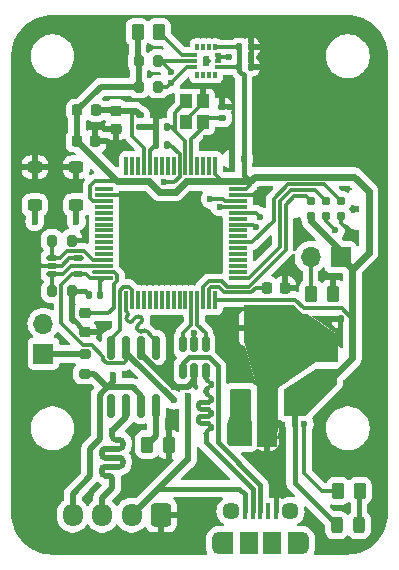
<source format=gtl>
G04 #@! TF.GenerationSoftware,KiCad,Pcbnew,8.0.2*
G04 #@! TF.CreationDate,2025-01-25T00:12:52-07:00*
G04 #@! TF.ProjectId,SDM25_IMU_STM32,53444d32-355f-4494-9d55-5f53544d3332,rev?*
G04 #@! TF.SameCoordinates,Original*
G04 #@! TF.FileFunction,Copper,L1,Top*
G04 #@! TF.FilePolarity,Positive*
%FSLAX46Y46*%
G04 Gerber Fmt 4.6, Leading zero omitted, Abs format (unit mm)*
G04 Created by KiCad (PCBNEW 8.0.2) date 2025-01-25 00:12:52*
%MOMM*%
%LPD*%
G01*
G04 APERTURE LIST*
G04 Aperture macros list*
%AMRoundRect*
0 Rectangle with rounded corners*
0 $1 Rounding radius*
0 $2 $3 $4 $5 $6 $7 $8 $9 X,Y pos of 4 corners*
0 Add a 4 corners polygon primitive as box body*
4,1,4,$2,$3,$4,$5,$6,$7,$8,$9,$2,$3,0*
0 Add four circle primitives for the rounded corners*
1,1,$1+$1,$2,$3*
1,1,$1+$1,$4,$5*
1,1,$1+$1,$6,$7*
1,1,$1+$1,$8,$9*
0 Add four rect primitives between the rounded corners*
20,1,$1+$1,$2,$3,$4,$5,0*
20,1,$1+$1,$4,$5,$6,$7,0*
20,1,$1+$1,$6,$7,$8,$9,0*
20,1,$1+$1,$8,$9,$2,$3,0*%
G04 Aperture macros list end*
G04 #@! TA.AperFunction,SMDPad,CuDef*
%ADD10RoundRect,0.140000X0.140000X0.170000X-0.140000X0.170000X-0.140000X-0.170000X0.140000X-0.170000X0*%
G04 #@! TD*
G04 #@! TA.AperFunction,SMDPad,CuDef*
%ADD11RoundRect,0.245000X-0.380000X0.245000X-0.380000X-0.245000X0.380000X-0.245000X0.380000X0.245000X0*%
G04 #@! TD*
G04 #@! TA.AperFunction,SMDPad,CuDef*
%ADD12R,0.400000X1.350000*%
G04 #@! TD*
G04 #@! TA.AperFunction,ComponentPad*
%ADD13O,1.200000X1.900000*%
G04 #@! TD*
G04 #@! TA.AperFunction,SMDPad,CuDef*
%ADD14R,1.200000X1.900000*%
G04 #@! TD*
G04 #@! TA.AperFunction,ComponentPad*
%ADD15C,1.450000*%
G04 #@! TD*
G04 #@! TA.AperFunction,SMDPad,CuDef*
%ADD16R,1.500000X1.900000*%
G04 #@! TD*
G04 #@! TA.AperFunction,SMDPad,CuDef*
%ADD17RoundRect,0.225000X0.225000X0.250000X-0.225000X0.250000X-0.225000X-0.250000X0.225000X-0.250000X0*%
G04 #@! TD*
G04 #@! TA.AperFunction,SMDPad,CuDef*
%ADD18RoundRect,0.200000X0.275000X-0.200000X0.275000X0.200000X-0.275000X0.200000X-0.275000X-0.200000X0*%
G04 #@! TD*
G04 #@! TA.AperFunction,SMDPad,CuDef*
%ADD19RoundRect,0.140000X-0.140000X-0.170000X0.140000X-0.170000X0.140000X0.170000X-0.140000X0.170000X0*%
G04 #@! TD*
G04 #@! TA.AperFunction,SMDPad,CuDef*
%ADD20RoundRect,0.225000X-0.250000X0.225000X-0.250000X-0.225000X0.250000X-0.225000X0.250000X0.225000X0*%
G04 #@! TD*
G04 #@! TA.AperFunction,SMDPad,CuDef*
%ADD21RoundRect,0.250000X0.475000X-0.250000X0.475000X0.250000X-0.475000X0.250000X-0.475000X-0.250000X0*%
G04 #@! TD*
G04 #@! TA.AperFunction,SMDPad,CuDef*
%ADD22RoundRect,0.140000X0.170000X-0.140000X0.170000X0.140000X-0.170000X0.140000X-0.170000X-0.140000X0*%
G04 #@! TD*
G04 #@! TA.AperFunction,SMDPad,CuDef*
%ADD23RoundRect,0.250000X-0.262500X-0.450000X0.262500X-0.450000X0.262500X0.450000X-0.262500X0.450000X0*%
G04 #@! TD*
G04 #@! TA.AperFunction,SMDPad,CuDef*
%ADD24RoundRect,0.218750X0.218750X0.256250X-0.218750X0.256250X-0.218750X-0.256250X0.218750X-0.256250X0*%
G04 #@! TD*
G04 #@! TA.AperFunction,SMDPad,CuDef*
%ADD25RoundRect,0.200000X0.200000X0.275000X-0.200000X0.275000X-0.200000X-0.275000X0.200000X-0.275000X0*%
G04 #@! TD*
G04 #@! TA.AperFunction,SMDPad,CuDef*
%ADD26RoundRect,0.250000X-0.250000X-0.475000X0.250000X-0.475000X0.250000X0.475000X-0.250000X0.475000X0*%
G04 #@! TD*
G04 #@! TA.AperFunction,SMDPad,CuDef*
%ADD27RoundRect,0.075000X-0.075000X0.700000X-0.075000X-0.700000X0.075000X-0.700000X0.075000X0.700000X0*%
G04 #@! TD*
G04 #@! TA.AperFunction,SMDPad,CuDef*
%ADD28RoundRect,0.075000X-0.700000X0.075000X-0.700000X-0.075000X0.700000X-0.075000X0.700000X0.075000X0*%
G04 #@! TD*
G04 #@! TA.AperFunction,ComponentPad*
%ADD29R,1.700000X1.700000*%
G04 #@! TD*
G04 #@! TA.AperFunction,ComponentPad*
%ADD30O,1.700000X1.700000*%
G04 #@! TD*
G04 #@! TA.AperFunction,SMDPad,CuDef*
%ADD31RoundRect,0.150000X-0.150000X0.825000X-0.150000X-0.825000X0.150000X-0.825000X0.150000X0.825000X0*%
G04 #@! TD*
G04 #@! TA.AperFunction,SMDPad,CuDef*
%ADD32RoundRect,0.150000X0.150000X-0.512500X0.150000X0.512500X-0.150000X0.512500X-0.150000X-0.512500X0*%
G04 #@! TD*
G04 #@! TA.AperFunction,ComponentPad*
%ADD33RoundRect,0.250000X0.600000X0.725000X-0.600000X0.725000X-0.600000X-0.725000X0.600000X-0.725000X0*%
G04 #@! TD*
G04 #@! TA.AperFunction,ComponentPad*
%ADD34O,1.700000X1.950000*%
G04 #@! TD*
G04 #@! TA.AperFunction,SMDPad,CuDef*
%ADD35R,1.000000X1.150000*%
G04 #@! TD*
G04 #@! TA.AperFunction,SMDPad,CuDef*
%ADD36R,0.300000X0.480000*%
G04 #@! TD*
G04 #@! TA.AperFunction,SMDPad,CuDef*
%ADD37R,0.480000X0.300000*%
G04 #@! TD*
G04 #@! TA.AperFunction,SMDPad,CuDef*
%ADD38RoundRect,0.200000X-0.200000X-0.275000X0.200000X-0.275000X0.200000X0.275000X-0.200000X0.275000X0*%
G04 #@! TD*
G04 #@! TA.AperFunction,SMDPad,CuDef*
%ADD39RoundRect,0.250000X0.262500X0.450000X-0.262500X0.450000X-0.262500X-0.450000X0.262500X-0.450000X0*%
G04 #@! TD*
G04 #@! TA.AperFunction,ConnectorPad*
%ADD40C,0.787400*%
G04 #@! TD*
G04 #@! TA.AperFunction,SMDPad,CuDef*
%ADD41R,1.500000X2.000000*%
G04 #@! TD*
G04 #@! TA.AperFunction,SMDPad,CuDef*
%ADD42R,3.800000X2.000000*%
G04 #@! TD*
G04 #@! TA.AperFunction,SMDPad,CuDef*
%ADD43RoundRect,0.243750X-0.243750X-0.456250X0.243750X-0.456250X0.243750X0.456250X-0.243750X0.456250X0*%
G04 #@! TD*
G04 #@! TA.AperFunction,SMDPad,CuDef*
%ADD44RoundRect,0.225000X0.250000X-0.225000X0.250000X0.225000X-0.250000X0.225000X-0.250000X-0.225000X0*%
G04 #@! TD*
G04 #@! TA.AperFunction,SMDPad,CuDef*
%ADD45RoundRect,0.112500X-0.362500X-0.112500X0.362500X-0.112500X0.362500X0.112500X-0.362500X0.112500X0*%
G04 #@! TD*
G04 #@! TA.AperFunction,ViaPad*
%ADD46C,0.600000*%
G04 #@! TD*
G04 #@! TA.AperFunction,ViaPad*
%ADD47C,0.700000*%
G04 #@! TD*
G04 #@! TA.AperFunction,Conductor*
%ADD48C,0.600000*%
G04 #@! TD*
G04 #@! TA.AperFunction,Conductor*
%ADD49C,0.300000*%
G04 #@! TD*
G04 #@! TA.AperFunction,Conductor*
%ADD50C,0.400000*%
G04 #@! TD*
G04 #@! TA.AperFunction,Conductor*
%ADD51C,0.500000*%
G04 #@! TD*
G04 #@! TA.AperFunction,Conductor*
%ADD52C,0.200000*%
G04 #@! TD*
G04 #@! TA.AperFunction,Conductor*
%ADD53C,0.440000*%
G04 #@! TD*
G04 APERTURE END LIST*
D10*
X96680000Y-91025000D03*
X95720000Y-91025000D03*
D11*
X89000000Y-94390000D03*
X89000000Y-97610000D03*
D12*
X103300000Y-123537500D03*
X103950000Y-123537500D03*
X104600000Y-123537500D03*
X105250000Y-123537500D03*
X105900000Y-123537500D03*
D13*
X101100000Y-126237500D03*
D14*
X101700000Y-126237500D03*
D15*
X102100000Y-123537500D03*
D16*
X103600000Y-126237500D03*
X105600000Y-126237500D03*
D15*
X107100000Y-123537500D03*
D14*
X107500000Y-126237500D03*
D13*
X108100000Y-126237500D03*
D17*
X106675000Y-104600000D03*
X105125000Y-104600000D03*
D18*
X89725000Y-111875000D03*
X89725000Y-110225000D03*
D19*
X102220000Y-93700000D03*
X103180000Y-93700000D03*
D20*
X89750000Y-106775000D03*
X89750000Y-108325000D03*
D21*
X110200000Y-112125000D03*
X110200000Y-110225000D03*
D22*
X101350000Y-90230000D03*
X101350000Y-89270000D03*
D23*
X94187500Y-82950000D03*
X96012500Y-82950000D03*
D24*
X90660000Y-89575000D03*
X89085000Y-89575000D03*
D25*
X95925000Y-87600000D03*
X94275000Y-87600000D03*
D19*
X111420000Y-107250000D03*
X112380000Y-107250000D03*
D26*
X105150000Y-117175000D03*
D23*
X95012500Y-117875000D03*
X96837500Y-117875000D03*
D10*
X103780000Y-85900000D03*
X102820000Y-85900000D03*
D27*
X100750000Y-94325000D03*
X100250000Y-94325000D03*
X99750000Y-94325000D03*
X99250000Y-94325000D03*
X98750000Y-94325000D03*
X98250000Y-94325000D03*
X97750000Y-94325000D03*
X97250000Y-94325000D03*
X96750000Y-94325000D03*
X96250000Y-94325000D03*
X95750000Y-94325000D03*
X95250000Y-94325000D03*
X94750000Y-94325000D03*
X94250000Y-94325000D03*
X93750000Y-94325000D03*
X93250000Y-94325000D03*
D28*
X91325000Y-96250000D03*
X91325000Y-96750000D03*
X91325000Y-97250000D03*
X91325000Y-97750000D03*
X91325000Y-98250000D03*
X91325000Y-98750000D03*
X91325000Y-99250000D03*
X91325000Y-99750000D03*
X91325000Y-100250000D03*
X91325000Y-100750000D03*
X91325000Y-101250000D03*
X91325000Y-101750000D03*
X91325000Y-102250000D03*
X91325000Y-102750000D03*
X91325000Y-103250000D03*
X91325000Y-103750000D03*
D27*
X93750000Y-105675000D03*
X94250000Y-105675000D03*
X94750000Y-105675000D03*
X95250000Y-105675000D03*
X95750000Y-105675000D03*
X96250000Y-105675000D03*
X96750000Y-105675000D03*
X97250000Y-105675000D03*
X97750000Y-105675000D03*
X98250000Y-105675000D03*
X98750000Y-105675000D03*
X99250000Y-105675000D03*
X99750000Y-105675000D03*
X100250000Y-105675000D03*
X100750000Y-105675000D03*
D28*
X102675000Y-103750000D03*
X102675000Y-103250000D03*
X102675000Y-102750000D03*
X102675000Y-102250000D03*
X102675000Y-101750000D03*
X102675000Y-101250000D03*
X102675000Y-100750000D03*
X102675000Y-100250000D03*
X102675000Y-99750000D03*
X102675000Y-99250000D03*
X102675000Y-98750000D03*
X102675000Y-98250000D03*
X102675000Y-97750000D03*
X102675000Y-97250000D03*
X102675000Y-96750000D03*
X102675000Y-96250000D03*
D27*
X93250000Y-105675000D03*
D29*
X111375000Y-102000000D03*
D30*
X108835000Y-102000000D03*
D11*
X85500000Y-94390000D03*
X85500000Y-97610000D03*
D31*
X95765000Y-109675000D03*
X94495000Y-109675000D03*
X93225000Y-109675000D03*
X91955000Y-109675000D03*
X91955000Y-114625000D03*
X93225000Y-114625000D03*
X94495000Y-114625000D03*
X95765000Y-114625000D03*
D17*
X90597500Y-92175000D03*
X89047500Y-92175000D03*
D32*
X98050000Y-111637500D03*
X99000000Y-111637500D03*
X99950000Y-111637500D03*
X99950000Y-109362500D03*
X99000000Y-109362500D03*
X98050000Y-109362500D03*
D33*
X96200000Y-123850000D03*
D34*
X93700000Y-123850000D03*
X91200000Y-123850000D03*
X88700000Y-123850000D03*
D35*
X99725000Y-90575000D03*
X99725000Y-88825000D03*
X98325000Y-88825000D03*
X98325000Y-90575000D03*
D36*
X99250000Y-86562500D03*
X99750000Y-86562500D03*
X100250000Y-86562500D03*
X100750000Y-86562500D03*
D37*
X101000000Y-85900000D03*
X101000000Y-85400000D03*
X101000000Y-84900000D03*
D36*
X100750000Y-84237500D03*
X100250000Y-84237500D03*
X99750000Y-84237500D03*
X99250000Y-84237500D03*
D37*
X99000000Y-84900000D03*
X99000000Y-85400000D03*
X99000000Y-85900000D03*
D38*
X86950000Y-100625000D03*
X88600000Y-100625000D03*
D39*
X113012500Y-121800000D03*
X111187500Y-121800000D03*
D19*
X90070000Y-105200000D03*
X91030000Y-105200000D03*
D40*
X108890000Y-98569000D03*
X108890000Y-97299000D03*
X110160000Y-98569000D03*
X110160000Y-97299000D03*
X111430000Y-98569000D03*
X111430000Y-97299000D03*
D19*
X95720000Y-92500000D03*
X96680000Y-92500000D03*
X102820000Y-84250000D03*
X103780000Y-84250000D03*
D26*
X103250000Y-117175000D03*
D29*
X86225000Y-110175000D03*
D30*
X86225000Y-107635000D03*
D25*
X95925000Y-85400000D03*
X94275000Y-85400000D03*
D41*
X102900000Y-114325000D03*
X105200000Y-114325000D03*
D42*
X105200000Y-108025000D03*
D41*
X107500000Y-114325000D03*
D39*
X110712500Y-105100000D03*
X108887500Y-105100000D03*
D22*
X94422500Y-90955000D03*
X94422500Y-89995000D03*
D43*
X111062500Y-124700000D03*
X112937500Y-124700000D03*
D38*
X86950000Y-104900000D03*
X88600000Y-104900000D03*
D44*
X92372500Y-91150000D03*
X92372500Y-89600000D03*
D26*
X103250000Y-117175000D03*
X105150000Y-117175000D03*
D45*
X86957192Y-102100000D03*
X86957192Y-102750000D03*
X86957192Y-103400000D03*
X89157192Y-103400000D03*
X89157192Y-102100000D03*
D46*
X107500000Y-116100000D03*
X97250000Y-114116262D03*
X108300003Y-116100000D03*
X104200000Y-99450000D03*
X101900000Y-85100000D03*
X95000000Y-102000000D03*
X91000000Y-85000000D03*
X91150000Y-107850000D03*
X84250000Y-102750000D03*
X97000000Y-98000000D03*
X91700000Y-93100000D03*
X91000000Y-83500000D03*
X100550000Y-120150000D03*
X91000000Y-84250000D03*
X96000000Y-103000000D03*
X85000000Y-102750000D03*
D47*
X103800000Y-106600000D03*
X105968170Y-112575000D03*
D46*
X95150000Y-119550000D03*
X85000000Y-101950000D03*
X95000000Y-103000000D03*
X104950000Y-85050000D03*
X100000000Y-91950000D03*
X105900000Y-120100000D03*
X101500000Y-92650000D03*
X112750000Y-89650000D03*
X112000000Y-89650000D03*
D47*
X104868170Y-112575000D03*
D46*
X84250000Y-102000000D03*
X111250000Y-89650000D03*
X99850000Y-120150000D03*
X97000000Y-99000000D03*
X91750000Y-85000000D03*
X95700000Y-89420000D03*
X104600000Y-96800000D03*
X95000000Y-99000000D03*
D47*
X106600000Y-106600000D03*
X109868170Y-108975000D03*
D46*
X92400000Y-93100000D03*
X91750000Y-83450000D03*
X95150000Y-88850000D03*
X94450000Y-119550000D03*
X97000000Y-102000000D03*
X100750000Y-92650000D03*
X110700000Y-103800000D03*
X97000000Y-103000000D03*
X101500000Y-91950000D03*
X100750000Y-91950000D03*
D47*
X110700000Y-108975000D03*
D46*
X104900000Y-85900000D03*
X104950000Y-84250000D03*
X96000000Y-99000000D03*
X111250000Y-88950000D03*
X85000000Y-103500000D03*
X96000000Y-98000000D03*
X105900000Y-120850000D03*
X91750000Y-84250000D03*
X112560000Y-100240000D03*
X96000000Y-102000000D03*
X84250000Y-103500000D03*
X95000000Y-98000000D03*
X112750000Y-88950000D03*
X97275000Y-112975000D03*
X106900000Y-103100000D03*
X112000000Y-88950000D03*
X100000000Y-92650000D03*
X104600000Y-98590000D03*
X100350000Y-97100000D03*
X97000000Y-87300000D03*
X89000000Y-99000000D03*
X92100000Y-112000000D03*
X99000000Y-108394239D03*
X102150000Y-117525000D03*
X98450000Y-119100000D03*
X98450000Y-113750000D03*
X102150000Y-116825000D03*
X92050000Y-116700000D03*
X85500000Y-99000000D03*
X96390000Y-95660000D03*
X110930000Y-99740000D03*
X101150000Y-97750000D03*
X97000000Y-86300000D03*
D48*
X112380000Y-103005000D02*
X112380000Y-107250000D01*
D49*
X103350000Y-96250000D02*
X102675000Y-96250000D01*
X103700000Y-95600000D02*
X103700000Y-95900000D01*
D50*
X103700000Y-95600000D02*
X103180000Y-95080000D01*
D49*
X90200000Y-103750000D02*
X91325000Y-103750000D01*
X92600000Y-95600000D02*
X90596880Y-95600000D01*
X89157192Y-103400000D02*
X88682193Y-103400000D01*
X89157192Y-103400000D02*
X89850000Y-103400000D01*
X90330000Y-109475000D02*
X91305000Y-110450000D01*
X93225000Y-110825000D02*
X93225000Y-109675000D01*
X100750000Y-95000000D02*
X100750000Y-94325000D01*
X93050000Y-111000000D02*
X93225000Y-110825000D01*
D51*
X91060000Y-87600000D02*
X89085000Y-89575000D01*
D48*
X103700000Y-95600000D02*
X104100000Y-95200000D01*
D49*
X101350000Y-95600000D02*
X100750000Y-95000000D01*
X102820000Y-85900000D02*
X102820000Y-86209999D01*
X100750000Y-105675000D02*
X100825000Y-105600000D01*
X91030000Y-105200000D02*
X91030000Y-104045000D01*
X91305000Y-110450000D02*
X91305000Y-110711262D01*
X101000000Y-85900000D02*
X102820000Y-85900000D01*
D51*
X94275000Y-85400000D02*
X94275000Y-87600000D01*
D50*
X103180000Y-95080000D02*
X103180000Y-93700000D01*
D48*
X113745300Y-101639700D02*
X112380000Y-103005000D01*
X113745300Y-96445300D02*
X113745300Y-101639700D01*
X104100000Y-95200000D02*
X112500000Y-95200000D01*
X111375000Y-101475000D02*
X111375000Y-102000000D01*
D49*
X91305000Y-110711262D02*
X91593738Y-111000000D01*
D51*
X97250000Y-114116262D02*
X93225000Y-110091262D01*
X94187500Y-82950000D02*
X94187500Y-85312500D01*
D48*
X108890000Y-98990000D02*
X111375000Y-101475000D01*
X92472500Y-95600000D02*
X89047500Y-92175000D01*
D50*
X107500000Y-121137500D02*
X107500000Y-116100000D01*
D49*
X87750000Y-107619408D02*
X89605592Y-109475000D01*
D50*
X102820000Y-86209999D02*
X103180000Y-86569999D01*
X103180000Y-86569999D02*
X103180000Y-93700000D01*
D49*
X90596880Y-95600000D02*
X90200000Y-95996880D01*
X108300000Y-106350000D02*
X111480000Y-106350000D01*
X100825000Y-105600000D02*
X107550000Y-105600000D01*
D51*
X89085000Y-89575000D02*
X89085000Y-92137500D01*
X94187500Y-85312500D02*
X94275000Y-85400000D01*
X94275000Y-87600000D02*
X91060000Y-87600000D01*
D48*
X112500000Y-95200000D02*
X113745300Y-96445300D01*
X98272359Y-95600000D02*
X97412359Y-96460000D01*
X110775000Y-112125000D02*
X112380000Y-110520000D01*
X96040000Y-96460000D02*
X95180000Y-95600000D01*
D52*
X103700000Y-95600000D02*
X101350000Y-95600000D01*
D48*
X97412359Y-96460000D02*
X96040000Y-96460000D01*
X103700000Y-95600000D02*
X98272359Y-95600000D01*
D49*
X89605592Y-109475000D02*
X90330000Y-109475000D01*
X90200000Y-95996880D02*
X90200000Y-97003120D01*
D48*
X110200000Y-112125000D02*
X110775000Y-112125000D01*
D49*
X88682193Y-103400000D02*
X87750000Y-104332193D01*
X111480000Y-106350000D02*
X112380000Y-107250000D01*
D48*
X92600000Y-95600000D02*
X92472500Y-95600000D01*
D51*
X89085000Y-92137500D02*
X89047500Y-92175000D01*
D49*
X87750000Y-104332193D02*
X87750000Y-107619408D01*
D51*
X93225000Y-110091262D02*
X93225000Y-109675000D01*
D49*
X90446880Y-97250000D02*
X91325000Y-97250000D01*
D48*
X112380000Y-110520000D02*
X112380000Y-107250000D01*
D51*
X107500000Y-116100000D02*
X107500000Y-114325000D01*
D49*
X89850000Y-103400000D02*
X90200000Y-103750000D01*
X91030000Y-104045000D02*
X91325000Y-103750000D01*
D50*
X111062500Y-124700000D02*
X107500000Y-121137500D01*
D49*
X103700000Y-95900000D02*
X103350000Y-96250000D01*
D48*
X95180000Y-95600000D02*
X92600000Y-95600000D01*
X111375000Y-102000000D02*
X112380000Y-103005000D01*
D49*
X107550000Y-105600000D02*
X108300000Y-106350000D01*
X100750000Y-84237500D02*
X102807500Y-84237500D01*
X90200000Y-97003120D02*
X90446880Y-97250000D01*
D53*
X102807500Y-84237500D02*
X102820000Y-84250000D01*
X102820000Y-84250000D02*
X102820000Y-85900000D01*
D48*
X108890000Y-98569000D02*
X108890000Y-98990000D01*
D49*
X91593738Y-111000000D02*
X93050000Y-111000000D01*
X99000000Y-84900000D02*
X97962500Y-84900000D01*
X97962500Y-84900000D02*
X96012500Y-82950000D01*
X109800000Y-121800000D02*
X108300003Y-120300003D01*
X102675000Y-99250000D02*
X104000000Y-99250000D01*
X104000000Y-99250000D02*
X104200000Y-99450000D01*
X111187500Y-121800000D02*
X109800000Y-121800000D01*
X108300003Y-120300003D02*
X108300003Y-116100000D01*
D50*
X112937500Y-124700000D02*
X112937500Y-121875000D01*
X112937500Y-121875000D02*
X113012500Y-121800000D01*
D51*
X95765000Y-117122500D02*
X95012500Y-117875000D01*
X95765000Y-114625000D02*
X95765000Y-117122500D01*
D50*
X88600000Y-104900000D02*
X89770000Y-104900000D01*
D49*
X112560000Y-100240000D02*
X111430000Y-99110000D01*
X103807500Y-84237500D02*
X103820000Y-84250000D01*
D50*
X95720000Y-92500000D02*
X95720000Y-91025000D01*
X105900000Y-120850000D02*
X105900000Y-123537500D01*
D51*
X98425000Y-112975000D02*
X97275000Y-112975000D01*
D50*
X90675000Y-108325000D02*
X91150000Y-107850000D01*
D51*
X97275000Y-112975000D02*
X97250000Y-112975000D01*
D49*
X88407192Y-102100000D02*
X89157192Y-102100000D01*
X111430000Y-99110000D02*
X111430000Y-98569000D01*
X102675000Y-96750000D02*
X104550000Y-96750000D01*
X99725000Y-89000000D02*
X98325000Y-90400000D01*
X101000000Y-84900000D02*
X101000000Y-85100000D01*
D51*
X99000000Y-112400000D02*
X98425000Y-112975000D01*
D50*
X95720000Y-91025000D02*
X94492500Y-91025000D01*
D49*
X99725000Y-88825000D02*
X99400000Y-88825000D01*
D50*
X89750000Y-108325000D02*
X90675000Y-108325000D01*
D49*
X87757192Y-102750000D02*
X88407192Y-102100000D01*
X104550000Y-96750000D02*
X104600000Y-96800000D01*
D50*
X95700000Y-89420000D02*
X95720000Y-89440000D01*
X95700000Y-89420000D02*
X95700000Y-89400000D01*
D49*
X95250000Y-92970000D02*
X95720000Y-92500000D01*
D52*
X99725000Y-88825000D02*
X99725000Y-89000000D01*
D49*
X101000000Y-85100000D02*
X101900000Y-85100000D01*
X86957192Y-102750000D02*
X85750000Y-102750000D01*
D50*
X88600000Y-107175000D02*
X89750000Y-108325000D01*
D52*
X110712500Y-103812500D02*
X110700000Y-103800000D01*
D49*
X91325000Y-96750000D02*
X92700000Y-96750000D01*
X95250000Y-94325000D02*
X95250000Y-92970000D01*
D51*
X94495000Y-110220000D02*
X94495000Y-109675000D01*
D49*
X101000000Y-84900000D02*
X101000000Y-85400000D01*
D50*
X94492500Y-91025000D02*
X94422500Y-90955000D01*
D51*
X97250000Y-112975000D02*
X94495000Y-110220000D01*
D50*
X89770000Y-104900000D02*
X90070000Y-105200000D01*
X88600000Y-104900000D02*
X88600000Y-107175000D01*
X95700000Y-89400000D02*
X95150000Y-88850000D01*
D49*
X86957192Y-102750000D02*
X87757192Y-102750000D01*
D50*
X95720000Y-89440000D02*
X95720000Y-91025000D01*
D51*
X99000000Y-111637500D02*
X99000000Y-112400000D01*
D49*
X108835000Y-105047500D02*
X108887500Y-105100000D01*
X104260000Y-98250000D02*
X102675000Y-98250000D01*
X108835000Y-102000000D02*
X108835000Y-105047500D01*
X104600000Y-98590000D02*
X104260000Y-98250000D01*
X101569239Y-97250000D02*
X102675000Y-97250000D01*
X96700000Y-87600000D02*
X97000000Y-87300000D01*
X101419239Y-97100000D02*
X101569239Y-97250000D01*
X95925000Y-87600000D02*
X96700000Y-87600000D01*
X97000000Y-87300000D02*
X98400000Y-85900000D01*
X98400000Y-85900000D02*
X99000000Y-85900000D01*
X100350000Y-97100000D02*
X101419239Y-97100000D01*
X86957192Y-103400000D02*
X87912500Y-103400000D01*
X86950000Y-103407192D02*
X86957192Y-103400000D01*
X87912500Y-103400000D02*
X88562500Y-102750000D01*
X86950000Y-104900000D02*
X86950000Y-103407192D01*
X88562500Y-102750000D02*
X91325000Y-102750000D01*
X86950000Y-102092808D02*
X86957192Y-102100000D01*
X88200000Y-101500000D02*
X89696880Y-101500000D01*
X87600000Y-102100000D02*
X88200000Y-101500000D01*
X90446880Y-102250000D02*
X91325000Y-102250000D01*
X86950000Y-100625000D02*
X86950000Y-102092808D01*
X89696880Y-101500000D02*
X90446880Y-102250000D01*
X86957192Y-102100000D02*
X87600000Y-102100000D01*
D51*
X86275000Y-110225000D02*
X86225000Y-110175000D01*
X89725000Y-110225000D02*
X86275000Y-110225000D01*
X90175000Y-120550000D02*
X88700000Y-122025000D01*
X91625000Y-113025000D02*
X90475000Y-111875000D01*
X94495000Y-113745000D02*
X93775000Y-113025000D01*
X90475000Y-111875000D02*
X89725000Y-111875000D01*
X94495000Y-114625000D02*
X94495000Y-113745000D01*
X91625000Y-113025000D02*
X91000000Y-113650000D01*
X91000000Y-113650000D02*
X91000000Y-117400000D01*
X90175000Y-118225000D02*
X90175000Y-120550000D01*
X93775000Y-113025000D02*
X91625000Y-113025000D01*
X91625000Y-113025000D02*
X92100000Y-112550000D01*
X91000000Y-117400000D02*
X90175000Y-118225000D01*
X89000000Y-97610000D02*
X89000000Y-99000000D01*
X92100000Y-112550000D02*
X92100000Y-112000000D01*
X88700000Y-122025000D02*
X88700000Y-123850000D01*
D49*
X99250000Y-107725000D02*
X99250000Y-105675000D01*
X99950000Y-108425000D02*
X99250000Y-107725000D01*
X99950000Y-109362500D02*
X99950000Y-108425000D01*
D50*
X103950000Y-121650000D02*
X103950000Y-123537500D01*
X100380000Y-116470000D02*
X100380000Y-116300000D01*
X99950000Y-117650000D02*
X103950000Y-121650000D01*
X99950000Y-112100000D02*
X99950000Y-111637500D01*
X99950000Y-116085000D02*
X99560000Y-116085000D01*
X100380000Y-115270000D02*
X100380000Y-115100000D01*
X100380000Y-114070000D02*
X100380000Y-113900000D01*
X99950000Y-114285000D02*
X100165000Y-114285000D01*
X99950000Y-114885000D02*
X99560000Y-114885000D01*
X99950000Y-115485000D02*
X100165000Y-115485000D01*
X100380000Y-112870000D02*
X100380000Y-112700000D01*
X100165000Y-116085000D02*
X99950000Y-116085000D01*
X99560000Y-115485000D02*
X99950000Y-115485000D01*
X99560000Y-114285000D02*
X99950000Y-114285000D01*
X99320000Y-114645000D02*
X99320000Y-114525000D01*
X99950000Y-113470000D02*
X99950000Y-113300000D01*
X100165000Y-114885000D02*
X99950000Y-114885000D01*
X99320000Y-115845000D02*
X99320000Y-115725000D01*
X99950000Y-116900000D02*
X99950000Y-117650000D01*
X99950000Y-112270000D02*
X99950000Y-112100000D01*
X100165000Y-112485000D02*
G75*
G02*
X99950000Y-112270000I0J215000D01*
G01*
X100380000Y-116300000D02*
G75*
G03*
X100165000Y-116085000I-215000J0D01*
G01*
X99560000Y-114885000D02*
G75*
G02*
X99320000Y-114645000I0J240000D01*
G01*
X100165000Y-113085000D02*
G75*
G03*
X100380000Y-112870000I0J215000D01*
G01*
X100165000Y-113685000D02*
G75*
G02*
X99950000Y-113470000I0J215000D01*
G01*
X100165000Y-116685000D02*
G75*
G03*
X100380000Y-116470000I0J215000D01*
G01*
X99950000Y-113300000D02*
G75*
G02*
X100165000Y-113085000I215000J0D01*
G01*
X100380000Y-113900000D02*
G75*
G03*
X100165000Y-113685000I-215000J0D01*
G01*
X99560000Y-116085000D02*
G75*
G02*
X99320000Y-115845000I0J240000D01*
G01*
X99320000Y-115725000D02*
G75*
G02*
X99560000Y-115485000I240000J0D01*
G01*
X99320000Y-114525000D02*
G75*
G02*
X99560000Y-114285000I240000J0D01*
G01*
X100165000Y-114285000D02*
G75*
G03*
X100380000Y-114070000I0J215000D01*
G01*
X100165000Y-115485000D02*
G75*
G03*
X100380000Y-115270000I0J215000D01*
G01*
X99950000Y-116900000D02*
G75*
G02*
X100165000Y-116685000I215000J0D01*
G01*
X100380000Y-112700000D02*
G75*
G03*
X100165000Y-112485000I-215000J0D01*
G01*
X100380000Y-115100000D02*
G75*
G03*
X100165000Y-114885000I-215000J0D01*
G01*
D51*
X98450000Y-119100000D02*
X93700000Y-123850000D01*
D49*
X99000000Y-109362500D02*
X99000000Y-108394239D01*
D50*
X95935000Y-121615000D02*
X102815000Y-121615000D01*
X102815000Y-121615000D02*
X103300000Y-122100000D01*
X93700000Y-123850000D02*
X95935000Y-121615000D01*
X103300000Y-122100000D02*
X103300000Y-123537500D01*
D51*
X98450000Y-113750000D02*
X98450000Y-119100000D01*
D50*
X104600000Y-121300000D02*
X104600000Y-123537500D01*
X98050000Y-111637500D02*
X98050000Y-110975001D01*
X98050000Y-110975001D02*
X98525001Y-110500000D01*
X101000000Y-111225000D02*
X101000000Y-117700000D01*
X98525001Y-110500000D02*
X100275000Y-110500000D01*
X100275000Y-110500000D02*
X101000000Y-111225000D01*
X101000000Y-117700000D02*
X104600000Y-121300000D01*
D49*
X98050000Y-108425000D02*
X98750000Y-107725000D01*
X98050000Y-109362500D02*
X98050000Y-108425000D01*
X98750000Y-107725000D02*
X98750000Y-105675000D01*
X91955000Y-108945000D02*
X91955000Y-109675000D01*
X93750000Y-104796880D02*
X93503120Y-104550000D01*
X92996880Y-104550000D02*
X92700000Y-104846880D01*
X92700000Y-108200000D02*
X91955000Y-108945000D01*
X93503120Y-104550000D02*
X92996880Y-104550000D01*
X92700000Y-104846880D02*
X92700000Y-108200000D01*
X93750000Y-105675000D02*
X93750000Y-104796880D01*
X95765000Y-109115000D02*
X95765000Y-109675000D01*
X95309406Y-108659406D02*
X95765000Y-109115000D01*
X94187668Y-108159922D02*
X94300805Y-108273059D01*
X94435155Y-107092191D02*
X94520007Y-107177043D01*
X93317928Y-107360893D02*
X93402780Y-107445745D01*
X94923058Y-108273059D02*
X95036196Y-108386196D01*
X93325000Y-107014411D02*
X93317928Y-107021482D01*
X93749263Y-107438673D02*
X93918968Y-107268968D01*
X94343232Y-107693232D02*
X94187668Y-107848795D01*
X93918968Y-107268968D02*
X94095743Y-107092190D01*
X93250000Y-106600000D02*
X93325000Y-106675000D01*
X95036196Y-108386196D02*
X95309406Y-108659406D01*
X93250000Y-105675000D02*
X93250000Y-106600000D01*
X94520007Y-107516455D02*
X94343231Y-107693232D01*
X93742192Y-107445745D02*
X93749263Y-107438673D01*
X94343231Y-107693232D02*
X94343232Y-107693232D01*
X93325000Y-106675000D02*
G75*
G02*
X93324995Y-107014405I-169700J-169700D01*
G01*
X93317928Y-107021482D02*
G75*
G03*
X93317915Y-107360906I169672J-169718D01*
G01*
X94611932Y-108273059D02*
G75*
G02*
X94923058Y-108273059I155563J-155564D01*
G01*
X94300805Y-108273059D02*
G75*
G03*
X94611932Y-108273060I155564J155565D01*
G01*
X94095743Y-107092190D02*
G75*
G02*
X94435106Y-107092239I169657J-169710D01*
G01*
X94520007Y-107177043D02*
G75*
G02*
X94519958Y-107516406I-169707J-169657D01*
G01*
X93402780Y-107445745D02*
G75*
G03*
X93742192Y-107445745I169706J169704D01*
G01*
X94187668Y-107848795D02*
G75*
G03*
X94187626Y-108159964I155532J-155605D01*
G01*
D51*
X92050000Y-120807489D02*
X92050000Y-120959489D01*
X91200000Y-122375000D02*
X91200000Y-122475000D01*
X91444000Y-120503489D02*
X91746000Y-120503489D01*
X92960000Y-117767489D02*
X92960000Y-117919489D01*
X92050000Y-121525000D02*
X91200000Y-122375000D01*
X85500000Y-97610000D02*
X85500000Y-99000000D01*
X92354000Y-118223489D02*
X92050000Y-118223489D01*
X93225000Y-115525000D02*
X92050000Y-116700000D01*
X92050000Y-119743489D02*
X91746000Y-119743489D01*
X92050000Y-118983489D02*
X92656000Y-118983489D01*
X91140000Y-118527489D02*
X91140000Y-118679489D01*
X91444000Y-118983489D02*
X92050000Y-118983489D01*
X92960000Y-119287489D02*
X92960000Y-119439489D01*
X92050000Y-116700000D02*
X92050000Y-117159489D01*
X93225000Y-114625000D02*
X93225000Y-115525000D01*
X91140000Y-120047489D02*
X91140000Y-120199489D01*
X92050000Y-118223489D02*
X91444000Y-118223489D01*
X91746000Y-119743489D02*
X91444000Y-119743489D01*
X92050000Y-120959489D02*
X92050000Y-121525000D01*
X92656000Y-119743489D02*
X92050000Y-119743489D01*
X92354000Y-117463489D02*
X92656000Y-117463489D01*
X92656000Y-118223489D02*
X92354000Y-118223489D01*
X91200000Y-122475000D02*
X91200000Y-123850000D01*
X92050000Y-117159489D02*
G75*
G03*
X92354000Y-117463500I304000J-11D01*
G01*
X91140000Y-118679489D02*
G75*
G03*
X91444000Y-118983500I304000J-11D01*
G01*
X91746000Y-120503489D02*
G75*
G02*
X92050011Y-120807489I0J-304011D01*
G01*
X92656000Y-117463489D02*
G75*
G02*
X92960011Y-117767489I0J-304011D01*
G01*
X91444000Y-119743489D02*
G75*
G03*
X91139989Y-120047489I0J-304011D01*
G01*
X91444000Y-118223489D02*
G75*
G03*
X91139989Y-118527489I0J-304011D01*
G01*
X92960000Y-119439489D02*
G75*
G02*
X92656000Y-119743500I-304000J-11D01*
G01*
X91140000Y-120199489D02*
G75*
G03*
X91444000Y-120503500I304000J-11D01*
G01*
X92656000Y-118983489D02*
G75*
G02*
X92960011Y-119287489I0J-304011D01*
G01*
X92960000Y-117919489D02*
G75*
G02*
X92656000Y-118223500I-304000J-11D01*
G01*
D49*
X106724700Y-101375300D02*
X106724700Y-97563155D01*
X101300000Y-104050000D02*
X101750000Y-104500000D01*
X107437855Y-96850000D02*
X108441000Y-96850000D01*
X101750000Y-104500000D02*
X103600000Y-104500000D01*
X100242894Y-104050000D02*
X101300000Y-104050000D01*
X99750000Y-104542894D02*
X100242894Y-104050000D01*
X99750000Y-105675000D02*
X99750000Y-104542894D01*
X106724700Y-97563155D02*
X107437855Y-96850000D01*
X108441000Y-96850000D02*
X108890000Y-97299000D01*
X103600000Y-104500000D02*
X106724700Y-101375300D01*
X93762500Y-91762500D02*
X93762500Y-89865000D01*
D51*
X90660000Y-89575000D02*
X92347500Y-89575000D01*
D49*
X93762500Y-89865000D02*
X94027500Y-89600000D01*
D51*
X94027500Y-89600000D02*
X94422500Y-89995000D01*
D49*
X94750000Y-94325000D02*
X94750000Y-92750000D01*
D51*
X92372500Y-89600000D02*
X94027500Y-89600000D01*
X92347500Y-89575000D02*
X92372500Y-89600000D01*
D49*
X94750000Y-92750000D02*
X93762500Y-91762500D01*
X111430000Y-97299000D02*
X109981000Y-95850000D01*
X105724700Y-98925300D02*
X103900000Y-100750000D01*
X106942893Y-95850000D02*
X105724700Y-97068193D01*
X109981000Y-95850000D02*
X106942893Y-95850000D01*
X105724700Y-97068193D02*
X105724700Y-98925300D01*
X103900000Y-100750000D02*
X102675000Y-100750000D01*
X101092894Y-104550000D02*
X101542894Y-105000000D01*
X100450000Y-104550000D02*
X101092894Y-104550000D01*
X100250000Y-105675000D02*
X100250000Y-104750000D01*
X104207106Y-104600000D02*
X105125000Y-104600000D01*
X101542894Y-105000000D02*
X103807106Y-105000000D01*
X103807106Y-105000000D02*
X104207106Y-104600000D01*
X100250000Y-104750000D02*
X100450000Y-104550000D01*
X98750000Y-94325000D02*
X98750000Y-92025000D01*
X99725000Y-90575000D02*
X100050000Y-90250000D01*
X99725000Y-91050000D02*
X99725000Y-90575000D01*
X98750000Y-92025000D02*
X99725000Y-91050000D01*
X101330000Y-90250000D02*
X101350000Y-90230000D01*
X100050000Y-90250000D02*
X101330000Y-90250000D01*
X97075000Y-91025000D02*
X96680000Y-91025000D01*
X97375000Y-91325000D02*
X97075000Y-91025000D01*
X98250000Y-92200000D02*
X98250000Y-94325000D01*
X98325000Y-88825000D02*
X97375000Y-89775000D01*
X97375000Y-89775000D02*
X97375000Y-91325000D01*
X97375000Y-91325000D02*
X98250000Y-92200000D01*
X92203120Y-103250000D02*
X92450000Y-103496880D01*
X89750000Y-106625000D02*
X89875000Y-106625000D01*
X91325000Y-103250000D02*
X92203120Y-103250000D01*
X92450000Y-103496880D02*
X92450000Y-104003120D01*
X91725000Y-106775000D02*
X89750000Y-106775000D01*
X92450000Y-104003120D02*
X92200000Y-104253120D01*
X92200000Y-104253120D02*
X92200000Y-106300000D01*
X91325000Y-103250000D02*
X90517590Y-103250000D01*
X92200000Y-106300000D02*
X91725000Y-106775000D01*
X106224700Y-101168194D02*
X103642894Y-103750000D01*
X107150000Y-96350000D02*
X106224700Y-97275300D01*
X106224700Y-97275300D02*
X106224700Y-101168194D01*
X103642894Y-103750000D02*
X102675000Y-103750000D01*
X109211000Y-96350000D02*
X107150000Y-96350000D01*
X110160000Y-97299000D02*
X109211000Y-96350000D01*
X96390000Y-95660000D02*
X97293120Y-95660000D01*
X97750000Y-94325000D02*
X97750000Y-93290001D01*
X110160000Y-98569000D02*
X110160000Y-98970000D01*
X96959999Y-92500000D02*
X96680000Y-92500000D01*
X97750000Y-95203120D02*
X97750000Y-94325000D01*
X97293120Y-95660000D02*
X97750000Y-95203120D01*
X110160000Y-98970000D02*
X110930000Y-99740000D01*
X97750000Y-93290001D02*
X96959999Y-92500000D01*
X97000000Y-86300000D02*
X97000000Y-86250000D01*
X97000000Y-86250000D02*
X96150000Y-85400000D01*
X96150000Y-85400000D02*
X95925000Y-85400000D01*
X95925000Y-85400000D02*
X96100000Y-85400000D01*
X101150000Y-97750000D02*
X102675000Y-97750000D01*
X95925000Y-85400000D02*
X99000000Y-85400000D01*
G04 #@! TA.AperFunction,Conductor*
G36*
X107379074Y-106070185D02*
G01*
X107399716Y-106086819D01*
X108023386Y-106710489D01*
X108126113Y-106769799D01*
X108150321Y-106776284D01*
X108150324Y-106776286D01*
X108150325Y-106776286D01*
X108180447Y-106784357D01*
X108240691Y-106800500D01*
X108571111Y-106800500D01*
X111200000Y-108575000D01*
X111200000Y-110850764D01*
X111175765Y-110875000D01*
X109300000Y-110875000D01*
X106100000Y-113075000D01*
X106100000Y-115575000D01*
X106000000Y-118050000D01*
X104300000Y-118050000D01*
X104300000Y-113075000D01*
X103200000Y-109075000D01*
X103200000Y-106050500D01*
X107312035Y-106050500D01*
X107379074Y-106070185D01*
G37*
G04 #@! TD.AperFunction*
G04 #@! TA.AperFunction,Conductor*
G36*
X111043039Y-111494685D02*
G01*
X111088794Y-111547489D01*
X111100000Y-111599000D01*
X111100000Y-112624952D01*
X111080315Y-112691991D01*
X111065261Y-112711025D01*
X108436572Y-115437073D01*
X108375867Y-115471667D01*
X108347311Y-115475000D01*
X106724000Y-115475000D01*
X106656961Y-115455315D01*
X106611206Y-115402511D01*
X106600000Y-115351000D01*
X106600000Y-113243457D01*
X106619685Y-113176418D01*
X106657928Y-113138526D01*
X109269717Y-111494066D01*
X109335786Y-111475000D01*
X110976000Y-111475000D01*
X111043039Y-111494685D01*
G37*
G04 #@! TD.AperFunction*
G04 #@! TA.AperFunction,Conductor*
G36*
X103743039Y-113194685D02*
G01*
X103788794Y-113247489D01*
X103800000Y-113299000D01*
X103800000Y-115474995D01*
X103800001Y-115475015D01*
X103899124Y-116267994D01*
X103900075Y-116282049D01*
X103916830Y-117849675D01*
X103897863Y-117916921D01*
X103845551Y-117963237D01*
X103792837Y-117975000D01*
X102034176Y-117975000D01*
X101967137Y-117955315D01*
X101946495Y-117938681D01*
X101836319Y-117828505D01*
X101802834Y-117767182D01*
X101800000Y-117740824D01*
X101800000Y-116241248D01*
X101804187Y-116209298D01*
X102000000Y-115475001D01*
X102000000Y-113299000D01*
X102019685Y-113231961D01*
X102072489Y-113186206D01*
X102124000Y-113175000D01*
X103676000Y-113175000D01*
X103743039Y-113194685D01*
G37*
G04 #@! TD.AperFunction*
G04 #@! TA.AperFunction,Conductor*
G36*
X111903032Y-81500648D02*
G01*
X112236929Y-81517052D01*
X112249037Y-81518245D01*
X112352146Y-81533539D01*
X112576699Y-81566849D01*
X112588617Y-81569219D01*
X112909951Y-81649709D01*
X112921588Y-81653240D01*
X112992806Y-81678722D01*
X113233467Y-81764832D01*
X113244688Y-81769479D01*
X113544163Y-81911120D01*
X113554871Y-81916844D01*
X113838988Y-82087137D01*
X113849106Y-82093897D01*
X114115170Y-82291224D01*
X114124576Y-82298944D01*
X114370013Y-82521395D01*
X114378604Y-82529986D01*
X114565755Y-82736475D01*
X114601055Y-82775423D01*
X114608775Y-82784829D01*
X114806102Y-83050893D01*
X114812862Y-83061011D01*
X114978149Y-83336777D01*
X114983148Y-83345116D01*
X114988883Y-83355844D01*
X115090044Y-83569732D01*
X115130514Y-83655297D01*
X115135170Y-83666540D01*
X115246759Y-83978411D01*
X115250292Y-83990055D01*
X115330777Y-84311369D01*
X115333151Y-84323305D01*
X115381754Y-84650962D01*
X115382947Y-84663071D01*
X115399351Y-84996966D01*
X115399500Y-85003051D01*
X115399500Y-123696948D01*
X115399351Y-123703033D01*
X115382947Y-124036928D01*
X115381754Y-124049037D01*
X115333151Y-124376694D01*
X115330777Y-124388630D01*
X115250292Y-124709944D01*
X115246759Y-124721588D01*
X115135170Y-125033459D01*
X115130514Y-125044702D01*
X114988885Y-125344151D01*
X114983148Y-125354883D01*
X114812862Y-125638988D01*
X114806102Y-125649106D01*
X114608775Y-125915170D01*
X114601055Y-125924576D01*
X114378611Y-126170006D01*
X114370006Y-126178611D01*
X114124576Y-126401055D01*
X114115170Y-126408775D01*
X113849106Y-126606102D01*
X113838988Y-126612862D01*
X113554883Y-126783148D01*
X113544151Y-126788885D01*
X113244702Y-126930514D01*
X113233459Y-126935170D01*
X112921588Y-127046759D01*
X112909944Y-127050292D01*
X112588630Y-127130777D01*
X112576694Y-127133151D01*
X112249037Y-127181754D01*
X112236928Y-127182947D01*
X111921989Y-127198419D01*
X111903031Y-127199351D01*
X111896949Y-127199500D01*
X109225640Y-127199500D01*
X109158601Y-127179815D01*
X109112846Y-127127011D01*
X109102902Y-127057853D01*
X109115155Y-127019206D01*
X109119870Y-127009950D01*
X109119873Y-127009945D01*
X109173402Y-126845201D01*
X109200500Y-126674111D01*
X109200500Y-125800889D01*
X109173402Y-125629799D01*
X109119873Y-125465055D01*
X109041232Y-125310712D01*
X108939414Y-125170572D01*
X108816928Y-125048086D01*
X108676788Y-124946268D01*
X108522445Y-124867627D01*
X108357701Y-124814098D01*
X108357699Y-124814097D01*
X108357698Y-124814097D01*
X108226271Y-124793281D01*
X108186611Y-124787000D01*
X108013389Y-124787000D01*
X108013388Y-124787000D01*
X107845400Y-124787000D01*
X107778361Y-124767315D01*
X107732606Y-124714511D01*
X107722662Y-124645353D01*
X107751687Y-124581797D01*
X107774271Y-124561429D01*
X107890745Y-124479873D01*
X108042373Y-124328245D01*
X108165368Y-124152591D01*
X108255992Y-123958247D01*
X108311492Y-123751119D01*
X108327807Y-123564637D01*
X108330181Y-123537501D01*
X108330181Y-123537498D01*
X108318918Y-123408760D01*
X108311492Y-123323881D01*
X108290627Y-123246012D01*
X108292290Y-123176167D01*
X108331452Y-123118304D01*
X108395680Y-123090799D01*
X108464582Y-123102385D01*
X108498083Y-123126241D01*
X110038181Y-124666338D01*
X110071666Y-124727661D01*
X110074500Y-124754019D01*
X110074500Y-125205855D01*
X110084913Y-125307776D01*
X110139637Y-125472922D01*
X110139642Y-125472933D01*
X110230971Y-125620999D01*
X110230974Y-125621003D01*
X110353996Y-125744025D01*
X110354000Y-125744028D01*
X110502066Y-125835357D01*
X110502069Y-125835358D01*
X110502075Y-125835362D01*
X110667225Y-125890087D01*
X110769152Y-125900500D01*
X110769157Y-125900500D01*
X111355843Y-125900500D01*
X111355848Y-125900500D01*
X111457775Y-125890087D01*
X111622925Y-125835362D01*
X111771003Y-125744026D01*
X111894026Y-125621003D01*
X111894458Y-125620301D01*
X111894881Y-125619921D01*
X111898507Y-125615336D01*
X111899290Y-125615955D01*
X111946402Y-125573575D01*
X112015364Y-125562349D01*
X112079448Y-125590188D01*
X112101342Y-125615455D01*
X112101493Y-125615336D01*
X112104143Y-125618687D01*
X112105540Y-125620299D01*
X112105972Y-125620999D01*
X112105975Y-125621004D01*
X112228996Y-125744025D01*
X112229000Y-125744028D01*
X112377066Y-125835357D01*
X112377069Y-125835358D01*
X112377075Y-125835362D01*
X112542225Y-125890087D01*
X112644152Y-125900500D01*
X112644157Y-125900500D01*
X113230843Y-125900500D01*
X113230848Y-125900500D01*
X113332775Y-125890087D01*
X113497925Y-125835362D01*
X113646003Y-125744026D01*
X113769026Y-125621003D01*
X113860362Y-125472925D01*
X113915087Y-125307775D01*
X113925500Y-125205848D01*
X113925500Y-124194152D01*
X113915087Y-124092225D01*
X113860362Y-123927075D01*
X113860358Y-123927069D01*
X113860357Y-123927066D01*
X113769028Y-123779000D01*
X113769027Y-123778999D01*
X113769026Y-123778997D01*
X113674318Y-123684289D01*
X113640834Y-123622965D01*
X113638000Y-123596608D01*
X113638000Y-122977087D01*
X113657685Y-122910048D01*
X113696902Y-122871548D01*
X113743656Y-122842712D01*
X113867712Y-122718656D01*
X113959814Y-122569334D01*
X114014999Y-122402797D01*
X114025500Y-122300009D01*
X114025499Y-121299992D01*
X114024941Y-121294533D01*
X114014999Y-121197203D01*
X114014998Y-121197200D01*
X113992495Y-121129291D01*
X113959814Y-121030666D01*
X113867712Y-120881344D01*
X113743656Y-120757288D01*
X113594334Y-120665186D01*
X113427797Y-120610001D01*
X113427795Y-120610000D01*
X113325010Y-120599500D01*
X112699998Y-120599500D01*
X112699980Y-120599501D01*
X112597203Y-120610000D01*
X112597200Y-120610001D01*
X112430668Y-120665185D01*
X112430663Y-120665187D01*
X112281342Y-120757289D01*
X112187681Y-120850951D01*
X112126358Y-120884436D01*
X112056666Y-120879452D01*
X112012319Y-120850951D01*
X111918657Y-120757289D01*
X111918656Y-120757288D01*
X111769334Y-120665186D01*
X111602797Y-120610001D01*
X111602795Y-120610000D01*
X111500010Y-120599500D01*
X110874998Y-120599500D01*
X110874980Y-120599501D01*
X110772203Y-120610000D01*
X110772200Y-120610001D01*
X110605668Y-120665185D01*
X110605663Y-120665187D01*
X110456342Y-120757289D01*
X110332289Y-120881342D01*
X110240187Y-121030663D01*
X110240186Y-121030666D01*
X110231346Y-121057340D01*
X110191575Y-121114783D01*
X110127059Y-121141606D01*
X110058283Y-121129291D01*
X110025961Y-121106015D01*
X108986822Y-120066876D01*
X108953337Y-120005553D01*
X108950503Y-119979195D01*
X108950503Y-116605067D01*
X108969510Y-116539094D01*
X109025791Y-116449524D01*
X109049811Y-116380880D01*
X109050570Y-116378711D01*
X110149500Y-116378711D01*
X110149500Y-116621288D01*
X110177109Y-116831007D01*
X110181162Y-116861789D01*
X110201251Y-116936763D01*
X110243947Y-117096104D01*
X110336736Y-117320116D01*
X110336776Y-117320212D01*
X110458064Y-117530289D01*
X110458066Y-117530292D01*
X110458067Y-117530293D01*
X110605733Y-117722736D01*
X110605739Y-117722743D01*
X110777256Y-117894260D01*
X110777262Y-117894265D01*
X110969711Y-118041936D01*
X111179788Y-118163224D01*
X111403900Y-118256054D01*
X111638211Y-118318838D01*
X111811937Y-118341709D01*
X111878711Y-118350500D01*
X111878712Y-118350500D01*
X112121289Y-118350500D01*
X112169388Y-118344167D01*
X112361789Y-118318838D01*
X112596100Y-118256054D01*
X112820212Y-118163224D01*
X113030289Y-118041936D01*
X113222738Y-117894265D01*
X113394265Y-117722738D01*
X113541936Y-117530289D01*
X113663224Y-117320212D01*
X113756054Y-117096100D01*
X113818838Y-116861789D01*
X113850500Y-116621288D01*
X113850500Y-116378712D01*
X113818838Y-116138211D01*
X113756054Y-115903900D01*
X113753398Y-115897489D01*
X113728014Y-115836206D01*
X113663224Y-115679788D01*
X113541936Y-115469711D01*
X113394265Y-115277262D01*
X113394260Y-115277256D01*
X113222743Y-115105739D01*
X113222736Y-115105733D01*
X113030293Y-114958067D01*
X113030292Y-114958066D01*
X113030289Y-114958064D01*
X112820212Y-114836776D01*
X112704610Y-114788892D01*
X112596104Y-114743947D01*
X112361785Y-114681161D01*
X112121289Y-114649500D01*
X112121288Y-114649500D01*
X111878712Y-114649500D01*
X111878711Y-114649500D01*
X111638214Y-114681161D01*
X111403895Y-114743947D01*
X111179794Y-114836773D01*
X111179785Y-114836777D01*
X110969706Y-114958067D01*
X110777263Y-115105733D01*
X110777256Y-115105739D01*
X110605739Y-115277256D01*
X110605733Y-115277263D01*
X110458067Y-115469706D01*
X110336777Y-115679785D01*
X110336773Y-115679794D01*
X110243947Y-115903895D01*
X110181161Y-116138214D01*
X110149500Y-116378711D01*
X109050570Y-116378711D01*
X109085371Y-116279255D01*
X109090485Y-116233869D01*
X109105568Y-116100003D01*
X109105568Y-116099996D01*
X109085372Y-115920750D01*
X109085371Y-115920745D01*
X109025791Y-115750475D01*
X109002785Y-115713862D01*
X108983784Y-115646625D01*
X109004151Y-115579790D01*
X109018512Y-115561821D01*
X111429142Y-113061911D01*
X111461744Y-113024604D01*
X111476798Y-113005570D01*
X111505567Y-112965288D01*
X111565338Y-112834411D01*
X111585023Y-112767372D01*
X111585024Y-112767368D01*
X111605500Y-112624952D01*
X111605500Y-112477940D01*
X111625185Y-112410901D01*
X111641819Y-112390259D01*
X113001786Y-111030292D01*
X113001789Y-111030289D01*
X113089394Y-110899179D01*
X113149738Y-110753497D01*
X113180500Y-110598842D01*
X113180500Y-110441157D01*
X113180500Y-107171158D01*
X113180500Y-103387940D01*
X113200185Y-103320901D01*
X113216819Y-103300259D01*
X114367086Y-102149992D01*
X114367089Y-102149989D01*
X114454694Y-102018879D01*
X114515038Y-101873197D01*
X114545800Y-101718542D01*
X114545800Y-101560857D01*
X114545800Y-96366458D01*
X114545056Y-96362720D01*
X114515037Y-96211803D01*
X114513516Y-96208130D01*
X114509851Y-96199282D01*
X114454697Y-96066127D01*
X114454690Y-96066114D01*
X114367090Y-95935012D01*
X114364886Y-95932808D01*
X114255589Y-95823511D01*
X113655445Y-95223367D01*
X113010292Y-94578213D01*
X113010288Y-94578210D01*
X112879185Y-94490609D01*
X112879172Y-94490602D01*
X112733501Y-94430264D01*
X112733489Y-94430261D01*
X112578845Y-94399500D01*
X112578842Y-94399500D01*
X104178842Y-94399500D01*
X104021157Y-94399500D01*
X104021156Y-94399500D01*
X104016648Y-94399944D01*
X103948002Y-94386921D01*
X103897294Y-94338854D01*
X103880500Y-94276540D01*
X103880500Y-94214416D01*
X103897769Y-94151294D01*
X103912492Y-94126398D01*
X103912494Y-94126395D01*
X103957643Y-93970993D01*
X103960500Y-93934690D01*
X103960500Y-93465310D01*
X103957643Y-93429007D01*
X103912494Y-93273605D01*
X103897766Y-93248702D01*
X103880500Y-93185583D01*
X103880500Y-86832819D01*
X103900185Y-86765780D01*
X103952989Y-86720025D01*
X103994776Y-86709201D01*
X104020910Y-86707145D01*
X104176196Y-86662030D01*
X104315374Y-86579721D01*
X104315383Y-86579714D01*
X104429714Y-86465383D01*
X104429721Y-86465374D01*
X104512031Y-86326195D01*
X104512033Y-86326190D01*
X104557144Y-86170918D01*
X104557145Y-86170912D01*
X104558790Y-86150000D01*
X103802021Y-86150000D01*
X103734982Y-86130315D01*
X103714340Y-86113681D01*
X103636819Y-86036160D01*
X103603334Y-85974837D01*
X103600500Y-85948479D01*
X103600500Y-85665317D01*
X103600499Y-85665302D01*
X103599295Y-85650000D01*
X104030000Y-85650000D01*
X104558790Y-85650000D01*
X104557145Y-85629089D01*
X104512031Y-85473804D01*
X104429721Y-85334625D01*
X104429714Y-85334616D01*
X104315383Y-85220285D01*
X104315375Y-85220279D01*
X104250195Y-85181732D01*
X104202512Y-85130663D01*
X104190008Y-85061922D01*
X104216653Y-84997332D01*
X104250195Y-84968268D01*
X104315375Y-84929720D01*
X104315383Y-84929714D01*
X104366386Y-84878711D01*
X110149500Y-84878711D01*
X110149500Y-85121288D01*
X110177585Y-85334625D01*
X110181162Y-85361789D01*
X110189379Y-85392454D01*
X110243947Y-85596104D01*
X110329363Y-85802315D01*
X110336776Y-85820212D01*
X110458064Y-86030289D01*
X110458066Y-86030292D01*
X110458067Y-86030293D01*
X110605733Y-86222736D01*
X110605739Y-86222743D01*
X110777256Y-86394260D01*
X110777262Y-86394265D01*
X110969711Y-86541936D01*
X111179788Y-86663224D01*
X111403900Y-86756054D01*
X111638211Y-86818838D01*
X111818586Y-86842584D01*
X111878711Y-86850500D01*
X111878712Y-86850500D01*
X112121289Y-86850500D01*
X112169388Y-86844167D01*
X112361789Y-86818838D01*
X112596100Y-86756054D01*
X112820212Y-86663224D01*
X113030289Y-86541936D01*
X113222738Y-86394265D01*
X113394265Y-86222738D01*
X113541936Y-86030289D01*
X113663224Y-85820212D01*
X113756054Y-85596100D01*
X113818838Y-85361789D01*
X113850500Y-85121288D01*
X113850500Y-84878712D01*
X113818838Y-84638211D01*
X113756054Y-84403900D01*
X113663224Y-84179788D01*
X113541936Y-83969711D01*
X113429978Y-83823804D01*
X113394266Y-83777263D01*
X113394260Y-83777256D01*
X113222743Y-83605739D01*
X113222736Y-83605733D01*
X113030293Y-83458067D01*
X113030292Y-83458066D01*
X113030289Y-83458064D01*
X112820212Y-83336776D01*
X112820205Y-83336773D01*
X112596104Y-83243947D01*
X112361785Y-83181161D01*
X112121289Y-83149500D01*
X112121288Y-83149500D01*
X111878712Y-83149500D01*
X111878711Y-83149500D01*
X111638214Y-83181161D01*
X111403895Y-83243947D01*
X111179794Y-83336773D01*
X111179785Y-83336777D01*
X111001865Y-83439500D01*
X110983665Y-83450008D01*
X110969706Y-83458067D01*
X110777263Y-83605733D01*
X110777256Y-83605739D01*
X110605739Y-83777256D01*
X110605733Y-83777263D01*
X110458067Y-83969706D01*
X110336777Y-84179785D01*
X110336773Y-84179794D01*
X110243947Y-84403895D01*
X110181161Y-84638214D01*
X110149500Y-84878711D01*
X104366386Y-84878711D01*
X104429714Y-84815383D01*
X104429721Y-84815374D01*
X104512031Y-84676195D01*
X104512033Y-84676190D01*
X104557144Y-84520918D01*
X104557145Y-84520912D01*
X104558790Y-84500000D01*
X104030000Y-84500000D01*
X104030000Y-85650000D01*
X103599295Y-85650000D01*
X103597643Y-85629008D01*
X103597642Y-85629002D01*
X103552495Y-85473609D01*
X103552494Y-85473605D01*
X103552491Y-85473600D01*
X103550699Y-85469457D01*
X103540500Y-85420209D01*
X103540500Y-84729791D01*
X103550699Y-84680543D01*
X103552489Y-84676402D01*
X103552494Y-84676395D01*
X103597643Y-84520993D01*
X103600500Y-84484690D01*
X103600500Y-84015310D01*
X103597643Y-83979007D01*
X103594942Y-83969711D01*
X103552495Y-83823608D01*
X103552492Y-83823600D01*
X103547266Y-83814763D01*
X103530000Y-83751645D01*
X103530000Y-83445494D01*
X104030000Y-83445494D01*
X104030000Y-84000000D01*
X104558790Y-84000000D01*
X104557145Y-83979089D01*
X104512031Y-83823804D01*
X104429721Y-83684625D01*
X104429714Y-83684616D01*
X104315383Y-83570285D01*
X104315374Y-83570278D01*
X104176193Y-83487967D01*
X104176190Y-83487965D01*
X104030001Y-83445493D01*
X104030000Y-83445494D01*
X103530000Y-83445494D01*
X103529998Y-83445493D01*
X103383809Y-83487965D01*
X103383806Y-83487967D01*
X103363608Y-83499912D01*
X103295884Y-83517092D01*
X103237370Y-83499910D01*
X103216397Y-83487507D01*
X103216390Y-83487504D01*
X103060997Y-83442357D01*
X103060991Y-83442356D01*
X103024697Y-83439500D01*
X103024690Y-83439500D01*
X102615310Y-83439500D01*
X102615302Y-83439500D01*
X102579008Y-83442356D01*
X102579002Y-83442357D01*
X102423609Y-83487504D01*
X102423606Y-83487505D01*
X102284568Y-83569732D01*
X102221447Y-83587000D01*
X101228081Y-83587000D01*
X101161042Y-83567315D01*
X101153771Y-83562267D01*
X101142335Y-83553706D01*
X101142328Y-83553702D01*
X101007486Y-83503410D01*
X101007485Y-83503409D01*
X101007483Y-83503409D01*
X100947873Y-83497000D01*
X100947863Y-83497000D01*
X100552130Y-83497000D01*
X100552119Y-83497001D01*
X100513253Y-83501179D01*
X100486748Y-83501179D01*
X100447874Y-83497000D01*
X100052130Y-83497000D01*
X100052119Y-83497001D01*
X100013253Y-83501179D01*
X99986748Y-83501179D01*
X99947874Y-83497000D01*
X99552130Y-83497000D01*
X99552119Y-83497001D01*
X99513253Y-83501179D01*
X99486748Y-83501179D01*
X99447874Y-83497000D01*
X99052129Y-83497000D01*
X99052123Y-83497001D01*
X98992516Y-83503408D01*
X98857671Y-83553702D01*
X98857664Y-83553706D01*
X98742455Y-83639952D01*
X98742452Y-83639955D01*
X98656206Y-83755164D01*
X98656202Y-83755171D01*
X98613170Y-83870548D01*
X98605909Y-83890017D01*
X98599500Y-83949627D01*
X98599500Y-84084814D01*
X98599501Y-84125499D01*
X98579817Y-84192539D01*
X98527013Y-84238294D01*
X98475501Y-84249500D01*
X98283308Y-84249500D01*
X98216269Y-84229815D01*
X98195627Y-84213181D01*
X97061818Y-83079372D01*
X97028333Y-83018049D01*
X97025499Y-82991691D01*
X97025499Y-82449998D01*
X97025498Y-82449981D01*
X97014999Y-82347203D01*
X97014998Y-82347200D01*
X96959814Y-82180666D01*
X96867712Y-82031344D01*
X96743656Y-81907288D01*
X96594334Y-81815186D01*
X96427797Y-81760001D01*
X96427795Y-81760000D01*
X96325010Y-81749500D01*
X95699998Y-81749500D01*
X95699980Y-81749501D01*
X95597203Y-81760000D01*
X95597200Y-81760001D01*
X95430668Y-81815185D01*
X95430663Y-81815187D01*
X95281342Y-81907289D01*
X95187681Y-82000951D01*
X95126358Y-82034436D01*
X95056666Y-82029452D01*
X95012319Y-82000951D01*
X94918657Y-81907289D01*
X94918656Y-81907288D01*
X94769334Y-81815186D01*
X94602797Y-81760001D01*
X94602795Y-81760000D01*
X94500010Y-81749500D01*
X93874998Y-81749500D01*
X93874980Y-81749501D01*
X93772203Y-81760000D01*
X93772200Y-81760001D01*
X93605668Y-81815185D01*
X93605663Y-81815187D01*
X93456342Y-81907289D01*
X93332289Y-82031342D01*
X93240187Y-82180663D01*
X93240186Y-82180666D01*
X93185001Y-82347203D01*
X93185001Y-82347204D01*
X93185000Y-82347204D01*
X93174500Y-82449983D01*
X93174500Y-83450001D01*
X93174501Y-83450019D01*
X93185000Y-83552796D01*
X93185001Y-83552799D01*
X93240185Y-83719331D01*
X93240186Y-83719334D01*
X93304502Y-83823608D01*
X93332289Y-83868657D01*
X93400681Y-83937049D01*
X93434166Y-83998372D01*
X93437000Y-84024730D01*
X93437000Y-84798943D01*
X93431386Y-84835828D01*
X93400762Y-84934108D01*
X93380913Y-84997807D01*
X93374500Y-85068386D01*
X93374500Y-85731613D01*
X93380913Y-85802192D01*
X93380913Y-85802194D01*
X93380914Y-85802196D01*
X93431522Y-85964606D01*
X93506617Y-86088829D01*
X93524500Y-86152976D01*
X93524500Y-86725500D01*
X93504815Y-86792539D01*
X93452011Y-86838294D01*
X93400500Y-86849500D01*
X90986080Y-86849500D01*
X90841092Y-86878340D01*
X90841082Y-86878343D01*
X90704509Y-86934913D01*
X90704504Y-86934916D01*
X90681214Y-86950477D01*
X90681215Y-86950478D01*
X90581579Y-87017051D01*
X90581578Y-87017052D01*
X89035451Y-88563181D01*
X88974128Y-88596666D01*
X88947770Y-88599500D01*
X88818318Y-88599500D01*
X88719816Y-88609563D01*
X88719815Y-88609564D01*
X88640719Y-88635773D01*
X88560215Y-88662450D01*
X88560204Y-88662455D01*
X88417112Y-88750716D01*
X88417108Y-88750719D01*
X88298219Y-88869608D01*
X88298216Y-88869612D01*
X88209955Y-89012704D01*
X88209950Y-89012715D01*
X88208513Y-89017052D01*
X88157064Y-89172315D01*
X88157064Y-89172316D01*
X88157063Y-89172316D01*
X88147000Y-89270818D01*
X88147000Y-89879181D01*
X88157063Y-89977683D01*
X88209950Y-90137284D01*
X88209955Y-90137295D01*
X88298216Y-90280387D01*
X88302697Y-90286054D01*
X88301717Y-90286828D01*
X88331666Y-90341676D01*
X88334500Y-90368034D01*
X88334500Y-91335626D01*
X88314815Y-91402665D01*
X88298181Y-91423307D01*
X88249532Y-91471955D01*
X88249529Y-91471959D01*
X88160501Y-91616294D01*
X88160496Y-91616305D01*
X88107151Y-91777290D01*
X88097000Y-91876647D01*
X88097000Y-92473337D01*
X88097001Y-92473355D01*
X88107150Y-92572707D01*
X88107151Y-92572710D01*
X88160496Y-92733694D01*
X88160501Y-92733705D01*
X88249529Y-92878040D01*
X88249532Y-92878044D01*
X88369455Y-92997967D01*
X88369459Y-92997970D01*
X88513794Y-93086998D01*
X88513797Y-93086999D01*
X88513803Y-93087003D01*
X88674792Y-93140349D01*
X88774155Y-93150500D01*
X88839558Y-93150499D01*
X88906597Y-93170183D01*
X88927240Y-93186818D01*
X88928741Y-93188319D01*
X88962226Y-93249642D01*
X88957242Y-93319334D01*
X88915370Y-93375267D01*
X88849906Y-93399684D01*
X88841060Y-93400000D01*
X88570346Y-93400000D01*
X88468325Y-93410423D01*
X88303008Y-93465203D01*
X88302997Y-93465208D01*
X88154782Y-93556629D01*
X88154778Y-93556632D01*
X88031632Y-93679778D01*
X88031629Y-93679782D01*
X87940208Y-93827997D01*
X87940203Y-93828008D01*
X87885423Y-93993325D01*
X87875000Y-94095346D01*
X87875000Y-94140000D01*
X89126000Y-94140000D01*
X89193039Y-94159685D01*
X89238794Y-94212489D01*
X89250000Y-94264000D01*
X89250000Y-95380000D01*
X89429641Y-95380000D01*
X89429653Y-95379999D01*
X89531674Y-95369576D01*
X89596896Y-95347964D01*
X89666724Y-95345562D01*
X89726766Y-95381294D01*
X89757959Y-95443814D01*
X89750398Y-95513274D01*
X89723583Y-95553350D01*
X89694724Y-95582209D01*
X89634526Y-95672303D01*
X89623535Y-95688751D01*
X89574499Y-95807135D01*
X89574497Y-95807141D01*
X89549500Y-95932808D01*
X89549500Y-96495500D01*
X89529815Y-96562539D01*
X89477011Y-96608294D01*
X89425500Y-96619500D01*
X88570316Y-96619500D01*
X88468219Y-96629931D01*
X88302795Y-96684747D01*
X88302784Y-96684752D01*
X88154470Y-96776234D01*
X88154466Y-96776237D01*
X88031237Y-96899466D01*
X88031234Y-96899470D01*
X87939752Y-97047784D01*
X87939747Y-97047795D01*
X87884931Y-97213219D01*
X87874500Y-97315316D01*
X87874500Y-97904683D01*
X87884931Y-98006780D01*
X87939747Y-98172204D01*
X87939752Y-98172215D01*
X88031234Y-98320529D01*
X88031237Y-98320533D01*
X88154467Y-98443763D01*
X88190597Y-98466048D01*
X88237321Y-98517994D01*
X88249500Y-98571586D01*
X88249500Y-98700028D01*
X88242542Y-98740982D01*
X88214631Y-98820747D01*
X88194435Y-98999996D01*
X88194435Y-99000003D01*
X88214630Y-99179249D01*
X88214631Y-99179254D01*
X88274211Y-99349523D01*
X88349673Y-99469619D01*
X88368673Y-99536856D01*
X88348305Y-99603691D01*
X88295038Y-99648905D01*
X88279015Y-99653991D01*
X88279160Y-99654456D01*
X88110603Y-99706981D01*
X87965122Y-99794927D01*
X87965121Y-99794928D01*
X87863035Y-99897015D01*
X87801712Y-99930500D01*
X87732020Y-99925516D01*
X87687673Y-99897015D01*
X87585188Y-99794530D01*
X87570032Y-99785368D01*
X87439606Y-99706522D01*
X87277196Y-99655914D01*
X87277194Y-99655913D01*
X87277192Y-99655913D01*
X87227778Y-99651423D01*
X87206616Y-99649500D01*
X86693384Y-99649500D01*
X86674145Y-99651248D01*
X86622807Y-99655913D01*
X86460393Y-99706522D01*
X86314811Y-99794530D01*
X86194530Y-99914811D01*
X86106522Y-100060393D01*
X86055913Y-100222807D01*
X86050782Y-100279275D01*
X86049500Y-100293384D01*
X86049500Y-100956616D01*
X86049989Y-100961996D01*
X86055913Y-101027192D01*
X86055913Y-101027194D01*
X86055914Y-101027196D01*
X86106522Y-101189606D01*
X86194528Y-101335185D01*
X86194530Y-101335187D01*
X86199625Y-101340282D01*
X86233113Y-101401603D01*
X86228132Y-101471295D01*
X86199630Y-101515648D01*
X86106478Y-101608800D01*
X86106474Y-101608805D01*
X86027638Y-101742111D01*
X86027637Y-101742113D01*
X86020330Y-101767264D01*
X85984426Y-101890847D01*
X85984426Y-101890849D01*
X85981692Y-101925589D01*
X85981692Y-102274393D01*
X85981693Y-102274415D01*
X85984426Y-102309152D01*
X85984426Y-102309155D01*
X85984427Y-102309156D01*
X85999991Y-102362729D01*
X86008293Y-102391303D01*
X86008293Y-102460492D01*
X85989552Y-102525000D01*
X85996599Y-102525000D01*
X86063638Y-102544685D01*
X86103330Y-102585877D01*
X86106477Y-102591198D01*
X86106479Y-102591200D01*
X86106481Y-102591203D01*
X86177597Y-102662319D01*
X86211082Y-102723642D01*
X86206098Y-102793334D01*
X86177597Y-102837681D01*
X86106481Y-102908796D01*
X86106477Y-102908802D01*
X86103331Y-102914122D01*
X86052261Y-102961805D01*
X85996599Y-102975000D01*
X85989552Y-102975000D01*
X85989550Y-102975001D01*
X86008291Y-103039506D01*
X86008292Y-103108693D01*
X85984428Y-103190837D01*
X85984426Y-103190849D01*
X85981692Y-103225589D01*
X85981692Y-103574393D01*
X85981693Y-103574415D01*
X85984426Y-103609152D01*
X85984426Y-103609155D01*
X85984427Y-103609156D01*
X86027637Y-103757887D01*
X86044655Y-103786663D01*
X86106474Y-103891194D01*
X86106481Y-103891203D01*
X86212129Y-103996851D01*
X86245614Y-104058174D01*
X86240630Y-104127866D01*
X86212129Y-104172213D01*
X86194531Y-104189810D01*
X86194530Y-104189811D01*
X86106522Y-104335393D01*
X86055913Y-104497807D01*
X86049500Y-104568386D01*
X86049500Y-105231613D01*
X86055913Y-105302192D01*
X86055913Y-105302194D01*
X86055914Y-105302196D01*
X86106522Y-105464606D01*
X86188376Y-105600009D01*
X86194530Y-105610188D01*
X86314811Y-105730469D01*
X86314813Y-105730470D01*
X86314815Y-105730472D01*
X86460394Y-105818478D01*
X86622804Y-105869086D01*
X86693384Y-105875500D01*
X86975500Y-105875500D01*
X87042539Y-105895185D01*
X87088294Y-105947989D01*
X87099500Y-105999500D01*
X87099500Y-106360472D01*
X87079815Y-106427511D01*
X87027011Y-106473266D01*
X86957853Y-106483210D01*
X86907700Y-106463365D01*
X86907522Y-106463674D01*
X86905432Y-106462467D01*
X86904387Y-106462054D01*
X86902840Y-106460971D01*
X86902830Y-106460965D01*
X86902828Y-106460964D01*
X86688663Y-106361097D01*
X86688659Y-106361096D01*
X86688655Y-106361094D01*
X86460413Y-106299938D01*
X86460403Y-106299936D01*
X86225001Y-106279341D01*
X86224999Y-106279341D01*
X85989596Y-106299936D01*
X85989586Y-106299938D01*
X85761344Y-106361094D01*
X85761335Y-106361098D01*
X85547171Y-106460964D01*
X85547169Y-106460965D01*
X85353597Y-106596505D01*
X85186505Y-106763597D01*
X85050965Y-106957169D01*
X85050964Y-106957171D01*
X84957401Y-107157816D01*
X84951181Y-107171158D01*
X84951098Y-107171335D01*
X84951094Y-107171344D01*
X84889938Y-107399586D01*
X84889936Y-107399596D01*
X84869341Y-107634999D01*
X84869341Y-107635000D01*
X84889936Y-107870403D01*
X84889938Y-107870413D01*
X84951094Y-108098655D01*
X84951096Y-108098659D01*
X84951097Y-108098663D01*
X85001989Y-108207801D01*
X85050965Y-108312830D01*
X85050967Y-108312834D01*
X85145702Y-108448129D01*
X85186501Y-108506396D01*
X85186506Y-108506402D01*
X85308430Y-108628326D01*
X85341915Y-108689649D01*
X85336931Y-108759341D01*
X85295059Y-108815274D01*
X85264083Y-108832189D01*
X85132669Y-108881203D01*
X85132664Y-108881206D01*
X85017455Y-108967452D01*
X85017452Y-108967455D01*
X84931206Y-109082664D01*
X84931202Y-109082671D01*
X84880908Y-109217517D01*
X84874501Y-109277116D01*
X84874501Y-109277123D01*
X84874500Y-109277135D01*
X84874500Y-111072870D01*
X84874501Y-111072876D01*
X84880908Y-111132483D01*
X84931202Y-111267328D01*
X84931206Y-111267335D01*
X85017452Y-111382544D01*
X85017455Y-111382547D01*
X85132664Y-111468793D01*
X85132671Y-111468797D01*
X85267517Y-111519091D01*
X85267516Y-111519091D01*
X85274444Y-111519835D01*
X85327127Y-111525500D01*
X87122872Y-111525499D01*
X87182483Y-111519091D01*
X87317331Y-111468796D01*
X87432546Y-111382546D01*
X87518796Y-111267331D01*
X87569091Y-111132483D01*
X87574062Y-111086242D01*
X87600799Y-111021694D01*
X87658191Y-110981846D01*
X87697351Y-110975500D01*
X88859480Y-110975500D01*
X88926519Y-110995185D01*
X88972274Y-111047989D01*
X88982218Y-111117147D01*
X88953193Y-111180703D01*
X88947161Y-111187181D01*
X88894531Y-111239810D01*
X88894530Y-111239811D01*
X88806522Y-111385393D01*
X88755913Y-111547807D01*
X88753309Y-111576465D01*
X88749500Y-111618384D01*
X88749500Y-112131616D01*
X88751423Y-112152778D01*
X88755913Y-112202192D01*
X88755913Y-112202194D01*
X88755914Y-112202196D01*
X88787431Y-112303340D01*
X88806522Y-112364606D01*
X88894530Y-112510188D01*
X89014811Y-112630469D01*
X89014813Y-112630470D01*
X89014815Y-112630472D01*
X89160394Y-112718478D01*
X89322804Y-112769086D01*
X89393384Y-112775500D01*
X89393387Y-112775500D01*
X90056613Y-112775500D01*
X90056616Y-112775500D01*
X90127196Y-112769086D01*
X90193266Y-112748497D01*
X90263125Y-112747348D01*
X90317835Y-112779203D01*
X90475950Y-112937318D01*
X90509435Y-112998641D01*
X90504451Y-113068333D01*
X90475952Y-113112679D01*
X90417044Y-113171588D01*
X90380411Y-113226417D01*
X90380409Y-113226420D01*
X90334919Y-113294499D01*
X90334912Y-113294511D01*
X90278343Y-113431082D01*
X90278340Y-113431092D01*
X90249500Y-113576079D01*
X90249500Y-117037770D01*
X90229815Y-117104809D01*
X90213181Y-117125451D01*
X89592050Y-117746581D01*
X89592049Y-117746582D01*
X89592048Y-117746584D01*
X89543673Y-117818984D01*
X89526794Y-117844244D01*
X89509916Y-117869504D01*
X89509912Y-117869511D01*
X89453343Y-118006082D01*
X89453340Y-118006092D01*
X89424500Y-118151079D01*
X89424500Y-120187770D01*
X89404815Y-120254809D01*
X89388181Y-120275451D01*
X88117048Y-121546583D01*
X88095706Y-121578525D01*
X88074505Y-121610256D01*
X88054710Y-121639880D01*
X88034916Y-121669504D01*
X88034912Y-121669511D01*
X87978343Y-121806082D01*
X87978340Y-121806092D01*
X87949500Y-121951079D01*
X87949500Y-122537779D01*
X87929815Y-122604818D01*
X87898385Y-122638097D01*
X87820211Y-122694893D01*
X87820205Y-122694898D01*
X87669890Y-122845213D01*
X87544951Y-123017179D01*
X87448444Y-123206585D01*
X87382753Y-123408760D01*
X87366732Y-123509913D01*
X87349500Y-123618713D01*
X87349500Y-124081287D01*
X87352464Y-124100000D01*
X87377864Y-124260373D01*
X87382754Y-124291243D01*
X87435907Y-124454831D01*
X87448444Y-124493414D01*
X87544951Y-124682820D01*
X87669890Y-124854786D01*
X87820213Y-125005109D01*
X87992179Y-125130048D01*
X87992181Y-125130049D01*
X87992184Y-125130051D01*
X88181588Y-125226557D01*
X88383757Y-125292246D01*
X88593713Y-125325500D01*
X88593714Y-125325500D01*
X88806286Y-125325500D01*
X88806287Y-125325500D01*
X89016243Y-125292246D01*
X89218412Y-125226557D01*
X89407816Y-125130051D01*
X89429789Y-125114086D01*
X89579786Y-125005109D01*
X89579788Y-125005106D01*
X89579792Y-125005104D01*
X89730104Y-124854792D01*
X89849683Y-124690204D01*
X89905011Y-124647540D01*
X89974624Y-124641561D01*
X90036420Y-124674166D01*
X90050313Y-124690199D01*
X90153661Y-124832446D01*
X90169896Y-124854792D01*
X90320213Y-125005109D01*
X90492179Y-125130048D01*
X90492181Y-125130049D01*
X90492184Y-125130051D01*
X90681588Y-125226557D01*
X90883757Y-125292246D01*
X91093713Y-125325500D01*
X91093714Y-125325500D01*
X91306286Y-125325500D01*
X91306287Y-125325500D01*
X91516243Y-125292246D01*
X91718412Y-125226557D01*
X91907816Y-125130051D01*
X91929789Y-125114086D01*
X92079786Y-125005109D01*
X92079788Y-125005106D01*
X92079792Y-125005104D01*
X92230104Y-124854792D01*
X92349683Y-124690204D01*
X92405011Y-124647540D01*
X92474624Y-124641561D01*
X92536420Y-124674166D01*
X92550313Y-124690199D01*
X92653661Y-124832446D01*
X92669896Y-124854792D01*
X92820213Y-125005109D01*
X92992179Y-125130048D01*
X92992181Y-125130049D01*
X92992184Y-125130051D01*
X93181588Y-125226557D01*
X93383757Y-125292246D01*
X93593713Y-125325500D01*
X93593714Y-125325500D01*
X93806286Y-125325500D01*
X93806287Y-125325500D01*
X94016243Y-125292246D01*
X94218412Y-125226557D01*
X94407816Y-125130051D01*
X94525290Y-125044702D01*
X94579784Y-125005110D01*
X94579784Y-125005109D01*
X94579792Y-125005104D01*
X94718967Y-124865928D01*
X94780286Y-124832446D01*
X94849978Y-124837430D01*
X94905912Y-124879301D01*
X94912184Y-124888515D01*
X95007684Y-125043345D01*
X95131654Y-125167315D01*
X95280875Y-125259356D01*
X95280880Y-125259358D01*
X95447302Y-125314505D01*
X95447309Y-125314506D01*
X95550019Y-125324999D01*
X95949999Y-125324999D01*
X95950000Y-125324998D01*
X95950000Y-124254145D01*
X96016657Y-124292630D01*
X96137465Y-124325000D01*
X96262535Y-124325000D01*
X96383343Y-124292630D01*
X96450000Y-124254145D01*
X96450000Y-125324999D01*
X96849972Y-125324999D01*
X96849986Y-125324998D01*
X96952697Y-125314505D01*
X97119119Y-125259358D01*
X97119124Y-125259356D01*
X97268345Y-125167315D01*
X97392315Y-125043345D01*
X97484356Y-124894124D01*
X97484358Y-124894119D01*
X97539505Y-124727697D01*
X97539506Y-124727690D01*
X97549999Y-124624986D01*
X97550000Y-124624973D01*
X97550000Y-124100000D01*
X96604146Y-124100000D01*
X96642630Y-124033343D01*
X96675000Y-123912535D01*
X96675000Y-123787465D01*
X96642630Y-123666657D01*
X96604146Y-123600000D01*
X97549999Y-123600000D01*
X97549999Y-123075028D01*
X97549998Y-123075013D01*
X97539505Y-122972302D01*
X97484358Y-122805880D01*
X97484356Y-122805875D01*
X97392315Y-122656654D01*
X97263237Y-122527576D01*
X97265446Y-122525366D01*
X97233148Y-122479797D01*
X97229978Y-122409999D01*
X97265047Y-122349568D01*
X97327221Y-122317689D01*
X97350418Y-122315500D01*
X101315326Y-122315500D01*
X101382365Y-122335185D01*
X101428120Y-122387989D01*
X101438064Y-122457147D01*
X101409039Y-122520703D01*
X101386449Y-122541075D01*
X101309259Y-122595123D01*
X101309253Y-122595128D01*
X101157628Y-122746753D01*
X101157623Y-122746759D01*
X101034632Y-122922408D01*
X101034631Y-122922410D01*
X100944009Y-123116751D01*
X100944005Y-123116760D01*
X100888509Y-123323875D01*
X100888507Y-123323886D01*
X100869819Y-123537498D01*
X100869819Y-123537501D01*
X100888507Y-123751113D01*
X100888509Y-123751124D01*
X100944005Y-123958239D01*
X100944007Y-123958243D01*
X100944008Y-123958247D01*
X100979026Y-124033343D01*
X101034631Y-124152590D01*
X101063737Y-124194157D01*
X101157627Y-124328245D01*
X101309255Y-124479873D01*
X101332954Y-124496467D01*
X101425723Y-124561425D01*
X101469348Y-124616003D01*
X101476540Y-124685501D01*
X101445018Y-124747856D01*
X101384788Y-124783269D01*
X101354599Y-124787000D01*
X101186616Y-124787000D01*
X101186611Y-124787000D01*
X101013389Y-124787000D01*
X100973728Y-124793281D01*
X100842302Y-124814097D01*
X100677552Y-124867628D01*
X100523211Y-124946268D01*
X100443256Y-125004359D01*
X100383072Y-125048086D01*
X100383070Y-125048088D01*
X100383069Y-125048088D01*
X100260588Y-125170569D01*
X100260588Y-125170570D01*
X100260586Y-125170572D01*
X100219912Y-125226555D01*
X100158768Y-125310711D01*
X100080128Y-125465052D01*
X100026597Y-125629802D01*
X99999500Y-125800889D01*
X99999500Y-126674110D01*
X100026597Y-126845197D01*
X100080129Y-127009950D01*
X100084845Y-127019206D01*
X100097741Y-127087875D01*
X100071464Y-127152615D01*
X100014358Y-127192872D01*
X99974360Y-127199500D01*
X87003051Y-127199500D01*
X86996968Y-127199351D01*
X86976900Y-127198365D01*
X86663071Y-127182947D01*
X86650962Y-127181754D01*
X86323305Y-127133151D01*
X86311369Y-127130777D01*
X85990055Y-127050292D01*
X85978411Y-127046759D01*
X85666540Y-126935170D01*
X85655301Y-126930515D01*
X85355844Y-126788883D01*
X85345121Y-126783150D01*
X85061011Y-126612862D01*
X85050893Y-126606102D01*
X84784829Y-126408775D01*
X84775423Y-126401055D01*
X84736475Y-126365755D01*
X84529986Y-126178604D01*
X84521395Y-126170013D01*
X84298944Y-125924576D01*
X84291224Y-125915170D01*
X84232034Y-125835362D01*
X84093895Y-125649103D01*
X84087137Y-125638988D01*
X84081631Y-125629802D01*
X83916844Y-125354871D01*
X83911120Y-125344163D01*
X83769479Y-125044688D01*
X83764829Y-125033459D01*
X83754685Y-125005109D01*
X83692902Y-124832438D01*
X83653240Y-124721588D01*
X83649707Y-124709944D01*
X83647882Y-124702657D01*
X83569219Y-124388617D01*
X83566848Y-124376694D01*
X83559661Y-124328245D01*
X83518245Y-124049037D01*
X83517052Y-124036927D01*
X83513825Y-123971249D01*
X83500649Y-123703032D01*
X83500500Y-123696948D01*
X83500500Y-116378711D01*
X85149500Y-116378711D01*
X85149500Y-116621288D01*
X85177109Y-116831007D01*
X85181162Y-116861789D01*
X85201251Y-116936763D01*
X85243947Y-117096104D01*
X85336736Y-117320116D01*
X85336776Y-117320212D01*
X85458064Y-117530289D01*
X85458066Y-117530292D01*
X85458067Y-117530293D01*
X85605733Y-117722736D01*
X85605739Y-117722743D01*
X85777256Y-117894260D01*
X85777262Y-117894265D01*
X85969711Y-118041936D01*
X86179788Y-118163224D01*
X86403900Y-118256054D01*
X86638211Y-118318838D01*
X86811937Y-118341709D01*
X86878711Y-118350500D01*
X86878712Y-118350500D01*
X87121289Y-118350500D01*
X87169388Y-118344167D01*
X87361789Y-118318838D01*
X87596100Y-118256054D01*
X87820212Y-118163224D01*
X88030289Y-118041936D01*
X88222738Y-117894265D01*
X88394265Y-117722738D01*
X88541936Y-117530289D01*
X88663224Y-117320212D01*
X88756054Y-117096100D01*
X88818838Y-116861789D01*
X88850500Y-116621288D01*
X88850500Y-116378712D01*
X88818838Y-116138211D01*
X88756054Y-115903900D01*
X88753398Y-115897489D01*
X88728014Y-115836206D01*
X88663224Y-115679788D01*
X88541936Y-115469711D01*
X88394265Y-115277262D01*
X88394260Y-115277256D01*
X88222743Y-115105739D01*
X88222736Y-115105733D01*
X88030293Y-114958067D01*
X88030292Y-114958066D01*
X88030289Y-114958064D01*
X87820212Y-114836776D01*
X87704610Y-114788892D01*
X87596104Y-114743947D01*
X87361785Y-114681161D01*
X87121289Y-114649500D01*
X87121288Y-114649500D01*
X86878712Y-114649500D01*
X86878711Y-114649500D01*
X86638214Y-114681161D01*
X86403895Y-114743947D01*
X86179794Y-114836773D01*
X86179785Y-114836777D01*
X85969706Y-114958067D01*
X85777263Y-115105733D01*
X85777256Y-115105739D01*
X85605739Y-115277256D01*
X85605733Y-115277263D01*
X85458067Y-115469706D01*
X85336777Y-115679785D01*
X85336773Y-115679794D01*
X85243947Y-115903895D01*
X85181161Y-116138214D01*
X85149500Y-116378711D01*
X83500500Y-116378711D01*
X83500500Y-97315316D01*
X84374500Y-97315316D01*
X84374500Y-97904683D01*
X84384931Y-98006780D01*
X84439747Y-98172204D01*
X84439752Y-98172215D01*
X84531234Y-98320529D01*
X84531237Y-98320533D01*
X84654467Y-98443763D01*
X84690597Y-98466048D01*
X84737321Y-98517994D01*
X84749500Y-98571586D01*
X84749500Y-98700028D01*
X84742542Y-98740982D01*
X84714631Y-98820747D01*
X84694435Y-98999996D01*
X84694435Y-99000003D01*
X84714630Y-99179249D01*
X84714631Y-99179254D01*
X84774211Y-99349523D01*
X84858264Y-99483292D01*
X84870184Y-99502262D01*
X84997738Y-99629816D01*
X85088080Y-99686582D01*
X85140798Y-99719707D01*
X85150478Y-99725789D01*
X85292944Y-99775640D01*
X85320745Y-99785368D01*
X85320750Y-99785369D01*
X85499996Y-99805565D01*
X85500000Y-99805565D01*
X85500004Y-99805565D01*
X85679249Y-99785369D01*
X85679252Y-99785368D01*
X85679255Y-99785368D01*
X85849522Y-99725789D01*
X86002262Y-99629816D01*
X86129816Y-99502262D01*
X86225789Y-99349522D01*
X86285368Y-99179255D01*
X86290097Y-99137286D01*
X86305565Y-99000003D01*
X86305565Y-98999996D01*
X86285368Y-98820747D01*
X86285368Y-98820745D01*
X86257458Y-98740982D01*
X86250500Y-98700028D01*
X86250500Y-98571586D01*
X86270185Y-98504547D01*
X86309402Y-98466048D01*
X86345533Y-98443763D01*
X86468763Y-98320533D01*
X86560252Y-98172207D01*
X86615069Y-98006779D01*
X86625500Y-97904676D01*
X86625500Y-97315324D01*
X86615069Y-97213221D01*
X86560252Y-97047793D01*
X86560248Y-97047787D01*
X86560247Y-97047784D01*
X86468765Y-96899470D01*
X86468762Y-96899466D01*
X86345533Y-96776237D01*
X86345529Y-96776234D01*
X86197215Y-96684752D01*
X86197209Y-96684749D01*
X86197207Y-96684748D01*
X86154650Y-96670646D01*
X86031780Y-96629931D01*
X85929683Y-96619500D01*
X85929676Y-96619500D01*
X85070324Y-96619500D01*
X85070316Y-96619500D01*
X84968219Y-96629931D01*
X84802795Y-96684747D01*
X84802784Y-96684752D01*
X84654470Y-96776234D01*
X84654466Y-96776237D01*
X84531237Y-96899466D01*
X84531234Y-96899470D01*
X84439752Y-97047784D01*
X84439747Y-97047795D01*
X84384931Y-97213219D01*
X84374500Y-97315316D01*
X83500500Y-97315316D01*
X83500500Y-94684653D01*
X84375000Y-94684653D01*
X84385423Y-94786674D01*
X84440203Y-94951991D01*
X84440208Y-94952002D01*
X84531629Y-95100217D01*
X84531632Y-95100221D01*
X84654778Y-95223367D01*
X84654782Y-95223370D01*
X84802997Y-95314791D01*
X84803008Y-95314796D01*
X84968326Y-95369576D01*
X84968323Y-95369576D01*
X85070346Y-95379999D01*
X85070359Y-95380000D01*
X85250000Y-95380000D01*
X85750000Y-95380000D01*
X85929641Y-95380000D01*
X85929653Y-95379999D01*
X86031674Y-95369576D01*
X86196991Y-95314796D01*
X86197002Y-95314791D01*
X86345217Y-95223370D01*
X86345221Y-95223367D01*
X86468367Y-95100221D01*
X86468370Y-95100217D01*
X86559791Y-94952002D01*
X86559796Y-94951991D01*
X86614576Y-94786674D01*
X86624999Y-94684653D01*
X87875000Y-94684653D01*
X87885423Y-94786674D01*
X87940203Y-94951991D01*
X87940208Y-94952002D01*
X88031629Y-95100217D01*
X88031632Y-95100221D01*
X88154778Y-95223367D01*
X88154782Y-95223370D01*
X88302997Y-95314791D01*
X88303008Y-95314796D01*
X88468326Y-95369576D01*
X88468323Y-95369576D01*
X88570346Y-95379999D01*
X88570359Y-95380000D01*
X88750000Y-95380000D01*
X88750000Y-94640000D01*
X87875000Y-94640000D01*
X87875000Y-94684653D01*
X86624999Y-94684653D01*
X86625000Y-94684640D01*
X86625000Y-94640000D01*
X85750000Y-94640000D01*
X85750000Y-95380000D01*
X85250000Y-95380000D01*
X85250000Y-94640000D01*
X84375000Y-94640000D01*
X84375000Y-94684653D01*
X83500500Y-94684653D01*
X83500500Y-94095346D01*
X84375000Y-94095346D01*
X84375000Y-94140000D01*
X85250000Y-94140000D01*
X85750000Y-94140000D01*
X86625000Y-94140000D01*
X86625000Y-94095359D01*
X86624999Y-94095346D01*
X86614576Y-93993325D01*
X86559796Y-93828008D01*
X86559791Y-93827997D01*
X86468370Y-93679782D01*
X86468367Y-93679778D01*
X86345221Y-93556632D01*
X86345217Y-93556629D01*
X86197002Y-93465208D01*
X86196991Y-93465203D01*
X86031673Y-93410423D01*
X86031676Y-93410423D01*
X85929653Y-93400000D01*
X85750000Y-93400000D01*
X85750000Y-94140000D01*
X85250000Y-94140000D01*
X85250000Y-93400000D01*
X85070346Y-93400000D01*
X84968325Y-93410423D01*
X84803008Y-93465203D01*
X84802997Y-93465208D01*
X84654782Y-93556629D01*
X84654778Y-93556632D01*
X84531632Y-93679778D01*
X84531629Y-93679782D01*
X84440208Y-93827997D01*
X84440203Y-93828008D01*
X84385423Y-93993325D01*
X84375000Y-94095346D01*
X83500500Y-94095346D01*
X83500500Y-85003051D01*
X83500649Y-84996967D01*
X83506458Y-84878712D01*
X83506458Y-84878711D01*
X85149500Y-84878711D01*
X85149500Y-85121288D01*
X85177585Y-85334625D01*
X85181162Y-85361789D01*
X85189379Y-85392454D01*
X85243947Y-85596104D01*
X85329363Y-85802315D01*
X85336776Y-85820212D01*
X85458064Y-86030289D01*
X85458066Y-86030292D01*
X85458067Y-86030293D01*
X85605733Y-86222736D01*
X85605739Y-86222743D01*
X85777256Y-86394260D01*
X85777262Y-86394265D01*
X85969711Y-86541936D01*
X86179788Y-86663224D01*
X86403900Y-86756054D01*
X86638211Y-86818838D01*
X86818586Y-86842584D01*
X86878711Y-86850500D01*
X86878712Y-86850500D01*
X87121289Y-86850500D01*
X87169388Y-86844167D01*
X87361789Y-86818838D01*
X87596100Y-86756054D01*
X87820212Y-86663224D01*
X88030289Y-86541936D01*
X88222738Y-86394265D01*
X88394265Y-86222738D01*
X88541936Y-86030289D01*
X88663224Y-85820212D01*
X88756054Y-85596100D01*
X88818838Y-85361789D01*
X88850500Y-85121288D01*
X88850500Y-84878712D01*
X88818838Y-84638211D01*
X88756054Y-84403900D01*
X88663224Y-84179788D01*
X88541936Y-83969711D01*
X88429978Y-83823804D01*
X88394266Y-83777263D01*
X88394260Y-83777256D01*
X88222743Y-83605739D01*
X88222736Y-83605733D01*
X88030293Y-83458067D01*
X88030292Y-83458066D01*
X88030289Y-83458064D01*
X87820212Y-83336776D01*
X87820205Y-83336773D01*
X87596104Y-83243947D01*
X87361785Y-83181161D01*
X87121289Y-83149500D01*
X87121288Y-83149500D01*
X86878712Y-83149500D01*
X86878711Y-83149500D01*
X86638214Y-83181161D01*
X86403895Y-83243947D01*
X86179794Y-83336773D01*
X86179785Y-83336777D01*
X86001865Y-83439500D01*
X85983665Y-83450008D01*
X85969706Y-83458067D01*
X85777263Y-83605733D01*
X85777256Y-83605739D01*
X85605739Y-83777256D01*
X85605733Y-83777263D01*
X85458067Y-83969706D01*
X85336777Y-84179785D01*
X85336773Y-84179794D01*
X85243947Y-84403895D01*
X85181161Y-84638214D01*
X85149500Y-84878711D01*
X83506458Y-84878711D01*
X83517052Y-84663068D01*
X83518245Y-84650962D01*
X83520136Y-84638211D01*
X83566849Y-84323296D01*
X83569218Y-84311385D01*
X83649710Y-83990043D01*
X83653240Y-83978411D01*
X83764835Y-83666525D01*
X83769476Y-83655318D01*
X83911124Y-83355828D01*
X83916840Y-83345136D01*
X84087145Y-83060998D01*
X84093888Y-83050905D01*
X84291232Y-82784818D01*
X84298935Y-82775433D01*
X84521405Y-82529975D01*
X84529975Y-82521405D01*
X84775433Y-82298935D01*
X84784818Y-82291232D01*
X85050905Y-82093888D01*
X85060998Y-82087145D01*
X85345136Y-81916840D01*
X85355828Y-81911124D01*
X85655318Y-81769476D01*
X85666525Y-81764835D01*
X85978412Y-81653239D01*
X85990043Y-81649710D01*
X86311385Y-81569218D01*
X86323296Y-81566849D01*
X86650962Y-81518244D01*
X86663068Y-81517052D01*
X86996967Y-81500648D01*
X87003051Y-81500500D01*
X87065892Y-81500500D01*
X111834108Y-81500500D01*
X111896949Y-81500500D01*
X111903032Y-81500648D01*
G37*
G04 #@! TD.AperFunction*
G04 #@! TA.AperFunction,Conductor*
G36*
X96755472Y-114750938D02*
G01*
X96900473Y-114842049D01*
X96900477Y-114842050D01*
X96900478Y-114842051D01*
X96940145Y-114855931D01*
X97070745Y-114901630D01*
X97070750Y-114901631D01*
X97249996Y-114921827D01*
X97250000Y-114921827D01*
X97250004Y-114921827D01*
X97429249Y-114901631D01*
X97429251Y-114901630D01*
X97429255Y-114901630D01*
X97429258Y-114901628D01*
X97429262Y-114901628D01*
X97534545Y-114864788D01*
X97604324Y-114861226D01*
X97664951Y-114895954D01*
X97697179Y-114957948D01*
X97699500Y-114981829D01*
X97699500Y-116691406D01*
X97679815Y-116758445D01*
X97627011Y-116804200D01*
X97557853Y-116814144D01*
X97510403Y-116796945D01*
X97419124Y-116740643D01*
X97419119Y-116740641D01*
X97252697Y-116685494D01*
X97252690Y-116685493D01*
X97149986Y-116675000D01*
X97087500Y-116675000D01*
X97087500Y-119074999D01*
X97114271Y-119074999D01*
X97181310Y-119094684D01*
X97227065Y-119147488D01*
X97237009Y-119216646D01*
X97207984Y-119280202D01*
X97201952Y-119286680D01*
X94116716Y-122371915D01*
X94055393Y-122405400D01*
X94009637Y-122406707D01*
X93843592Y-122380408D01*
X93806287Y-122374500D01*
X93593713Y-122374500D01*
X93549467Y-122381508D01*
X93383760Y-122407753D01*
X93181585Y-122473444D01*
X92992179Y-122569951D01*
X92820213Y-122694890D01*
X92669894Y-122845209D01*
X92669890Y-122845214D01*
X92550318Y-123009793D01*
X92494989Y-123052459D01*
X92425375Y-123058438D01*
X92363580Y-123025833D01*
X92349682Y-123009793D01*
X92230109Y-122845214D01*
X92230105Y-122845209D01*
X92098312Y-122713416D01*
X92064827Y-122652093D01*
X92069811Y-122582401D01*
X92098312Y-122538054D01*
X92318678Y-122317689D01*
X92632952Y-122003415D01*
X92672655Y-121943994D01*
X92715084Y-121880495D01*
X92745938Y-121806006D01*
X92771659Y-121743912D01*
X92800500Y-121598917D01*
X92800500Y-121451082D01*
X92800500Y-120892917D01*
X92800502Y-120892860D01*
X92800501Y-120886348D01*
X92800503Y-120886343D01*
X92800501Y-120858836D01*
X92800512Y-120858799D01*
X92800509Y-120764142D01*
X92800508Y-120715206D01*
X92799466Y-120709297D01*
X92782634Y-120613855D01*
X92790375Y-120544415D01*
X92834430Y-120490185D01*
X92883217Y-120470202D01*
X92909833Y-120465509D01*
X92929968Y-120461959D01*
X92929968Y-120461958D01*
X92929973Y-120461958D01*
X93103363Y-120398848D01*
X93263159Y-120306587D01*
X93404506Y-120187979D01*
X93523109Y-120046628D01*
X93615364Y-119886828D01*
X93678468Y-119713436D01*
X93710503Y-119531721D01*
X93710500Y-119439462D01*
X93710500Y-119427052D01*
X93710500Y-119372917D01*
X93710502Y-119372860D01*
X93710501Y-119366348D01*
X93710503Y-119366343D01*
X93710501Y-119338836D01*
X93710512Y-119338799D01*
X93710510Y-119280202D01*
X93710508Y-119195206D01*
X93710507Y-119195200D01*
X93678463Y-119013503D01*
X93678462Y-119013499D01*
X93615350Y-118840117D01*
X93529935Y-118692181D01*
X93523091Y-118680327D01*
X93519989Y-118675898D01*
X93521766Y-118674652D01*
X93497488Y-118619231D01*
X93508503Y-118550235D01*
X93520567Y-118531462D01*
X93520002Y-118531066D01*
X93523101Y-118526637D01*
X93523109Y-118526628D01*
X93615364Y-118366828D01*
X93678468Y-118193436D01*
X93710503Y-118011721D01*
X93710500Y-117919462D01*
X93710500Y-117907052D01*
X93710500Y-117852917D01*
X93710502Y-117852860D01*
X93710501Y-117846348D01*
X93710503Y-117846343D01*
X93710501Y-117818836D01*
X93710512Y-117818799D01*
X93710509Y-117722743D01*
X93710508Y-117675206D01*
X93684951Y-117530293D01*
X93678463Y-117493503D01*
X93672818Y-117477995D01*
X93615350Y-117320117D01*
X93523091Y-117160328D01*
X93477220Y-117105663D01*
X93404493Y-117018993D01*
X93404486Y-117018985D01*
X93263144Y-116900389D01*
X93179829Y-116852288D01*
X93131613Y-116801721D01*
X93118389Y-116733114D01*
X93144357Y-116668249D01*
X93154137Y-116657229D01*
X93673157Y-116138211D01*
X93812260Y-115999109D01*
X93814329Y-116001178D01*
X93861565Y-115968782D01*
X93931404Y-115966690D01*
X93963165Y-115979926D01*
X94084602Y-116051744D01*
X94126224Y-116063836D01*
X94242426Y-116097597D01*
X94242429Y-116097597D01*
X94242431Y-116097598D01*
X94279306Y-116100500D01*
X94279314Y-116100500D01*
X94710686Y-116100500D01*
X94710694Y-116100500D01*
X94747569Y-116097598D01*
X94855905Y-116066123D01*
X94925774Y-116066322D01*
X94984444Y-116104264D01*
X95013288Y-116167902D01*
X95014500Y-116185199D01*
X95014500Y-116550500D01*
X94994815Y-116617539D01*
X94942011Y-116663294D01*
X94890501Y-116674500D01*
X94699999Y-116674500D01*
X94699980Y-116674501D01*
X94597203Y-116685000D01*
X94597200Y-116685001D01*
X94430668Y-116740185D01*
X94430663Y-116740187D01*
X94281342Y-116832289D01*
X94157289Y-116956342D01*
X94065187Y-117105663D01*
X94065186Y-117105666D01*
X94010001Y-117272203D01*
X94010001Y-117272204D01*
X94010000Y-117272204D01*
X93999500Y-117374983D01*
X93999500Y-118375001D01*
X93999501Y-118375019D01*
X94010000Y-118477796D01*
X94010001Y-118477799D01*
X94065185Y-118644331D01*
X94065187Y-118644336D01*
X94087387Y-118680328D01*
X94157288Y-118793656D01*
X94281344Y-118917712D01*
X94430666Y-119009814D01*
X94597203Y-119064999D01*
X94699991Y-119075500D01*
X95325008Y-119075499D01*
X95325016Y-119075498D01*
X95325019Y-119075498D01*
X95381302Y-119069748D01*
X95427797Y-119064999D01*
X95594334Y-119009814D01*
X95743656Y-118917712D01*
X95837675Y-118823692D01*
X95898994Y-118790210D01*
X95968686Y-118795194D01*
X96013034Y-118823695D01*
X96106654Y-118917315D01*
X96255875Y-119009356D01*
X96255880Y-119009358D01*
X96422302Y-119064505D01*
X96422309Y-119064506D01*
X96525019Y-119074999D01*
X96587499Y-119074998D01*
X96587500Y-119074998D01*
X96587500Y-116674999D01*
X96551819Y-116639318D01*
X96518334Y-116577995D01*
X96515500Y-116551637D01*
X96515500Y-115732328D01*
X96520424Y-115697733D01*
X96562597Y-115552573D01*
X96562598Y-115552567D01*
X96565499Y-115515701D01*
X96565500Y-115515694D01*
X96565500Y-114855931D01*
X96585185Y-114788892D01*
X96637989Y-114743137D01*
X96707147Y-114733193D01*
X96755472Y-114750938D01*
G37*
G04 #@! TD.AperFunction*
G04 #@! TA.AperFunction,Conductor*
G36*
X106291084Y-115800345D02*
G01*
X106383664Y-115880567D01*
X106383667Y-115880568D01*
X106383668Y-115880569D01*
X106499848Y-115933628D01*
X106514541Y-115940338D01*
X106581580Y-115960023D01*
X106581584Y-115960024D01*
X106589117Y-115961107D01*
X106652673Y-115990132D01*
X106690447Y-116048910D01*
X106694284Y-116093037D01*
X106694435Y-116093037D01*
X106694435Y-116094774D01*
X106694691Y-116097719D01*
X106694435Y-116099992D01*
X106694435Y-116100003D01*
X106714630Y-116279249D01*
X106714631Y-116279254D01*
X106774212Y-116449525D01*
X106780492Y-116459519D01*
X106799500Y-116525493D01*
X106799500Y-121068506D01*
X106799500Y-121206494D01*
X106799500Y-121206496D01*
X106799499Y-121206496D01*
X106826418Y-121341822D01*
X106826421Y-121341832D01*
X106879222Y-121469307D01*
X106955887Y-121584045D01*
X106955888Y-121584046D01*
X107511258Y-122139415D01*
X107544743Y-122200738D01*
X107539759Y-122270429D01*
X107497888Y-122326363D01*
X107432423Y-122350780D01*
X107391485Y-122346871D01*
X107313627Y-122326010D01*
X107313624Y-122326009D01*
X107313619Y-122326008D01*
X107313616Y-122326007D01*
X107313613Y-122326007D01*
X107100002Y-122307319D01*
X107099998Y-122307319D01*
X106886386Y-122326007D01*
X106886375Y-122326009D01*
X106679260Y-122381505D01*
X106679246Y-122381510D01*
X106507802Y-122461456D01*
X106438725Y-122471948D01*
X106381087Y-122448341D01*
X106342088Y-122419146D01*
X106342086Y-122419145D01*
X106207379Y-122368903D01*
X106207372Y-122368901D01*
X106147844Y-122362500D01*
X106100000Y-122362500D01*
X106100000Y-122523065D01*
X106080315Y-122590104D01*
X106027511Y-122635859D01*
X105958353Y-122645803D01*
X105894797Y-122616778D01*
X105876734Y-122597376D01*
X105807547Y-122504955D01*
X105749688Y-122461641D01*
X105707818Y-122405707D01*
X105700027Y-122362527D01*
X105700000Y-122362500D01*
X105652166Y-122362500D01*
X105590595Y-122369119D01*
X105564088Y-122369119D01*
X105552279Y-122367849D01*
X105497873Y-122362000D01*
X105497867Y-122362000D01*
X105424500Y-122362000D01*
X105357461Y-122342315D01*
X105311706Y-122289511D01*
X105300500Y-122238000D01*
X105300500Y-121231004D01*
X105299335Y-121225152D01*
X105299334Y-121225147D01*
X105273580Y-121095672D01*
X105261529Y-121066578D01*
X105220777Y-120968192D01*
X105144112Y-120853454D01*
X105144111Y-120853453D01*
X102982838Y-118692181D01*
X102949353Y-118630858D01*
X102954337Y-118561166D01*
X102996209Y-118505233D01*
X103061673Y-118480816D01*
X103070519Y-118480500D01*
X103792835Y-118480500D01*
X103792837Y-118480500D01*
X103902930Y-118468366D01*
X103955644Y-118456603D01*
X104060442Y-118420787D01*
X104180644Y-118341711D01*
X104226602Y-118301020D01*
X104226897Y-118300793D01*
X104232956Y-118295395D01*
X104232959Y-118295393D01*
X104262158Y-118260957D01*
X104320528Y-118222558D01*
X104390394Y-118221811D01*
X104424940Y-118239445D01*
X104425509Y-118238525D01*
X104580875Y-118334356D01*
X104580880Y-118334358D01*
X104747302Y-118389505D01*
X104747309Y-118389506D01*
X104850019Y-118399999D01*
X104899999Y-118399998D01*
X104900000Y-118399998D01*
X104900000Y-118050000D01*
X105400000Y-118050000D01*
X105400000Y-118399999D01*
X105449972Y-118399999D01*
X105449986Y-118399998D01*
X105552697Y-118389505D01*
X105719119Y-118334358D01*
X105719124Y-118334356D01*
X105868345Y-118242315D01*
X105992315Y-118118345D01*
X106084356Y-117969124D01*
X106084358Y-117969119D01*
X106139505Y-117802697D01*
X106139506Y-117802690D01*
X106149999Y-117699986D01*
X106150000Y-117699973D01*
X106150000Y-117425000D01*
X106025253Y-117425000D01*
X106045455Y-116925000D01*
X106149999Y-116925000D01*
X106149999Y-116650028D01*
X106149998Y-116650013D01*
X106139505Y-116547302D01*
X106084358Y-116380880D01*
X106084356Y-116380875D01*
X106068479Y-116355135D01*
X106090659Y-115806183D01*
X106166550Y-115777878D01*
X106236241Y-115772893D01*
X106291084Y-115800345D01*
G37*
G04 #@! TD.AperFunction*
G04 #@! TA.AperFunction,Conductor*
G36*
X99405703Y-118096806D02*
G01*
X99412181Y-118102838D01*
X102012162Y-120702819D01*
X102045647Y-120764142D01*
X102040663Y-120833834D01*
X101998791Y-120889767D01*
X101933327Y-120914184D01*
X101924481Y-120914500D01*
X97996229Y-120914500D01*
X97929190Y-120894815D01*
X97883435Y-120842011D01*
X97873491Y-120772853D01*
X97902516Y-120709297D01*
X97908548Y-120702819D01*
X98118333Y-120493034D01*
X98758059Y-119853306D01*
X98794132Y-119830657D01*
X98793244Y-119828813D01*
X98799515Y-119825792D01*
X98799516Y-119825790D01*
X98799522Y-119825789D01*
X98952262Y-119729816D01*
X99079816Y-119602262D01*
X99175789Y-119449522D01*
X99235368Y-119279255D01*
X99235369Y-119279249D01*
X99255565Y-119100003D01*
X99255565Y-119099996D01*
X99235368Y-118920747D01*
X99235368Y-118920745D01*
X99207458Y-118840982D01*
X99200500Y-118800028D01*
X99200500Y-118190519D01*
X99220185Y-118123480D01*
X99272989Y-118077725D01*
X99342147Y-118067781D01*
X99405703Y-118096806D01*
G37*
G04 #@! TD.AperFunction*
G04 #@! TA.AperFunction,Conductor*
G36*
X97524763Y-106935686D02*
G01*
X97524764Y-106935687D01*
X97637280Y-106950500D01*
X97637287Y-106950500D01*
X97862713Y-106950500D01*
X97862720Y-106950500D01*
X97959314Y-106937783D01*
X98028350Y-106948548D01*
X98080606Y-106994928D01*
X98099500Y-107060722D01*
X98099500Y-107404191D01*
X98079815Y-107471230D01*
X98063181Y-107491872D01*
X97544727Y-108010325D01*
X97544721Y-108010332D01*
X97478853Y-108108912D01*
X97478853Y-108108914D01*
X97477080Y-108111567D01*
X97473533Y-108116875D01*
X97424499Y-108235255D01*
X97424497Y-108235261D01*
X97399500Y-108360928D01*
X97399500Y-108384484D01*
X97382232Y-108447605D01*
X97298255Y-108589603D01*
X97298254Y-108589606D01*
X97252402Y-108747426D01*
X97252401Y-108747432D01*
X97249500Y-108784298D01*
X97249500Y-109940701D01*
X97252401Y-109977567D01*
X97252402Y-109977573D01*
X97298254Y-110135393D01*
X97298255Y-110135396D01*
X97381917Y-110276862D01*
X97381923Y-110276870D01*
X97485047Y-110379994D01*
X97518532Y-110441317D01*
X97513548Y-110511009D01*
X97500468Y-110536566D01*
X97429229Y-110643182D01*
X97429224Y-110643191D01*
X97415583Y-110676123D01*
X97388708Y-110716346D01*
X97381919Y-110723135D01*
X97298255Y-110864603D01*
X97298254Y-110864606D01*
X97252402Y-111022426D01*
X97252401Y-111022432D01*
X97249500Y-111059298D01*
X97249500Y-112215701D01*
X97252401Y-112252567D01*
X97252402Y-112252573D01*
X97298254Y-112410393D01*
X97298255Y-112410396D01*
X97298256Y-112410398D01*
X97307825Y-112426578D01*
X97381917Y-112551862D01*
X97381923Y-112551870D01*
X97498129Y-112668076D01*
X97498133Y-112668079D01*
X97498135Y-112668081D01*
X97639602Y-112751744D01*
X97681224Y-112763836D01*
X97797426Y-112797597D01*
X97797429Y-112797597D01*
X97797431Y-112797598D01*
X97834306Y-112800500D01*
X97834314Y-112800500D01*
X98026098Y-112800500D01*
X98093137Y-112820185D01*
X98138892Y-112872989D01*
X98148836Y-112942147D01*
X98119811Y-113005703D01*
X98092070Y-113029494D01*
X97947737Y-113120184D01*
X97820182Y-113247739D01*
X97759027Y-113345067D01*
X97706692Y-113391357D01*
X97637639Y-113402005D01*
X97606140Y-113392582D01*
X97606076Y-113392766D01*
X97604765Y-113392307D01*
X97604353Y-113392048D01*
X97600243Y-113390819D01*
X97593260Y-113387457D01*
X97594139Y-113385629D01*
X97558059Y-113362954D01*
X95557287Y-111362181D01*
X95523802Y-111300858D01*
X95528786Y-111231166D01*
X95570658Y-111175233D01*
X95636122Y-111150816D01*
X95644968Y-111150500D01*
X95980686Y-111150500D01*
X95980694Y-111150500D01*
X96017569Y-111147598D01*
X96017571Y-111147597D01*
X96017573Y-111147597D01*
X96069595Y-111132483D01*
X96175398Y-111101744D01*
X96316865Y-111018081D01*
X96433081Y-110901865D01*
X96516744Y-110760398D01*
X96562598Y-110602569D01*
X96565500Y-110565694D01*
X96565500Y-108784306D01*
X96562598Y-108747431D01*
X96556038Y-108724853D01*
X96516745Y-108589606D01*
X96516744Y-108589603D01*
X96516744Y-108589602D01*
X96433081Y-108448135D01*
X96433079Y-108448133D01*
X96433076Y-108448129D01*
X96316870Y-108331923D01*
X96316862Y-108331917D01*
X96175396Y-108248255D01*
X96175393Y-108248254D01*
X96017573Y-108202402D01*
X96017567Y-108202401D01*
X95980701Y-108199500D01*
X95980694Y-108199500D01*
X95820808Y-108199500D01*
X95753769Y-108179815D01*
X95733127Y-108163181D01*
X95724075Y-108154129D01*
X95446552Y-107876605D01*
X95446529Y-107876584D01*
X95354668Y-107784724D01*
X95354667Y-107784722D01*
X95322407Y-107752461D01*
X95322401Y-107752456D01*
X95263383Y-107713022D01*
X95218577Y-107659410D01*
X95209870Y-107590085D01*
X95210652Y-107585747D01*
X95240754Y-107434532D01*
X95240779Y-107259126D01*
X95208887Y-107098672D01*
X95215125Y-107029083D01*
X95257996Y-106973912D01*
X95323889Y-106950677D01*
X95330508Y-106950500D01*
X95362713Y-106950500D01*
X95362720Y-106950500D01*
X95475236Y-106935687D01*
X95475236Y-106935686D01*
X95483295Y-106934626D01*
X95483698Y-106937689D01*
X95516302Y-106937689D01*
X95516705Y-106934626D01*
X95524763Y-106935686D01*
X95524764Y-106935687D01*
X95637280Y-106950500D01*
X95637287Y-106950500D01*
X95862713Y-106950500D01*
X95862720Y-106950500D01*
X95975236Y-106935687D01*
X95975236Y-106935686D01*
X95983295Y-106934626D01*
X95983698Y-106937689D01*
X96016302Y-106937689D01*
X96016705Y-106934626D01*
X96024763Y-106935686D01*
X96024764Y-106935687D01*
X96137280Y-106950500D01*
X96137287Y-106950500D01*
X96362713Y-106950500D01*
X96362720Y-106950500D01*
X96475236Y-106935687D01*
X96475236Y-106935686D01*
X96483295Y-106934626D01*
X96483698Y-106937689D01*
X96516302Y-106937689D01*
X96516705Y-106934626D01*
X96524763Y-106935686D01*
X96524764Y-106935687D01*
X96637280Y-106950500D01*
X96637287Y-106950500D01*
X96862713Y-106950500D01*
X96862720Y-106950500D01*
X96975236Y-106935687D01*
X96975236Y-106935686D01*
X96983295Y-106934626D01*
X96983698Y-106937689D01*
X97016302Y-106937689D01*
X97016705Y-106934626D01*
X97024763Y-106935686D01*
X97024764Y-106935687D01*
X97137280Y-106950500D01*
X97137287Y-106950500D01*
X97362713Y-106950500D01*
X97362720Y-106950500D01*
X97475236Y-106935687D01*
X97475236Y-106935686D01*
X97483295Y-106934626D01*
X97483698Y-106937689D01*
X97516302Y-106937689D01*
X97516705Y-106934626D01*
X97524763Y-106935686D01*
G37*
G04 #@! TD.AperFunction*
G04 #@! TA.AperFunction,Conductor*
G36*
X99092539Y-111407185D02*
G01*
X99138294Y-111459989D01*
X99149500Y-111511500D01*
X99149500Y-112215701D01*
X99152401Y-112252567D01*
X99152402Y-112252573D01*
X99198254Y-112410393D01*
X99198255Y-112410396D01*
X99198256Y-112410398D01*
X99232732Y-112468694D01*
X99250000Y-112531814D01*
X99250000Y-112797296D01*
X99282015Y-112826891D01*
X99317881Y-112886852D01*
X99315636Y-112956686D01*
X99314365Y-112960356D01*
X99277317Y-113062144D01*
X99261256Y-113153232D01*
X99230229Y-113215835D01*
X99170282Y-113251726D01*
X99100448Y-113249509D01*
X99051459Y-113219381D01*
X98952262Y-113120184D01*
X98799520Y-113024209D01*
X98780180Y-113017442D01*
X98723405Y-112976720D01*
X98697658Y-112911767D01*
X98711115Y-112843205D01*
X98736965Y-112809345D01*
X98750000Y-112797295D01*
X98750000Y-112531814D01*
X98767267Y-112468694D01*
X98801744Y-112410398D01*
X98844414Y-112263527D01*
X98847597Y-112252573D01*
X98847598Y-112252567D01*
X98850499Y-112215701D01*
X98850500Y-112215694D01*
X98850500Y-111511500D01*
X98870185Y-111444461D01*
X98922989Y-111398706D01*
X98974500Y-111387500D01*
X99025500Y-111387500D01*
X99092539Y-111407185D01*
G37*
G04 #@! TD.AperFunction*
G04 #@! TA.AperFunction,Conductor*
G36*
X103200000Y-106530608D02*
G01*
X103192627Y-106531401D01*
X103192620Y-106531403D01*
X103057913Y-106581645D01*
X103057906Y-106581649D01*
X102942812Y-106667809D01*
X102942809Y-106667812D01*
X102856649Y-106782906D01*
X102856645Y-106782913D01*
X102806403Y-106917620D01*
X102806401Y-106917627D01*
X102800000Y-106977155D01*
X102800000Y-107775000D01*
X103200000Y-107775000D01*
X103200000Y-108275000D01*
X102800000Y-108275000D01*
X102800000Y-109072844D01*
X102806401Y-109132372D01*
X102806403Y-109132379D01*
X102856645Y-109267086D01*
X102856649Y-109267093D01*
X102942809Y-109382187D01*
X102942812Y-109382190D01*
X103057906Y-109468350D01*
X103057913Y-109468354D01*
X103192620Y-109518596D01*
X103192627Y-109518598D01*
X103252155Y-109524999D01*
X103252172Y-109525000D01*
X103323750Y-109525000D01*
X104243207Y-112868480D01*
X104233447Y-112872121D01*
X104163756Y-112877105D01*
X104108912Y-112849651D01*
X104016339Y-112769435D01*
X104016331Y-112769430D01*
X103885465Y-112709664D01*
X103885460Y-112709662D01*
X103885459Y-112709662D01*
X103818420Y-112689977D01*
X103818422Y-112689977D01*
X103818417Y-112689976D01*
X103756347Y-112681052D01*
X103676000Y-112669500D01*
X102124000Y-112669500D01*
X102123991Y-112669500D01*
X102123990Y-112669501D01*
X102016549Y-112681052D01*
X102016537Y-112681054D01*
X101965033Y-112692259D01*
X101863658Y-112725999D01*
X101793833Y-112728492D01*
X101733744Y-112692839D01*
X101702470Y-112630360D01*
X101700500Y-112608344D01*
X101700500Y-111156006D01*
X101698827Y-111147598D01*
X101698826Y-111147593D01*
X101679014Y-111047989D01*
X101673580Y-111020672D01*
X101673049Y-111019389D01*
X101620777Y-110893192D01*
X101544112Y-110778454D01*
X100786819Y-110021161D01*
X100753334Y-109959838D01*
X100750500Y-109933480D01*
X100750500Y-108784313D01*
X100750499Y-108784298D01*
X100747598Y-108747432D01*
X100747597Y-108747426D01*
X100701745Y-108589606D01*
X100701744Y-108589603D01*
X100701744Y-108589602D01*
X100640345Y-108485781D01*
X100617768Y-108447605D01*
X100600500Y-108384484D01*
X100600500Y-108360928D01*
X100575502Y-108235261D01*
X100575501Y-108235260D01*
X100575501Y-108235256D01*
X100526465Y-108116873D01*
X100521147Y-108108914D01*
X100521146Y-108108913D01*
X100455274Y-108010327D01*
X99936819Y-107491872D01*
X99903334Y-107430549D01*
X99900500Y-107404191D01*
X99900500Y-107060722D01*
X99920185Y-106993683D01*
X99972989Y-106947928D01*
X100040685Y-106937783D01*
X100099499Y-106945526D01*
X100137264Y-106950498D01*
X100137280Y-106950500D01*
X100137287Y-106950500D01*
X100362713Y-106950500D01*
X100362720Y-106950500D01*
X100475236Y-106935687D01*
X100475236Y-106935686D01*
X100483295Y-106934626D01*
X100483698Y-106937689D01*
X100516302Y-106937689D01*
X100516705Y-106934626D01*
X100524763Y-106935686D01*
X100524764Y-106935687D01*
X100637280Y-106950500D01*
X100637287Y-106950500D01*
X100862713Y-106950500D01*
X100862720Y-106950500D01*
X100975236Y-106935687D01*
X101115233Y-106877698D01*
X101235451Y-106785451D01*
X101327698Y-106665233D01*
X101385687Y-106525236D01*
X101400500Y-106412720D01*
X101400500Y-106374500D01*
X101420185Y-106307461D01*
X101472989Y-106261706D01*
X101524500Y-106250500D01*
X103200000Y-106250500D01*
X103200000Y-106530608D01*
G37*
G04 #@! TD.AperFunction*
G04 #@! TA.AperFunction,Conductor*
G36*
X111226231Y-107020185D02*
G01*
X111246873Y-107036819D01*
X111543181Y-107333126D01*
X111576666Y-107394449D01*
X111579500Y-107420807D01*
X111579500Y-109575546D01*
X111559815Y-109642585D01*
X111507011Y-109688340D01*
X111437853Y-109698284D01*
X111374297Y-109669259D01*
X111349962Y-109640643D01*
X111267319Y-109506659D01*
X111267316Y-109506655D01*
X111200000Y-109439339D01*
X111200000Y-108575000D01*
X109607407Y-107500000D01*
X110641210Y-107500000D01*
X110642854Y-107520910D01*
X110687968Y-107676195D01*
X110770278Y-107815374D01*
X110770285Y-107815383D01*
X110884616Y-107929714D01*
X110884625Y-107929721D01*
X111023804Y-108012031D01*
X111170000Y-108054504D01*
X111170000Y-107500000D01*
X110641210Y-107500000D01*
X109607407Y-107500000D01*
X108867407Y-107000500D01*
X111159192Y-107000500D01*
X111226231Y-107020185D01*
G37*
G04 #@! TD.AperFunction*
G04 #@! TA.AperFunction,Conductor*
G36*
X91970900Y-107409401D02*
G01*
X92026077Y-107452264D01*
X92049322Y-107518153D01*
X92049500Y-107524791D01*
X92049500Y-107879192D01*
X92029815Y-107946231D01*
X92013181Y-107966873D01*
X91816425Y-108163628D01*
X91755102Y-108197113D01*
X91738474Y-108199565D01*
X91702431Y-108202401D01*
X91702426Y-108202402D01*
X91544606Y-108248254D01*
X91544603Y-108248255D01*
X91403137Y-108331917D01*
X91403129Y-108331923D01*
X91286923Y-108448129D01*
X91286917Y-108448137D01*
X91203255Y-108589603D01*
X91203254Y-108589606D01*
X91157402Y-108747426D01*
X91157401Y-108747432D01*
X91154500Y-108784298D01*
X91154500Y-109080191D01*
X91134815Y-109147230D01*
X91082011Y-109192985D01*
X91012853Y-109202929D01*
X90949297Y-109173904D01*
X90942819Y-109167872D01*
X90744671Y-108969724D01*
X90724954Y-108956550D01*
X90680149Y-108902937D01*
X90671442Y-108833612D01*
X90676139Y-108814443D01*
X90714856Y-108697605D01*
X90724999Y-108598322D01*
X90725000Y-108598309D01*
X90725000Y-108575000D01*
X89676900Y-108575000D01*
X89609861Y-108555315D01*
X89589219Y-108538681D01*
X89536319Y-108485781D01*
X89502834Y-108424458D01*
X89500000Y-108398100D01*
X89500000Y-108199000D01*
X89519685Y-108131961D01*
X89572489Y-108086206D01*
X89624000Y-108075000D01*
X90724999Y-108075000D01*
X90724999Y-108051692D01*
X90724998Y-108051677D01*
X90714855Y-107952392D01*
X90661547Y-107791518D01*
X90661542Y-107791507D01*
X90572575Y-107647271D01*
X90572572Y-107647267D01*
X90563339Y-107638034D01*
X90529854Y-107576711D01*
X90534838Y-107507019D01*
X90563437Y-107462574D01*
X90564296Y-107461716D01*
X90625659Y-107428303D01*
X90651875Y-107425500D01*
X91789071Y-107425500D01*
X91901308Y-107403174D01*
X91970900Y-107409401D01*
G37*
G04 #@! TD.AperFunction*
G04 #@! TA.AperFunction,Conductor*
G36*
X88793039Y-104669685D02*
G01*
X88838794Y-104722489D01*
X88850000Y-104774000D01*
X88850000Y-105874999D01*
X88850155Y-105875154D01*
X88916666Y-105894684D01*
X88962421Y-105947488D01*
X88972365Y-106016646D01*
X88943340Y-106080202D01*
X88937308Y-106086680D01*
X88927032Y-106096955D01*
X88927029Y-106096959D01*
X88838001Y-106241294D01*
X88837996Y-106241305D01*
X88784651Y-106402290D01*
X88774500Y-106501647D01*
X88774500Y-107048337D01*
X88774501Y-107048355D01*
X88784650Y-107147707D01*
X88784651Y-107147710D01*
X88837996Y-107308694D01*
X88838001Y-107308705D01*
X88927029Y-107453040D01*
X88927032Y-107453044D01*
X88936660Y-107462672D01*
X88970145Y-107523995D01*
X88965161Y-107593687D01*
X88936663Y-107638031D01*
X88927427Y-107647267D01*
X88927423Y-107647272D01*
X88922151Y-107655819D01*
X88870200Y-107702541D01*
X88801236Y-107713759D01*
X88737156Y-107685911D01*
X88728935Y-107678397D01*
X88436819Y-107386281D01*
X88403334Y-107324958D01*
X88400500Y-107298600D01*
X88400500Y-104774000D01*
X88420185Y-104706961D01*
X88472989Y-104661206D01*
X88524500Y-104650000D01*
X88726000Y-104650000D01*
X88793039Y-104669685D01*
G37*
G04 #@! TD.AperFunction*
G04 #@! TA.AperFunction,Conductor*
G36*
X109959340Y-102888068D02*
G01*
X110015274Y-102929939D01*
X110032189Y-102960917D01*
X110081202Y-103092328D01*
X110081206Y-103092335D01*
X110167452Y-103207544D01*
X110167455Y-103207547D01*
X110282664Y-103293793D01*
X110282671Y-103293797D01*
X110417517Y-103344091D01*
X110417516Y-103344091D01*
X110424444Y-103344835D01*
X110477127Y-103350500D01*
X111455500Y-103350499D01*
X111522539Y-103370183D01*
X111568294Y-103422987D01*
X111579500Y-103474499D01*
X111579500Y-103919490D01*
X111559815Y-103986529D01*
X111507011Y-104032284D01*
X111437853Y-104042228D01*
X111390403Y-104025029D01*
X111294124Y-103965643D01*
X111294119Y-103965641D01*
X111127697Y-103910494D01*
X111127690Y-103910493D01*
X111024986Y-103900000D01*
X110962500Y-103900000D01*
X110962500Y-105226000D01*
X110942815Y-105293039D01*
X110890011Y-105338794D01*
X110838500Y-105350000D01*
X110586500Y-105350000D01*
X110519461Y-105330315D01*
X110473706Y-105277511D01*
X110462500Y-105226000D01*
X110462500Y-103900000D01*
X110462499Y-103899999D01*
X110400028Y-103900000D01*
X110400011Y-103900001D01*
X110297302Y-103910494D01*
X110130880Y-103965641D01*
X110130875Y-103965643D01*
X109981657Y-104057682D01*
X109888034Y-104151305D01*
X109826710Y-104184789D01*
X109757019Y-104179805D01*
X109712672Y-104151304D01*
X109618655Y-104057287D01*
X109544402Y-104011487D01*
X109497678Y-103959539D01*
X109485500Y-103905949D01*
X109485500Y-103257722D01*
X109505185Y-103190683D01*
X109538377Y-103156147D01*
X109606148Y-103108693D01*
X109706401Y-103038495D01*
X109828329Y-102916566D01*
X109889648Y-102883084D01*
X109959340Y-102888068D01*
G37*
G04 #@! TD.AperFunction*
G04 #@! TA.AperFunction,Conductor*
G36*
X107455220Y-101707821D02*
G01*
X107491940Y-101767264D01*
X107495887Y-101810878D01*
X107479341Y-101999998D01*
X107479341Y-102000000D01*
X107499936Y-102235403D01*
X107499938Y-102235413D01*
X107561094Y-102463655D01*
X107561096Y-102463659D01*
X107561097Y-102463663D01*
X107642056Y-102637280D01*
X107660965Y-102677830D01*
X107660967Y-102677834D01*
X107699715Y-102733171D01*
X107790431Y-102862727D01*
X107796501Y-102871395D01*
X107796506Y-102871402D01*
X107963597Y-103038493D01*
X107963603Y-103038498D01*
X108131623Y-103156147D01*
X108175248Y-103210724D01*
X108184500Y-103257722D01*
X108184500Y-103977770D01*
X108164815Y-104044809D01*
X108148181Y-104065451D01*
X108032289Y-104181342D01*
X107940187Y-104330663D01*
X107940185Y-104330668D01*
X107923106Y-104382211D01*
X107885001Y-104497203D01*
X107885001Y-104497204D01*
X107885000Y-104497204D01*
X107874500Y-104599983D01*
X107874500Y-104850208D01*
X107854815Y-104917247D01*
X107802011Y-104963002D01*
X107732853Y-104972946D01*
X107726338Y-104971831D01*
X107724838Y-104971533D01*
X107662919Y-104939163D01*
X107628330Y-104878455D01*
X107625011Y-104850011D01*
X107625000Y-104850000D01*
X106549000Y-104850000D01*
X106481961Y-104830315D01*
X106436206Y-104777511D01*
X106425000Y-104726000D01*
X106425000Y-104350000D01*
X106925000Y-104350000D01*
X107624999Y-104350000D01*
X107624999Y-104301692D01*
X107624998Y-104301677D01*
X107614855Y-104202392D01*
X107561547Y-104041518D01*
X107561542Y-104041507D01*
X107472575Y-103897271D01*
X107472572Y-103897267D01*
X107352732Y-103777427D01*
X107352728Y-103777424D01*
X107208492Y-103688457D01*
X107208481Y-103688452D01*
X107047606Y-103635144D01*
X106948322Y-103625000D01*
X106925000Y-103625000D01*
X106925000Y-104350000D01*
X106425000Y-104350000D01*
X106425000Y-103624999D01*
X106401693Y-103625000D01*
X106401674Y-103625001D01*
X106302392Y-103635144D01*
X106141518Y-103688452D01*
X106141507Y-103688457D01*
X105997271Y-103777424D01*
X105997265Y-103777428D01*
X105988031Y-103786663D01*
X105926707Y-103820146D01*
X105857015Y-103815159D01*
X105812672Y-103786660D01*
X105803044Y-103777032D01*
X105803040Y-103777029D01*
X105658705Y-103688001D01*
X105658699Y-103687998D01*
X105658697Y-103687997D01*
X105604100Y-103669905D01*
X105546657Y-103630133D01*
X105519834Y-103565617D01*
X105532149Y-103496841D01*
X105555422Y-103464522D01*
X107229977Y-101789969D01*
X107269257Y-101731180D01*
X107322868Y-101686376D01*
X107392192Y-101677667D01*
X107455220Y-101707821D01*
G37*
G04 #@! TD.AperFunction*
G04 #@! TA.AperFunction,Conductor*
G36*
X94864099Y-96420185D02*
G01*
X94884741Y-96436819D01*
X95529707Y-97081786D01*
X95529711Y-97081789D01*
X95660814Y-97169390D01*
X95660818Y-97169392D01*
X95660821Y-97169394D01*
X95806503Y-97229738D01*
X95961153Y-97260499D01*
X95961157Y-97260500D01*
X95961158Y-97260500D01*
X97491203Y-97260500D01*
X97491204Y-97260499D01*
X97645856Y-97229737D01*
X97791538Y-97169394D01*
X97922648Y-97081789D01*
X98567618Y-96436819D01*
X98628941Y-96403334D01*
X98655299Y-96400500D01*
X99619988Y-96400500D01*
X99687027Y-96420185D01*
X99732782Y-96472989D01*
X99742726Y-96542147D01*
X99721805Y-96590532D01*
X99723889Y-96591842D01*
X99720184Y-96597737D01*
X99720184Y-96597738D01*
X99718059Y-96601120D01*
X99624211Y-96750476D01*
X99564631Y-96920745D01*
X99564630Y-96920750D01*
X99544435Y-97099996D01*
X99544435Y-97100003D01*
X99564630Y-97279249D01*
X99564631Y-97279254D01*
X99624211Y-97449523D01*
X99705517Y-97578920D01*
X99720184Y-97602262D01*
X99847738Y-97729816D01*
X99908948Y-97768277D01*
X99966803Y-97804630D01*
X100000478Y-97825789D01*
X100110282Y-97864211D01*
X100170745Y-97885368D01*
X100170750Y-97885369D01*
X100254906Y-97894850D01*
X100279176Y-97897585D01*
X100343591Y-97924651D01*
X100382336Y-97979850D01*
X100424211Y-98099523D01*
X100507992Y-98232858D01*
X100520184Y-98252262D01*
X100647738Y-98379816D01*
X100694708Y-98409329D01*
X100798553Y-98474580D01*
X100800478Y-98475789D01*
X100917409Y-98516705D01*
X100970745Y-98535368D01*
X100970750Y-98535369D01*
X101149996Y-98555565D01*
X101150000Y-98555565D01*
X101150003Y-98555565D01*
X101261616Y-98542989D01*
X101330438Y-98555043D01*
X101381818Y-98602392D01*
X101399500Y-98666209D01*
X101399500Y-98862727D01*
X101402691Y-98886960D01*
X101413741Y-98970893D01*
X101415374Y-98983292D01*
X101412399Y-98983683D01*
X101412399Y-99016316D01*
X101415374Y-99016708D01*
X101399500Y-99137272D01*
X101399500Y-99362727D01*
X101415374Y-99483292D01*
X101412399Y-99483683D01*
X101412399Y-99516316D01*
X101415374Y-99516708D01*
X101399500Y-99637272D01*
X101399500Y-99862727D01*
X101415374Y-99983292D01*
X101412399Y-99983683D01*
X101412399Y-100016316D01*
X101415374Y-100016708D01*
X101399500Y-100137272D01*
X101399500Y-100362727D01*
X101415374Y-100483292D01*
X101412399Y-100483683D01*
X101412399Y-100516316D01*
X101415374Y-100516708D01*
X101399500Y-100637272D01*
X101399500Y-100862727D01*
X101415374Y-100983292D01*
X101412399Y-100983683D01*
X101412399Y-101016316D01*
X101415374Y-101016708D01*
X101414313Y-101024762D01*
X101414313Y-101024764D01*
X101413993Y-101027196D01*
X101399500Y-101137272D01*
X101399500Y-101362727D01*
X101415374Y-101483292D01*
X101412399Y-101483683D01*
X101412399Y-101516316D01*
X101415374Y-101516708D01*
X101414313Y-101524762D01*
X101414313Y-101524764D01*
X101410938Y-101550393D01*
X101399500Y-101637272D01*
X101399500Y-101862727D01*
X101415374Y-101983292D01*
X101412399Y-101983683D01*
X101412399Y-102016316D01*
X101415374Y-102016708D01*
X101399500Y-102137272D01*
X101399500Y-102362727D01*
X101410499Y-102446271D01*
X101412789Y-102463663D01*
X101415374Y-102483292D01*
X101412399Y-102483683D01*
X101412399Y-102516316D01*
X101415374Y-102516708D01*
X101399500Y-102637272D01*
X101399500Y-102862727D01*
X101415374Y-102983292D01*
X101412399Y-102983683D01*
X101412399Y-103016316D01*
X101415374Y-103016708D01*
X101399500Y-103137272D01*
X101399500Y-103275500D01*
X101379815Y-103342539D01*
X101327011Y-103388294D01*
X101275500Y-103399500D01*
X100178823Y-103399500D01*
X100053155Y-103424497D01*
X100053149Y-103424499D01*
X99934764Y-103473535D01*
X99828225Y-103544722D01*
X99828218Y-103544728D01*
X99244727Y-104128219D01*
X99244721Y-104128226D01*
X99173597Y-104234672D01*
X99173535Y-104234766D01*
X99130852Y-104337812D01*
X99087010Y-104392215D01*
X99032483Y-104413296D01*
X99016713Y-104415373D01*
X99016320Y-104412395D01*
X98983685Y-104412386D01*
X98983292Y-104415374D01*
X98975237Y-104414313D01*
X98975236Y-104414313D01*
X98946271Y-104410499D01*
X98862727Y-104399500D01*
X98862720Y-104399500D01*
X98637280Y-104399500D01*
X98637272Y-104399500D01*
X98550393Y-104410938D01*
X98524764Y-104414313D01*
X98524762Y-104414313D01*
X98516708Y-104415374D01*
X98516316Y-104412399D01*
X98483684Y-104412399D01*
X98483292Y-104415374D01*
X98475237Y-104414313D01*
X98475236Y-104414313D01*
X98446271Y-104410499D01*
X98362727Y-104399500D01*
X98362720Y-104399500D01*
X98137280Y-104399500D01*
X98137272Y-104399500D01*
X98050393Y-104410938D01*
X98024764Y-104414313D01*
X98024762Y-104414313D01*
X98016708Y-104415374D01*
X98016316Y-104412399D01*
X97983684Y-104412399D01*
X97983292Y-104415374D01*
X97975237Y-104414313D01*
X97975236Y-104414313D01*
X97946271Y-104410499D01*
X97862727Y-104399500D01*
X97862720Y-104399500D01*
X97637280Y-104399500D01*
X97637272Y-104399500D01*
X97550393Y-104410938D01*
X97524764Y-104414313D01*
X97524762Y-104414313D01*
X97516708Y-104415374D01*
X97516316Y-104412399D01*
X97483684Y-104412399D01*
X97483292Y-104415374D01*
X97475237Y-104414313D01*
X97475236Y-104414313D01*
X97446271Y-104410499D01*
X97362727Y-104399500D01*
X97362720Y-104399500D01*
X97137280Y-104399500D01*
X97137272Y-104399500D01*
X97050393Y-104410938D01*
X97024764Y-104414313D01*
X97024762Y-104414313D01*
X97016708Y-104415374D01*
X97016316Y-104412399D01*
X96983684Y-104412399D01*
X96983292Y-104415374D01*
X96975237Y-104414313D01*
X96975236Y-104414313D01*
X96946271Y-104410499D01*
X96862727Y-104399500D01*
X96862720Y-104399500D01*
X96637280Y-104399500D01*
X96637272Y-104399500D01*
X96550393Y-104410938D01*
X96524764Y-104414313D01*
X96524762Y-104414313D01*
X96516708Y-104415374D01*
X96516316Y-104412399D01*
X96483684Y-104412399D01*
X96483292Y-104415374D01*
X96475237Y-104414313D01*
X96475236Y-104414313D01*
X96446271Y-104410499D01*
X96362727Y-104399500D01*
X96362720Y-104399500D01*
X96137280Y-104399500D01*
X96137272Y-104399500D01*
X96050393Y-104410938D01*
X96024764Y-104414313D01*
X96024762Y-104414313D01*
X96016708Y-104415374D01*
X96016316Y-104412399D01*
X95983684Y-104412399D01*
X95983292Y-104415374D01*
X95975237Y-104414313D01*
X95975236Y-104414313D01*
X95946271Y-104410499D01*
X95862727Y-104399500D01*
X95862720Y-104399500D01*
X95637280Y-104399500D01*
X95637272Y-104399500D01*
X95550393Y-104410938D01*
X95524764Y-104414313D01*
X95524762Y-104414313D01*
X95516708Y-104415374D01*
X95516316Y-104412399D01*
X95483684Y-104412399D01*
X95483292Y-104415374D01*
X95475237Y-104414313D01*
X95475236Y-104414313D01*
X95446271Y-104410499D01*
X95362727Y-104399500D01*
X95362720Y-104399500D01*
X95137280Y-104399500D01*
X95137272Y-104399500D01*
X95050393Y-104410938D01*
X95024764Y-104414313D01*
X95024762Y-104414313D01*
X95016708Y-104415374D01*
X95016316Y-104412399D01*
X94983684Y-104412399D01*
X94983292Y-104415374D01*
X94975237Y-104414313D01*
X94975236Y-104414313D01*
X94946271Y-104410499D01*
X94862727Y-104399500D01*
X94862720Y-104399500D01*
X94637280Y-104399500D01*
X94637272Y-104399500D01*
X94550393Y-104410938D01*
X94524764Y-104414313D01*
X94524762Y-104414313D01*
X94516708Y-104415374D01*
X94516316Y-104412399D01*
X94483684Y-104412399D01*
X94483292Y-104415374D01*
X94475237Y-104414313D01*
X94475236Y-104414313D01*
X94446271Y-104410499D01*
X94362727Y-104399500D01*
X94362720Y-104399500D01*
X94323929Y-104399500D01*
X94256890Y-104379815D01*
X94236248Y-104363181D01*
X93917793Y-104044726D01*
X93917789Y-104044723D01*
X93811247Y-103973535D01*
X93792189Y-103965641D01*
X93762209Y-103953223D01*
X93692864Y-103924499D01*
X93692862Y-103924498D01*
X93692861Y-103924498D01*
X93688023Y-103923536D01*
X93688018Y-103923535D01*
X93567191Y-103899500D01*
X93567189Y-103899500D01*
X93224500Y-103899500D01*
X93157461Y-103879815D01*
X93111706Y-103827011D01*
X93100500Y-103775500D01*
X93100500Y-103432808D01*
X93075502Y-103307141D01*
X93075501Y-103307140D01*
X93075501Y-103307136D01*
X93026465Y-103188753D01*
X92992072Y-103137280D01*
X92992067Y-103137272D01*
X92955281Y-103082216D01*
X92955277Y-103082211D01*
X92636819Y-102763752D01*
X92603334Y-102702429D01*
X92600500Y-102676071D01*
X92600500Y-102637286D01*
X92600500Y-102637280D01*
X92585687Y-102524764D01*
X92585686Y-102524763D01*
X92584626Y-102516705D01*
X92587689Y-102516301D01*
X92587689Y-102483698D01*
X92584626Y-102483295D01*
X92587210Y-102463664D01*
X92600500Y-102362720D01*
X92600500Y-102137280D01*
X92585687Y-102024764D01*
X92585686Y-102024763D01*
X92584626Y-102016705D01*
X92587689Y-102016301D01*
X92587689Y-101983698D01*
X92584626Y-101983295D01*
X92592223Y-101925589D01*
X92600500Y-101862720D01*
X92600500Y-101637280D01*
X92585687Y-101524764D01*
X92585686Y-101524763D01*
X92584626Y-101516705D01*
X92587689Y-101516301D01*
X92587689Y-101483698D01*
X92584626Y-101483295D01*
X92588314Y-101455282D01*
X92600500Y-101362720D01*
X92600500Y-101137280D01*
X92585687Y-101024764D01*
X92585686Y-101024763D01*
X92584626Y-101016705D01*
X92587689Y-101016301D01*
X92587689Y-100983698D01*
X92584626Y-100983295D01*
X92590975Y-100935066D01*
X92600500Y-100862720D01*
X92600500Y-100637280D01*
X92585687Y-100524764D01*
X92585686Y-100524763D01*
X92584626Y-100516705D01*
X92587689Y-100516301D01*
X92587689Y-100483698D01*
X92584626Y-100483295D01*
X92591384Y-100431961D01*
X92600500Y-100362720D01*
X92600500Y-100137280D01*
X92585687Y-100024764D01*
X92585686Y-100024763D01*
X92584626Y-100016705D01*
X92587689Y-100016301D01*
X92587689Y-99983698D01*
X92584626Y-99983295D01*
X92585687Y-99975236D01*
X92600500Y-99862720D01*
X92600500Y-99637280D01*
X92585687Y-99524764D01*
X92585686Y-99524763D01*
X92584626Y-99516705D01*
X92587689Y-99516301D01*
X92587689Y-99483698D01*
X92584626Y-99483295D01*
X92592245Y-99425420D01*
X92600500Y-99362720D01*
X92600500Y-99137280D01*
X92585687Y-99024764D01*
X92585686Y-99024763D01*
X92584626Y-99016705D01*
X92587689Y-99016301D01*
X92587689Y-98983698D01*
X92584626Y-98983295D01*
X92586259Y-98970893D01*
X92600500Y-98862720D01*
X92600500Y-98637280D01*
X92585687Y-98524764D01*
X92585686Y-98524763D01*
X92584626Y-98516705D01*
X92587689Y-98516301D01*
X92587689Y-98483698D01*
X92584626Y-98483295D01*
X92586897Y-98466047D01*
X92600500Y-98362720D01*
X92600500Y-98137280D01*
X92585687Y-98024764D01*
X92585686Y-98024763D01*
X92584626Y-98016705D01*
X92587689Y-98016301D01*
X92587689Y-97983698D01*
X92584626Y-97983295D01*
X92589990Y-97942551D01*
X92600500Y-97862720D01*
X92600500Y-97637280D01*
X92585687Y-97524764D01*
X92585686Y-97524763D01*
X92584626Y-97516705D01*
X92587689Y-97516301D01*
X92587689Y-97483698D01*
X92584626Y-97483295D01*
X92589072Y-97449522D01*
X92600500Y-97362720D01*
X92600500Y-97137280D01*
X92585687Y-97024764D01*
X92585686Y-97024763D01*
X92584626Y-97016705D01*
X92586406Y-97016470D01*
X92584196Y-96982729D01*
X92595088Y-96900000D01*
X92593198Y-96897845D01*
X92533498Y-96880315D01*
X92502162Y-96851488D01*
X92482211Y-96825488D01*
X92457016Y-96760319D01*
X92471054Y-96691874D01*
X92482211Y-96674512D01*
X92502162Y-96648512D01*
X92558590Y-96607310D01*
X92594105Y-96601120D01*
X92595088Y-96599999D01*
X92587279Y-96540686D01*
X92598044Y-96471651D01*
X92644424Y-96419395D01*
X92710218Y-96400500D01*
X94797060Y-96400500D01*
X94864099Y-96420185D01*
G37*
G04 #@! TD.AperFunction*
G04 #@! TA.AperFunction,Conductor*
G36*
X112036159Y-99322868D02*
G01*
X112078290Y-99361952D01*
X112120698Y-99425419D01*
X112120701Y-99425423D01*
X112224576Y-99529298D01*
X112224580Y-99529301D01*
X112346724Y-99610916D01*
X112346730Y-99610919D01*
X112346731Y-99610920D01*
X112482458Y-99667140D01*
X112603394Y-99691195D01*
X112626540Y-99695799D01*
X112626544Y-99695800D01*
X112626545Y-99695800D01*
X112773456Y-99695800D01*
X112773457Y-99695799D01*
X112780112Y-99694475D01*
X112796609Y-99691195D01*
X112866201Y-99697422D01*
X112921378Y-99740286D01*
X112944622Y-99806175D01*
X112944800Y-99812812D01*
X112944800Y-100960379D01*
X112925115Y-101027418D01*
X112872311Y-101073173D01*
X112803153Y-101083117D01*
X112739597Y-101054092D01*
X112704618Y-101003712D01*
X112668797Y-100907671D01*
X112668793Y-100907664D01*
X112582547Y-100792455D01*
X112582544Y-100792452D01*
X112467335Y-100706206D01*
X112467328Y-100706202D01*
X112332482Y-100655908D01*
X112332483Y-100655908D01*
X112272883Y-100649501D01*
X112272881Y-100649500D01*
X112272873Y-100649500D01*
X112272865Y-100649500D01*
X111732940Y-100649500D01*
X111665901Y-100629815D01*
X111645259Y-100613181D01*
X111504759Y-100472681D01*
X111471274Y-100411358D01*
X111476258Y-100341666D01*
X111504759Y-100297319D01*
X111515816Y-100286262D01*
X111559816Y-100242262D01*
X111655789Y-100089522D01*
X111715368Y-99919255D01*
X111715834Y-99915122D01*
X111735565Y-99740003D01*
X111735565Y-99739996D01*
X111715369Y-99560750D01*
X111715368Y-99560748D01*
X111715368Y-99560745D01*
X111710540Y-99546949D01*
X111706978Y-99477173D01*
X111741706Y-99416545D01*
X111777147Y-99392716D01*
X111879315Y-99347227D01*
X111902299Y-99330528D01*
X111968104Y-99307045D01*
X112036159Y-99322868D01*
G37*
G04 #@! TD.AperFunction*
G04 #@! TA.AperFunction,Conductor*
G36*
X89982472Y-98409329D02*
G01*
X90038408Y-98451198D01*
X90062828Y-98516661D01*
X90062083Y-98541698D01*
X90049501Y-98637269D01*
X90049500Y-98637286D01*
X90049500Y-98862727D01*
X90052691Y-98886960D01*
X90063741Y-98970893D01*
X90065374Y-98983292D01*
X90062399Y-98983683D01*
X90062399Y-99016316D01*
X90065374Y-99016708D01*
X90049500Y-99137272D01*
X90049500Y-99362727D01*
X90065374Y-99483292D01*
X90062399Y-99483683D01*
X90062399Y-99516316D01*
X90065374Y-99516708D01*
X90049500Y-99637272D01*
X90049500Y-99862727D01*
X90065374Y-99983292D01*
X90062399Y-99983683D01*
X90062399Y-100016316D01*
X90065374Y-100016708D01*
X90049500Y-100137272D01*
X90049500Y-100362727D01*
X90065374Y-100483292D01*
X90062399Y-100483683D01*
X90062399Y-100516316D01*
X90065374Y-100516708D01*
X90049500Y-100637272D01*
X90049500Y-100756712D01*
X90029815Y-100823751D01*
X89977011Y-100869506D01*
X89907853Y-100879450D01*
X89889507Y-100875373D01*
X89886625Y-100874498D01*
X89760951Y-100849500D01*
X89760949Y-100849500D01*
X88474000Y-100849500D01*
X88406961Y-100829815D01*
X88361206Y-100777011D01*
X88350000Y-100725500D01*
X88350000Y-100499000D01*
X88369685Y-100431961D01*
X88422489Y-100386206D01*
X88474000Y-100375000D01*
X89499999Y-100375000D01*
X89499999Y-100293417D01*
X89493591Y-100222897D01*
X89493590Y-100222892D01*
X89443018Y-100060603D01*
X89355072Y-99915122D01*
X89346605Y-99906655D01*
X89313120Y-99845332D01*
X89318104Y-99775640D01*
X89359976Y-99719707D01*
X89368293Y-99713993D01*
X89502262Y-99629816D01*
X89629816Y-99502262D01*
X89725789Y-99349522D01*
X89785368Y-99179255D01*
X89790097Y-99137286D01*
X89805565Y-99000003D01*
X89805565Y-98999996D01*
X89785368Y-98820747D01*
X89785368Y-98820745D01*
X89757458Y-98740982D01*
X89750500Y-98700028D01*
X89750500Y-98571586D01*
X89770185Y-98504547D01*
X89809402Y-98466048D01*
X89845533Y-98443763D01*
X89851461Y-98437834D01*
X89912780Y-98404348D01*
X89982472Y-98409329D01*
G37*
G04 #@! TD.AperFunction*
G04 #@! TA.AperFunction,Conductor*
G36*
X105640124Y-96020185D02*
G01*
X105685879Y-96072989D01*
X105695823Y-96142147D01*
X105666798Y-96205703D01*
X105660766Y-96212181D01*
X105219427Y-96653518D01*
X105219424Y-96653521D01*
X105164681Y-96735452D01*
X105148235Y-96760065D01*
X105099199Y-96878448D01*
X105099197Y-96878454D01*
X105074200Y-97004121D01*
X105074200Y-97733075D01*
X105054515Y-97800114D01*
X105001711Y-97845869D01*
X104932553Y-97855813D01*
X104909247Y-97850117D01*
X104779258Y-97804633D01*
X104779257Y-97804632D01*
X104779255Y-97804632D01*
X104779253Y-97804631D01*
X104779246Y-97804630D01*
X104772012Y-97803815D01*
X104707600Y-97776743D01*
X104698224Y-97768277D01*
X104674673Y-97744726D01*
X104657236Y-97733075D01*
X104568127Y-97673535D01*
X104546814Y-97664707D01*
X104449744Y-97624499D01*
X104449738Y-97624497D01*
X104324071Y-97599500D01*
X104324069Y-97599500D01*
X104060722Y-97599500D01*
X103993683Y-97579815D01*
X103947928Y-97527011D01*
X103937783Y-97459314D01*
X103950499Y-97362727D01*
X103950500Y-97362720D01*
X103950500Y-97137280D01*
X103935687Y-97024764D01*
X103935686Y-97024763D01*
X103934626Y-97016705D01*
X103936406Y-97016470D01*
X103934196Y-96982729D01*
X103945088Y-96900000D01*
X103943198Y-96897845D01*
X103883498Y-96880315D01*
X103852163Y-96851488D01*
X103838603Y-96833817D01*
X103813407Y-96768649D01*
X103827444Y-96700204D01*
X103849290Y-96670654D01*
X103883629Y-96636315D01*
X103940446Y-96605292D01*
X103958521Y-96584680D01*
X103960906Y-96569381D01*
X103985397Y-96534548D01*
X104205277Y-96314669D01*
X104276465Y-96208127D01*
X104294214Y-96165277D01*
X104304159Y-96141265D01*
X104331036Y-96101040D01*
X104395261Y-96036817D01*
X104456585Y-96003333D01*
X104482941Y-96000500D01*
X105573085Y-96000500D01*
X105640124Y-96020185D01*
G37*
G04 #@! TD.AperFunction*
G04 #@! TA.AperFunction,Conductor*
G36*
X102205790Y-86570185D02*
G01*
X102241853Y-86605609D01*
X102275885Y-86656541D01*
X102275888Y-86656545D01*
X102443181Y-86823837D01*
X102476666Y-86885160D01*
X102479500Y-86911518D01*
X102479500Y-92826402D01*
X102470000Y-92858755D01*
X102470000Y-93201645D01*
X102452734Y-93264763D01*
X102447507Y-93273600D01*
X102447504Y-93273608D01*
X102402357Y-93429002D01*
X102402356Y-93429008D01*
X102399500Y-93465302D01*
X102399500Y-93934697D01*
X102402356Y-93970991D01*
X102402357Y-93970997D01*
X102447504Y-94126390D01*
X102447504Y-94126392D01*
X102447506Y-94126395D01*
X102452730Y-94135229D01*
X102470000Y-94198352D01*
X102470000Y-94528089D01*
X102471741Y-94530422D01*
X102479500Y-94573596D01*
X102479500Y-94675500D01*
X102459815Y-94742539D01*
X102407011Y-94788294D01*
X102355500Y-94799500D01*
X101524500Y-94799500D01*
X101457461Y-94779815D01*
X101411706Y-94727011D01*
X101400500Y-94675500D01*
X101400500Y-94394960D01*
X101420185Y-94327921D01*
X101472989Y-94282166D01*
X101542147Y-94272222D01*
X101605703Y-94301247D01*
X101612181Y-94307279D01*
X101684616Y-94379714D01*
X101684625Y-94379721D01*
X101823804Y-94462031D01*
X101970000Y-94504504D01*
X101970000Y-92895494D01*
X101969998Y-92895493D01*
X101823809Y-92937965D01*
X101823806Y-92937967D01*
X101684625Y-93020278D01*
X101684616Y-93020285D01*
X101570285Y-93134616D01*
X101570278Y-93134625D01*
X101491253Y-93268250D01*
X101440184Y-93315934D01*
X101371442Y-93328437D01*
X101306853Y-93301791D01*
X101286145Y-93280615D01*
X101280769Y-93273609D01*
X101235451Y-93214549D01*
X101115233Y-93122302D01*
X101115229Y-93122300D01*
X101030002Y-93086998D01*
X100975236Y-93064313D01*
X100959315Y-93062217D01*
X100862727Y-93049500D01*
X100862720Y-93049500D01*
X100637280Y-93049500D01*
X100637272Y-93049500D01*
X100550393Y-93060938D01*
X100524764Y-93064313D01*
X100524762Y-93064313D01*
X100516708Y-93065374D01*
X100516316Y-93062399D01*
X100483684Y-93062399D01*
X100483292Y-93065374D01*
X100475237Y-93064313D01*
X100475236Y-93064313D01*
X100446271Y-93060499D01*
X100362727Y-93049500D01*
X100362720Y-93049500D01*
X100137280Y-93049500D01*
X100137272Y-93049500D01*
X100050393Y-93060938D01*
X100024764Y-93064313D01*
X100024762Y-93064313D01*
X100016708Y-93065374D01*
X100016316Y-93062399D01*
X99983684Y-93062399D01*
X99983292Y-93065374D01*
X99975237Y-93064313D01*
X99975236Y-93064313D01*
X99946271Y-93060499D01*
X99862727Y-93049500D01*
X99862720Y-93049500D01*
X99637280Y-93049500D01*
X99637272Y-93049500D01*
X99554062Y-93060455D01*
X99540685Y-93062216D01*
X99471650Y-93051452D01*
X99419394Y-93005072D01*
X99400500Y-92939278D01*
X99400500Y-92345806D01*
X99420185Y-92278767D01*
X99436815Y-92258129D01*
X100008126Y-91686817D01*
X100069449Y-91653333D01*
X100095807Y-91650499D01*
X100272871Y-91650499D01*
X100272872Y-91650499D01*
X100332483Y-91644091D01*
X100467331Y-91593796D01*
X100582546Y-91507546D01*
X100668796Y-91392331D01*
X100719091Y-91257483D01*
X100725500Y-91197873D01*
X100725500Y-91062729D01*
X100745185Y-90995690D01*
X100797989Y-90949935D01*
X100867147Y-90939991D01*
X100912618Y-90955996D01*
X100923605Y-90962494D01*
X100923608Y-90962494D01*
X100923610Y-90962496D01*
X101079002Y-91007642D01*
X101079005Y-91007642D01*
X101079007Y-91007643D01*
X101115310Y-91010500D01*
X101115318Y-91010500D01*
X101584682Y-91010500D01*
X101584690Y-91010500D01*
X101620993Y-91007643D01*
X101620995Y-91007642D01*
X101620997Y-91007642D01*
X101662135Y-90995690D01*
X101776395Y-90962494D01*
X101915687Y-90880117D01*
X102030117Y-90765687D01*
X102112494Y-90626395D01*
X102152834Y-90487546D01*
X102157642Y-90470997D01*
X102157643Y-90470991D01*
X102160499Y-90434697D01*
X102160500Y-90434690D01*
X102160500Y-90025310D01*
X102157643Y-89989007D01*
X102146928Y-89952127D01*
X102112495Y-89833609D01*
X102112494Y-89833605D01*
X102100089Y-89812630D01*
X102082906Y-89744909D01*
X102100091Y-89686384D01*
X102112032Y-89666194D01*
X102154504Y-89520000D01*
X101848352Y-89520000D01*
X101785233Y-89502732D01*
X101776395Y-89497506D01*
X101776393Y-89497505D01*
X101776389Y-89497503D01*
X101620997Y-89452357D01*
X101620991Y-89452356D01*
X101584697Y-89449500D01*
X101584690Y-89449500D01*
X101224000Y-89449500D01*
X101156961Y-89429815D01*
X101111206Y-89377011D01*
X101100000Y-89325500D01*
X101100000Y-89020000D01*
X101600000Y-89020000D01*
X102154504Y-89020000D01*
X102112031Y-88873804D01*
X102029721Y-88734625D01*
X102029714Y-88734616D01*
X101915383Y-88620285D01*
X101915374Y-88620278D01*
X101776195Y-88537968D01*
X101776190Y-88537966D01*
X101620918Y-88492855D01*
X101620912Y-88492854D01*
X101600000Y-88491209D01*
X101600000Y-89020000D01*
X101100000Y-89020000D01*
X101100000Y-88491210D01*
X101099999Y-88491209D01*
X101079087Y-88492854D01*
X101079081Y-88492855D01*
X100923809Y-88537966D01*
X100923803Y-88537968D01*
X100912121Y-88544878D01*
X100844397Y-88562061D01*
X100778134Y-88539901D01*
X100734371Y-88485434D01*
X100725000Y-88438146D01*
X100725000Y-88202172D01*
X100724999Y-88202155D01*
X100718598Y-88142627D01*
X100718596Y-88142620D01*
X100668354Y-88007913D01*
X100668350Y-88007906D01*
X100582190Y-87892812D01*
X100582187Y-87892809D01*
X100467093Y-87806649D01*
X100467086Y-87806645D01*
X100332379Y-87756403D01*
X100332372Y-87756401D01*
X100272844Y-87750000D01*
X99975000Y-87750000D01*
X99975000Y-88951000D01*
X99955315Y-89018039D01*
X99902511Y-89063794D01*
X99851000Y-89075000D01*
X99599000Y-89075000D01*
X99531961Y-89055315D01*
X99486206Y-89002511D01*
X99475000Y-88951000D01*
X99475000Y-87750000D01*
X99177155Y-87750000D01*
X99117627Y-87756401D01*
X99117623Y-87756402D01*
X99069046Y-87774520D01*
X98999354Y-87779503D01*
X98982382Y-87774519D01*
X98932485Y-87755909D01*
X98932483Y-87755908D01*
X98872883Y-87749501D01*
X98872881Y-87749500D01*
X98872873Y-87749500D01*
X98872865Y-87749500D01*
X97865567Y-87749500D01*
X97798528Y-87729815D01*
X97752773Y-87677011D01*
X97742829Y-87607853D01*
X97748526Y-87584545D01*
X97785366Y-87479262D01*
X97785368Y-87479255D01*
X97786182Y-87472027D01*
X97813245Y-87407611D01*
X97821712Y-87398232D01*
X98393916Y-86826028D01*
X98455237Y-86792545D01*
X98524929Y-86797529D01*
X98580862Y-86839401D01*
X98604885Y-86900458D01*
X98605908Y-86909983D01*
X98656202Y-87044828D01*
X98656206Y-87044835D01*
X98742452Y-87160044D01*
X98742455Y-87160047D01*
X98857664Y-87246293D01*
X98857671Y-87246297D01*
X98902618Y-87263061D01*
X98992517Y-87296591D01*
X99052127Y-87303000D01*
X99447872Y-87302999D01*
X99447873Y-87302998D01*
X99447885Y-87302998D01*
X99486744Y-87298820D01*
X99513252Y-87298820D01*
X99552127Y-87303000D01*
X99947872Y-87302999D01*
X99947873Y-87302998D01*
X99947885Y-87302998D01*
X99986744Y-87298820D01*
X100013252Y-87298820D01*
X100052127Y-87303000D01*
X100447872Y-87302999D01*
X100447873Y-87302998D01*
X100447885Y-87302998D01*
X100486744Y-87298820D01*
X100513252Y-87298820D01*
X100552127Y-87303000D01*
X100947872Y-87302999D01*
X101007483Y-87296591D01*
X101142331Y-87246296D01*
X101257546Y-87160046D01*
X101343796Y-87044831D01*
X101394091Y-86909983D01*
X101400500Y-86850373D01*
X101400499Y-86674499D01*
X101420183Y-86607461D01*
X101472987Y-86561706D01*
X101524499Y-86550500D01*
X102138751Y-86550500D01*
X102205790Y-86570185D01*
G37*
G04 #@! TD.AperFunction*
G04 #@! TA.AperFunction,Conductor*
G36*
X91447693Y-90410553D02*
G01*
X91492463Y-90464195D01*
X91501125Y-90533525D01*
X91484274Y-90578706D01*
X91460956Y-90616509D01*
X91460952Y-90616518D01*
X91407644Y-90777393D01*
X91397500Y-90876677D01*
X91397500Y-90900000D01*
X92498500Y-90900000D01*
X92565539Y-90919685D01*
X92611294Y-90972489D01*
X92622500Y-91024000D01*
X92622500Y-92099999D01*
X92670808Y-92099999D01*
X92670822Y-92099998D01*
X92770107Y-92089855D01*
X92930981Y-92036547D01*
X92930988Y-92036544D01*
X92998953Y-91994622D01*
X93066345Y-91976181D01*
X93133009Y-91997103D01*
X93177779Y-92050744D01*
X93178612Y-92052707D01*
X93186033Y-92070624D01*
X93186034Y-92070626D01*
X93186035Y-92070627D01*
X93205660Y-92099999D01*
X93257226Y-92177173D01*
X93257227Y-92177174D01*
X93917873Y-92837819D01*
X93951358Y-92899142D01*
X93946374Y-92968833D01*
X93904503Y-93024767D01*
X93839038Y-93049184D01*
X93830192Y-93049500D01*
X93637272Y-93049500D01*
X93550393Y-93060938D01*
X93524764Y-93064313D01*
X93524762Y-93064313D01*
X93516708Y-93065374D01*
X93516316Y-93062399D01*
X93483684Y-93062399D01*
X93483292Y-93065374D01*
X93475237Y-93064313D01*
X93475236Y-93064313D01*
X93446271Y-93060499D01*
X93362727Y-93049500D01*
X93362720Y-93049500D01*
X93137280Y-93049500D01*
X93137272Y-93049500D01*
X93024764Y-93064313D01*
X93024763Y-93064313D01*
X92884770Y-93122300D01*
X92884767Y-93122301D01*
X92884767Y-93122302D01*
X92764549Y-93214549D01*
X92719231Y-93273609D01*
X92672300Y-93334770D01*
X92614313Y-93474763D01*
X92614313Y-93474764D01*
X92599500Y-93587272D01*
X92599500Y-94295560D01*
X92579815Y-94362599D01*
X92527011Y-94408354D01*
X92457853Y-94418298D01*
X92394297Y-94389273D01*
X92387819Y-94383241D01*
X91217221Y-93212643D01*
X91183736Y-93151320D01*
X91188720Y-93081628D01*
X91230592Y-93025695D01*
X91239807Y-93019422D01*
X91275233Y-92997571D01*
X91395072Y-92877732D01*
X91395075Y-92877728D01*
X91484042Y-92733492D01*
X91484047Y-92733481D01*
X91537355Y-92572606D01*
X91547499Y-92473322D01*
X91547500Y-92473309D01*
X91547500Y-92425000D01*
X90480940Y-92425000D01*
X90413901Y-92405315D01*
X90393259Y-92388681D01*
X90383819Y-92379241D01*
X90350334Y-92317918D01*
X90347500Y-92291560D01*
X90347500Y-91925000D01*
X90847500Y-91925000D01*
X91598119Y-91925000D01*
X91663385Y-91944164D01*
X91663621Y-91943782D01*
X91665018Y-91944644D01*
X91665158Y-91944685D01*
X91665622Y-91945016D01*
X91814007Y-92036542D01*
X91814018Y-92036547D01*
X91974893Y-92089855D01*
X92074183Y-92099999D01*
X92122499Y-92099998D01*
X92122500Y-92099998D01*
X92122500Y-91400000D01*
X91374167Y-91400000D01*
X91307128Y-91380315D01*
X91286486Y-91363681D01*
X91275232Y-91352427D01*
X91275228Y-91352424D01*
X91130992Y-91263457D01*
X91130981Y-91263452D01*
X90970106Y-91210144D01*
X90870822Y-91200000D01*
X90847500Y-91200000D01*
X90847500Y-91925000D01*
X90347500Y-91925000D01*
X90347500Y-91199999D01*
X90324193Y-91200000D01*
X90324174Y-91200001D01*
X90224892Y-91210144D01*
X90064018Y-91263452D01*
X90064009Y-91263456D01*
X90024596Y-91287767D01*
X89957204Y-91306207D01*
X89890540Y-91285284D01*
X89845771Y-91231642D01*
X89835500Y-91182228D01*
X89835500Y-90524858D01*
X89855185Y-90457819D01*
X89907989Y-90412064D01*
X89977147Y-90402120D01*
X90024597Y-90419320D01*
X90135204Y-90487544D01*
X90135207Y-90487545D01*
X90135213Y-90487549D01*
X90294815Y-90540436D01*
X90393326Y-90550500D01*
X90393331Y-90550500D01*
X90926669Y-90550500D01*
X90926674Y-90550500D01*
X91025185Y-90540436D01*
X91184787Y-90487549D01*
X91313639Y-90408071D01*
X91381030Y-90389631D01*
X91447693Y-90410553D01*
G37*
G04 #@! TD.AperFunction*
G04 #@! TA.AperFunction,Conductor*
G36*
X97186528Y-88087657D02*
G01*
X97242617Y-88091080D01*
X97298985Y-88132364D01*
X97324085Y-88197570D01*
X97324500Y-88207708D01*
X97324500Y-88854191D01*
X97304815Y-88921230D01*
X97288181Y-88941872D01*
X96869722Y-89360331D01*
X96869718Y-89360336D01*
X96836365Y-89410255D01*
X96836365Y-89410256D01*
X96798534Y-89466874D01*
X96749499Y-89585255D01*
X96749497Y-89585261D01*
X96724500Y-89710928D01*
X96724500Y-90090500D01*
X96704815Y-90157539D01*
X96652011Y-90203294D01*
X96600500Y-90214500D01*
X96475302Y-90214500D01*
X96439008Y-90217356D01*
X96439002Y-90217357D01*
X96283609Y-90262504D01*
X96283604Y-90262506D01*
X96262628Y-90274911D01*
X96194903Y-90292092D01*
X96136389Y-90274911D01*
X96116191Y-90262966D01*
X96116190Y-90262965D01*
X95970001Y-90220493D01*
X95970000Y-90220494D01*
X95970000Y-90526645D01*
X95952734Y-90589763D01*
X95947507Y-90598600D01*
X95947504Y-90598608D01*
X95902357Y-90754002D01*
X95902356Y-90754008D01*
X95899500Y-90790302D01*
X95899500Y-91259697D01*
X95902356Y-91295991D01*
X95902357Y-91295997D01*
X95947503Y-91451389D01*
X95947505Y-91451393D01*
X95947506Y-91451395D01*
X95952732Y-91460233D01*
X95970000Y-91523352D01*
X95970000Y-92001645D01*
X95952734Y-92064763D01*
X95947507Y-92073600D01*
X95947504Y-92073608D01*
X95902357Y-92229002D01*
X95902356Y-92229008D01*
X95899500Y-92265302D01*
X95899500Y-92626000D01*
X95879815Y-92693039D01*
X95827011Y-92738794D01*
X95775500Y-92750000D01*
X95594000Y-92750000D01*
X95526961Y-92730315D01*
X95481206Y-92677511D01*
X95470000Y-92626000D01*
X95470000Y-91275000D01*
X95018362Y-91275000D01*
X94951323Y-91255315D01*
X94930681Y-91238681D01*
X94897000Y-91205000D01*
X94537000Y-91205000D01*
X94469961Y-91185315D01*
X94424206Y-91132511D01*
X94413000Y-91081000D01*
X94413000Y-90899500D01*
X94432685Y-90832461D01*
X94485489Y-90786706D01*
X94537000Y-90775500D01*
X94657182Y-90775500D01*
X94657190Y-90775500D01*
X94693493Y-90772643D01*
X94693495Y-90772642D01*
X94693497Y-90772642D01*
X94848889Y-90727496D01*
X94848889Y-90727495D01*
X94848895Y-90727494D01*
X94857733Y-90722267D01*
X94920852Y-90705000D01*
X95154138Y-90705000D01*
X95221177Y-90724685D01*
X95241819Y-90741319D01*
X95275500Y-90775000D01*
X95470000Y-90775000D01*
X95470000Y-90220494D01*
X95469998Y-90220493D01*
X95391595Y-90243272D01*
X95321726Y-90243073D01*
X95263056Y-90205131D01*
X95234212Y-90141493D01*
X95233000Y-90124196D01*
X95233000Y-89790317D01*
X95232999Y-89790302D01*
X95230143Y-89754008D01*
X95230142Y-89754002D01*
X95184995Y-89598609D01*
X95184994Y-89598606D01*
X95184994Y-89598605D01*
X95102617Y-89459313D01*
X95102615Y-89459311D01*
X95102612Y-89459307D01*
X94988192Y-89344887D01*
X94988184Y-89344881D01*
X94848893Y-89262505D01*
X94848892Y-89262504D01*
X94742010Y-89231452D01*
X94688925Y-89200057D01*
X94505921Y-89017052D01*
X94505914Y-89017046D01*
X94432229Y-88967812D01*
X94432229Y-88967813D01*
X94382991Y-88934913D01*
X94246417Y-88878343D01*
X94246407Y-88878340D01*
X94101420Y-88849500D01*
X94101418Y-88849500D01*
X93174374Y-88849500D01*
X93107335Y-88829815D01*
X93086693Y-88813181D01*
X93075544Y-88802032D01*
X93075540Y-88802029D01*
X92931205Y-88713001D01*
X92931199Y-88712998D01*
X92931197Y-88712997D01*
X92882194Y-88696759D01*
X92770209Y-88659651D01*
X92670846Y-88649500D01*
X92074162Y-88649500D01*
X92074144Y-88649501D01*
X91974792Y-88659650D01*
X91974789Y-88659651D01*
X91813805Y-88712996D01*
X91813794Y-88713001D01*
X91663309Y-88805823D01*
X91661631Y-88803103D01*
X91610034Y-88823909D01*
X91597940Y-88824500D01*
X91453034Y-88824500D01*
X91385995Y-88804815D01*
X91365353Y-88788181D01*
X91327891Y-88750719D01*
X91327887Y-88750716D01*
X91240410Y-88696759D01*
X91193685Y-88644811D01*
X91182464Y-88575848D01*
X91210307Y-88511767D01*
X91217811Y-88503555D01*
X91334550Y-88386818D01*
X91395873Y-88353334D01*
X91422230Y-88350500D01*
X93508481Y-88350500D01*
X93575520Y-88370185D01*
X93596163Y-88386820D01*
X93639811Y-88430468D01*
X93639811Y-88430469D01*
X93639813Y-88430470D01*
X93639815Y-88430472D01*
X93785394Y-88518478D01*
X93947804Y-88569086D01*
X94018384Y-88575500D01*
X94018387Y-88575500D01*
X94531613Y-88575500D01*
X94531616Y-88575500D01*
X94602196Y-88569086D01*
X94764606Y-88518478D01*
X94910185Y-88430472D01*
X94953839Y-88386818D01*
X95012319Y-88328339D01*
X95073642Y-88294854D01*
X95143334Y-88299838D01*
X95187681Y-88328339D01*
X95289811Y-88430469D01*
X95289813Y-88430470D01*
X95289815Y-88430472D01*
X95435394Y-88518478D01*
X95597804Y-88569086D01*
X95668384Y-88575500D01*
X95668387Y-88575500D01*
X96181613Y-88575500D01*
X96181616Y-88575500D01*
X96252196Y-88569086D01*
X96414606Y-88518478D01*
X96560185Y-88430472D01*
X96680472Y-88310185D01*
X96681764Y-88308046D01*
X96683118Y-88306806D01*
X96685094Y-88304285D01*
X96685513Y-88304613D01*
X96733285Y-88260859D01*
X96763692Y-88250575D01*
X96764069Y-88250500D01*
X96889744Y-88225501D01*
X97008127Y-88176465D01*
X97011066Y-88174501D01*
X97112354Y-88106823D01*
X97167362Y-88086707D01*
X97177272Y-88085591D01*
X97186183Y-88084588D01*
X97186528Y-88087657D01*
G37*
G04 #@! TD.AperFunction*
G04 #@! TA.AperFunction,NonConductor*
G36*
X95143334Y-83870548D02*
G01*
X95187681Y-83899049D01*
X95281344Y-83992712D01*
X95430666Y-84084814D01*
X95597203Y-84139999D01*
X95699991Y-84150500D01*
X96241691Y-84150499D01*
X96308730Y-84170183D01*
X96329372Y-84186818D01*
X96364195Y-84221641D01*
X96397680Y-84282964D01*
X96392696Y-84352656D01*
X96350824Y-84408589D01*
X96285360Y-84433006D01*
X96258745Y-84431341D01*
X96258730Y-84431508D01*
X96252816Y-84430970D01*
X96252327Y-84430940D01*
X96252198Y-84430914D01*
X96223964Y-84428348D01*
X96181616Y-84424500D01*
X95668384Y-84424500D01*
X95649145Y-84426248D01*
X95597807Y-84430913D01*
X95435393Y-84481522D01*
X95289813Y-84569529D01*
X95187680Y-84671662D01*
X95126357Y-84705146D01*
X95056665Y-84700162D01*
X95012317Y-84671660D01*
X94974318Y-84633660D01*
X94940833Y-84572337D01*
X94938000Y-84545980D01*
X94938000Y-84024730D01*
X94957685Y-83957691D01*
X94974319Y-83937049D01*
X95012319Y-83899049D01*
X95073642Y-83865564D01*
X95143334Y-83870548D01*
G37*
G04 #@! TD.AperFunction*
G04 #@! TA.AperFunction,NonConductor*
G36*
X100052127Y-84978000D02*
G01*
X100136046Y-84977999D01*
X100203083Y-84997683D01*
X100248839Y-85050486D01*
X100259867Y-85095360D01*
X100259999Y-85097822D01*
X100264183Y-85136748D01*
X100264183Y-85163252D01*
X100260000Y-85202164D01*
X100260000Y-85250000D01*
X100261373Y-85250000D01*
X100328412Y-85269685D01*
X100374167Y-85322489D01*
X100384111Y-85391647D01*
X100360639Y-85448312D01*
X100321711Y-85500312D01*
X100273894Y-85536105D01*
X100260000Y-85550000D01*
X100260000Y-85597832D01*
X100263931Y-85634399D01*
X100263931Y-85660905D01*
X100259500Y-85702120D01*
X100259366Y-85704632D01*
X100259171Y-85705184D01*
X100259145Y-85705428D01*
X100259087Y-85705421D01*
X100236123Y-85770523D01*
X100180948Y-85813388D01*
X100135544Y-85822000D01*
X100052132Y-85822000D01*
X100052118Y-85822001D01*
X100013253Y-85826179D01*
X99986748Y-85826179D01*
X99947875Y-85822000D01*
X99947873Y-85822000D01*
X99864456Y-85822000D01*
X99797417Y-85802315D01*
X99751662Y-85749511D01*
X99740633Y-85704632D01*
X99740499Y-85702146D01*
X99740499Y-85702128D01*
X99736320Y-85663253D01*
X99736320Y-85636747D01*
X99740500Y-85597873D01*
X99740499Y-85202128D01*
X99740498Y-85202111D01*
X99736320Y-85163253D01*
X99736320Y-85136747D01*
X99740500Y-85097873D01*
X99740499Y-85097856D01*
X99740635Y-85095349D01*
X99740830Y-85094794D01*
X99740855Y-85094568D01*
X99740908Y-85094573D01*
X99763887Y-85029462D01*
X99819069Y-84986604D01*
X99864457Y-84977999D01*
X99947872Y-84977999D01*
X99947885Y-84977998D01*
X99986744Y-84973820D01*
X100013252Y-84973820D01*
X100052127Y-84978000D01*
G37*
G04 #@! TD.AperFunction*
G04 #@! TA.AperFunction,NonConductor*
G36*
X95230703Y-86171807D02*
G01*
X95237181Y-86177839D01*
X95289811Y-86230469D01*
X95289813Y-86230470D01*
X95289815Y-86230472D01*
X95435394Y-86318478D01*
X95597804Y-86369086D01*
X95668384Y-86375500D01*
X95668387Y-86375500D01*
X96092128Y-86375500D01*
X96159167Y-86395185D01*
X96204922Y-86447989D01*
X96211762Y-86472674D01*
X96213062Y-86472377D01*
X96213163Y-86472818D01*
X96212919Y-86476847D01*
X96215348Y-86485613D01*
X96215411Y-86486172D01*
X96212333Y-86486518D01*
X96208941Y-86542560D01*
X96167684Y-86598948D01*
X96102491Y-86624080D01*
X96092292Y-86624500D01*
X95668384Y-86624500D01*
X95649145Y-86626248D01*
X95597807Y-86630913D01*
X95435393Y-86681522D01*
X95289811Y-86769530D01*
X95289810Y-86769531D01*
X95237181Y-86822161D01*
X95175858Y-86855646D01*
X95106166Y-86850662D01*
X95050233Y-86808790D01*
X95025816Y-86743326D01*
X95025500Y-86734480D01*
X95025500Y-86265520D01*
X95045185Y-86198481D01*
X95097989Y-86152726D01*
X95167147Y-86142782D01*
X95230703Y-86171807D01*
G37*
G04 #@! TD.AperFunction*
G04 #@! TA.AperFunction,NonConductor*
G36*
X90330203Y-94590227D02*
G01*
X90336681Y-94596259D01*
X90499816Y-94759394D01*
X90533301Y-94820717D01*
X90528317Y-94890409D01*
X90486445Y-94946342D01*
X90436327Y-94968692D01*
X90407141Y-94974497D01*
X90407135Y-94974499D01*
X90288755Y-95023533D01*
X90264376Y-95039823D01*
X90197698Y-95060699D01*
X90130318Y-95042213D01*
X90083629Y-94990233D01*
X90072454Y-94921263D01*
X90077781Y-94897715D01*
X90114576Y-94786674D01*
X90124999Y-94684653D01*
X90125000Y-94684640D01*
X90125000Y-94683940D01*
X90125043Y-94683793D01*
X90125160Y-94681498D01*
X90125320Y-94681506D01*
X90125321Y-94681505D01*
X90125344Y-94681507D01*
X90125708Y-94681525D01*
X90144685Y-94616901D01*
X90197489Y-94571146D01*
X90266647Y-94561202D01*
X90330203Y-94590227D01*
G37*
G04 #@! TD.AperFunction*
G04 #@! TA.AperFunction,NonConductor*
G36*
X112184099Y-96020185D02*
G01*
X112204741Y-96036819D01*
X112286811Y-96118889D01*
X112320296Y-96180212D01*
X112315312Y-96249904D01*
X112273440Y-96305837D01*
X112268021Y-96309672D01*
X112224580Y-96338698D01*
X112224576Y-96338701D01*
X112120701Y-96442576D01*
X112120698Y-96442580D01*
X112078569Y-96505631D01*
X112024957Y-96550436D01*
X111955632Y-96559143D01*
X111902582Y-96537058D01*
X111879563Y-96520334D01*
X111879562Y-96520333D01*
X111707850Y-96443881D01*
X111707842Y-96443879D01*
X111523984Y-96404800D01*
X111507108Y-96404800D01*
X111440069Y-96385115D01*
X111419427Y-96368481D01*
X111263127Y-96212181D01*
X111229642Y-96150858D01*
X111234626Y-96081166D01*
X111276498Y-96025233D01*
X111341962Y-96000816D01*
X111350808Y-96000500D01*
X112117060Y-96000500D01*
X112184099Y-96020185D01*
G37*
G04 #@! TD.AperFunction*
G04 #@! TA.AperFunction,NonConductor*
G36*
X112410084Y-97605161D02*
G01*
X112482458Y-97635140D01*
X112603394Y-97659195D01*
X112626540Y-97663799D01*
X112626544Y-97663800D01*
X112626545Y-97663800D01*
X112773456Y-97663800D01*
X112773457Y-97663799D01*
X112780112Y-97662475D01*
X112796609Y-97659195D01*
X112866201Y-97665422D01*
X112921378Y-97708286D01*
X112944622Y-97774175D01*
X112944800Y-97780812D01*
X112944800Y-98087188D01*
X112925115Y-98154227D01*
X112872311Y-98199982D01*
X112803153Y-98209926D01*
X112796609Y-98208805D01*
X112773459Y-98204200D01*
X112773455Y-98204200D01*
X112626545Y-98204200D01*
X112626540Y-98204200D01*
X112482465Y-98232858D01*
X112482451Y-98232862D01*
X112409619Y-98263030D01*
X112340149Y-98270499D01*
X112277671Y-98239223D01*
X112255603Y-98208304D01*
X112254182Y-98209125D01*
X112157003Y-98040807D01*
X112135880Y-98017347D01*
X112105650Y-97954355D01*
X112114275Y-97885020D01*
X112135876Y-97851405D01*
X112157408Y-97827493D01*
X112226232Y-97708286D01*
X112254642Y-97659079D01*
X112256923Y-97660396D01*
X112294556Y-97616081D01*
X112361396Y-97595729D01*
X112410084Y-97605161D01*
G37*
G04 #@! TD.AperFunction*
G04 #@! TA.AperFunction,NonConductor*
G36*
X107971277Y-98674198D02*
G01*
X108006933Y-98734285D01*
X108010107Y-98751993D01*
X108010521Y-98755933D01*
X108010523Y-98755943D01*
X108068605Y-98934700D01*
X108068608Y-98934707D01*
X108072887Y-98942118D01*
X108089500Y-99004118D01*
X108089500Y-99068846D01*
X108120261Y-99223489D01*
X108120264Y-99223501D01*
X108180602Y-99369172D01*
X108180609Y-99369185D01*
X108268210Y-99500288D01*
X108268213Y-99500292D01*
X109238293Y-100470372D01*
X109271778Y-100531695D01*
X109266794Y-100601387D01*
X109224922Y-100657320D01*
X109159458Y-100681737D01*
X109118519Y-100677828D01*
X109070413Y-100664938D01*
X109070403Y-100664936D01*
X108835001Y-100644341D01*
X108834999Y-100644341D01*
X108599596Y-100664936D01*
X108599586Y-100664938D01*
X108371344Y-100726094D01*
X108371335Y-100726098D01*
X108157171Y-100825964D01*
X108157169Y-100825965D01*
X107963597Y-100961505D01*
X107796505Y-101128597D01*
X107660965Y-101322169D01*
X107660964Y-101322171D01*
X107611582Y-101428072D01*
X107565409Y-101480511D01*
X107498216Y-101499663D01*
X107431335Y-101479447D01*
X107386000Y-101426282D01*
X107375200Y-101375667D01*
X107375200Y-98796812D01*
X107394885Y-98729773D01*
X107447689Y-98684018D01*
X107516847Y-98674074D01*
X107523391Y-98675195D01*
X107546540Y-98679799D01*
X107546544Y-98679800D01*
X107546545Y-98679800D01*
X107693456Y-98679800D01*
X107693457Y-98679799D01*
X107837542Y-98651140D01*
X107839329Y-98650399D01*
X107840338Y-98650291D01*
X107843372Y-98649371D01*
X107843546Y-98649946D01*
X107908796Y-98642927D01*
X107971277Y-98674198D01*
G37*
G04 #@! TD.AperFunction*
G04 #@! TA.AperFunction,NonConductor*
G36*
X105493534Y-100178926D02*
G01*
X105549467Y-100220798D01*
X105573884Y-100286262D01*
X105574200Y-100295108D01*
X105574200Y-100847385D01*
X105554515Y-100914424D01*
X105537881Y-100935066D01*
X104162181Y-102310766D01*
X104100858Y-102344251D01*
X104031166Y-102339267D01*
X103975233Y-102297395D01*
X103950816Y-102231931D01*
X103950500Y-102223085D01*
X103950500Y-102137286D01*
X103950500Y-102137280D01*
X103935687Y-102024764D01*
X103935686Y-102024763D01*
X103934626Y-102016705D01*
X103937689Y-102016301D01*
X103937689Y-101983698D01*
X103934626Y-101983295D01*
X103942223Y-101925589D01*
X103950500Y-101862720D01*
X103950500Y-101637280D01*
X103935687Y-101524764D01*
X103935686Y-101524763D01*
X103935628Y-101524318D01*
X103946393Y-101455282D01*
X103992773Y-101403026D01*
X104034376Y-101386515D01*
X104053689Y-101382672D01*
X104089744Y-101375501D01*
X104208127Y-101326465D01*
X104314669Y-101255277D01*
X105362519Y-100207427D01*
X105423842Y-100173942D01*
X105493534Y-100178926D01*
G37*
G04 #@! TD.AperFunction*
G04 #@! TA.AperFunction,NonConductor*
G36*
X87551952Y-108341393D02*
G01*
X87554778Y-108344132D01*
X88473465Y-109262819D01*
X88506950Y-109324142D01*
X88501966Y-109393834D01*
X88460094Y-109449767D01*
X88394630Y-109474184D01*
X88385784Y-109474500D01*
X87699499Y-109474500D01*
X87632460Y-109454815D01*
X87586705Y-109402011D01*
X87575499Y-109350500D01*
X87575499Y-109277129D01*
X87575498Y-109277123D01*
X87575497Y-109277116D01*
X87569091Y-109217517D01*
X87559941Y-109192985D01*
X87518797Y-109082671D01*
X87518793Y-109082664D01*
X87432547Y-108967455D01*
X87432544Y-108967452D01*
X87317335Y-108881206D01*
X87317328Y-108881202D01*
X87185917Y-108832189D01*
X87129983Y-108790318D01*
X87105566Y-108724853D01*
X87120418Y-108656580D01*
X87141563Y-108628332D01*
X87263495Y-108506401D01*
X87365524Y-108360688D01*
X87420098Y-108317065D01*
X87489597Y-108309871D01*
X87551952Y-108341393D01*
G37*
G04 #@! TD.AperFunction*
G04 #@! TA.AperFunction,NonConductor*
G36*
X93581837Y-111514166D02*
G01*
X93604352Y-111531981D01*
X94204883Y-112132512D01*
X94238368Y-112193835D01*
X94233384Y-112263527D01*
X94191512Y-112319460D01*
X94126048Y-112343877D01*
X94069750Y-112334754D01*
X93993917Y-112303343D01*
X93993907Y-112303340D01*
X93848920Y-112274500D01*
X93848918Y-112274500D01*
X93013393Y-112274500D01*
X92946354Y-112254815D01*
X92900599Y-112202011D01*
X92890173Y-112136617D01*
X92905565Y-112000003D01*
X92905565Y-111999996D01*
X92885369Y-111820750D01*
X92885367Y-111820742D01*
X92883517Y-111815454D01*
X92879956Y-111745675D01*
X92914685Y-111685048D01*
X92976678Y-111652821D01*
X93000559Y-111650500D01*
X93114071Y-111650500D01*
X93198615Y-111633682D01*
X93239744Y-111625501D01*
X93358127Y-111576465D01*
X93374582Y-111565470D01*
X93447785Y-111516557D01*
X93514457Y-111495682D01*
X93581837Y-111514166D01*
G37*
G04 #@! TD.AperFunction*
G04 #@! TA.AperFunction,NonConductor*
G36*
X90826370Y-121062511D02*
G01*
X90845037Y-121071307D01*
X90996633Y-121158833D01*
X90996642Y-121158838D01*
X91076320Y-121187839D01*
X91132583Y-121229264D01*
X91157519Y-121294533D01*
X91143209Y-121362921D01*
X91121590Y-121392041D01*
X90617048Y-121896583D01*
X90598780Y-121923923D01*
X90580635Y-121951082D01*
X90580634Y-121951083D01*
X90534919Y-122019499D01*
X90534912Y-122019511D01*
X90478343Y-122156082D01*
X90478340Y-122156092D01*
X90449500Y-122301079D01*
X90449500Y-122537779D01*
X90429815Y-122604818D01*
X90398385Y-122638097D01*
X90320211Y-122694893D01*
X90320205Y-122694898D01*
X90169894Y-122845209D01*
X90169890Y-122845214D01*
X90050318Y-123009793D01*
X89994989Y-123052459D01*
X89925375Y-123058438D01*
X89863580Y-123025833D01*
X89849682Y-123009793D01*
X89730109Y-122845214D01*
X89730105Y-122845209D01*
X89579794Y-122694898D01*
X89579788Y-122694893D01*
X89501615Y-122638097D01*
X89458949Y-122582767D01*
X89450500Y-122537779D01*
X89450500Y-122387230D01*
X89470185Y-122320191D01*
X89486819Y-122299549D01*
X90042463Y-121743905D01*
X90695357Y-121091010D01*
X90756678Y-121057527D01*
X90826370Y-121062511D01*
G37*
G04 #@! TD.AperFunction*
G04 #@! TA.AperFunction,NonConductor*
G36*
X112143334Y-122720548D02*
G01*
X112187681Y-122749049D01*
X112200681Y-122762049D01*
X112234166Y-122823372D01*
X112237000Y-122849730D01*
X112237000Y-123596608D01*
X112217315Y-123663647D01*
X112200682Y-123684289D01*
X112105971Y-123779000D01*
X112105538Y-123779703D01*
X112105114Y-123780083D01*
X112101493Y-123784664D01*
X112100710Y-123784045D01*
X112053590Y-123826428D01*
X111984628Y-123837649D01*
X111920546Y-123809806D01*
X111898657Y-123784544D01*
X111898507Y-123784664D01*
X111895859Y-123781315D01*
X111894462Y-123779703D01*
X111894028Y-123779000D01*
X111894025Y-123778996D01*
X111771003Y-123655974D01*
X111770999Y-123655971D01*
X111622933Y-123564642D01*
X111622927Y-123564639D01*
X111622925Y-123564638D01*
X111541031Y-123537501D01*
X111457776Y-123509913D01*
X111355855Y-123499500D01*
X111355848Y-123499500D01*
X110904019Y-123499500D01*
X110836980Y-123479815D01*
X110816338Y-123463181D01*
X110500482Y-123147325D01*
X110466997Y-123086002D01*
X110471981Y-123016310D01*
X110513853Y-122960377D01*
X110579317Y-122935960D01*
X110627163Y-122941937D01*
X110772203Y-122989999D01*
X110874991Y-123000500D01*
X111500008Y-123000499D01*
X111500016Y-123000498D01*
X111500019Y-123000498D01*
X111556302Y-122994748D01*
X111602797Y-122989999D01*
X111769334Y-122934814D01*
X111918656Y-122842712D01*
X112012319Y-122749049D01*
X112073642Y-122715564D01*
X112143334Y-122720548D01*
G37*
G04 #@! TD.AperFunction*
M02*

</source>
